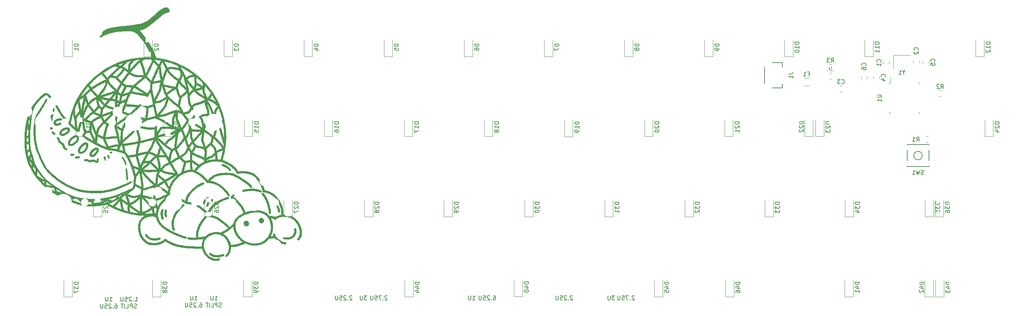
<source format=gbo>
G04 #@! TF.GenerationSoftware,KiCad,Pcbnew,5.1.8-db9833491~88~ubuntu20.04.1*
G04 #@! TF.CreationDate,2020-12-05T17:58:13-08:00*
G04 #@! TF.ProjectId,MB44,4d423434-2e6b-4696-9361-645f70636258,rev?*
G04 #@! TF.SameCoordinates,Original*
G04 #@! TF.FileFunction,Legend,Bot*
G04 #@! TF.FilePolarity,Positive*
%FSLAX46Y46*%
G04 Gerber Fmt 4.6, Leading zero omitted, Abs format (unit mm)*
G04 Created by KiCad (PCBNEW 5.1.8-db9833491~88~ubuntu20.04.1) date 2020-12-05 17:58:13*
%MOMM*%
%LPD*%
G01*
G04 APERTURE LIST*
%ADD10C,0.150000*%
%ADD11C,0.010000*%
%ADD12C,0.120000*%
%ADD13C,0.500000*%
%ADD14C,2.102000*%
%ADD15C,2.352000*%
%ADD16C,4.089800*%
%ADD17C,1.852000*%
%ADD18C,3.150000*%
G04 APERTURE END LIST*
D10*
X52689095Y-70874380D02*
X53260523Y-70874380D01*
X52974809Y-70874380D02*
X52974809Y-69874380D01*
X53070047Y-70017238D01*
X53165285Y-70112476D01*
X53260523Y-70160095D01*
X52260523Y-69874380D02*
X52260523Y-70683904D01*
X52212904Y-70779142D01*
X52165285Y-70826761D01*
X52070047Y-70874380D01*
X51879571Y-70874380D01*
X51784333Y-70826761D01*
X51736714Y-70779142D01*
X51689095Y-70683904D01*
X51689095Y-69874380D01*
X54260523Y-72476761D02*
X54117666Y-72524380D01*
X53879571Y-72524380D01*
X53784333Y-72476761D01*
X53736714Y-72429142D01*
X53689095Y-72333904D01*
X53689095Y-72238666D01*
X53736714Y-72143428D01*
X53784333Y-72095809D01*
X53879571Y-72048190D01*
X54070047Y-72000571D01*
X54165285Y-71952952D01*
X54212904Y-71905333D01*
X54260523Y-71810095D01*
X54260523Y-71714857D01*
X54212904Y-71619619D01*
X54165285Y-71572000D01*
X54070047Y-71524380D01*
X53831952Y-71524380D01*
X53689095Y-71572000D01*
X53260523Y-72524380D02*
X53260523Y-71524380D01*
X52879571Y-71524380D01*
X52784333Y-71572000D01*
X52736714Y-71619619D01*
X52689095Y-71714857D01*
X52689095Y-71857714D01*
X52736714Y-71952952D01*
X52784333Y-72000571D01*
X52879571Y-72048190D01*
X53260523Y-72048190D01*
X51784333Y-72524380D02*
X52260523Y-72524380D01*
X52260523Y-71524380D01*
X51451000Y-72524380D02*
X51451000Y-71524380D01*
X51117666Y-71524380D02*
X50546238Y-71524380D01*
X50831952Y-72524380D02*
X50831952Y-71524380D01*
X47863095Y-70874380D02*
X48434523Y-70874380D01*
X48148809Y-70874380D02*
X48148809Y-69874380D01*
X48244047Y-70017238D01*
X48339285Y-70112476D01*
X48434523Y-70160095D01*
X47434523Y-69874380D02*
X47434523Y-70683904D01*
X47386904Y-70779142D01*
X47339285Y-70826761D01*
X47244047Y-70874380D01*
X47053571Y-70874380D01*
X46958333Y-70826761D01*
X46910714Y-70779142D01*
X46863095Y-70683904D01*
X46863095Y-69874380D01*
X49148809Y-71524380D02*
X49339285Y-71524380D01*
X49434523Y-71572000D01*
X49482142Y-71619619D01*
X49577380Y-71762476D01*
X49625000Y-71952952D01*
X49625000Y-72333904D01*
X49577380Y-72429142D01*
X49529761Y-72476761D01*
X49434523Y-72524380D01*
X49244047Y-72524380D01*
X49148809Y-72476761D01*
X49101190Y-72429142D01*
X49053571Y-72333904D01*
X49053571Y-72095809D01*
X49101190Y-72000571D01*
X49148809Y-71952952D01*
X49244047Y-71905333D01*
X49434523Y-71905333D01*
X49529761Y-71952952D01*
X49577380Y-72000571D01*
X49625000Y-72095809D01*
X48625000Y-72429142D02*
X48577380Y-72476761D01*
X48625000Y-72524380D01*
X48672619Y-72476761D01*
X48625000Y-72429142D01*
X48625000Y-72524380D01*
X48196428Y-71619619D02*
X48148809Y-71572000D01*
X48053571Y-71524380D01*
X47815476Y-71524380D01*
X47720238Y-71572000D01*
X47672619Y-71619619D01*
X47625000Y-71714857D01*
X47625000Y-71810095D01*
X47672619Y-71952952D01*
X48244047Y-72524380D01*
X47625000Y-72524380D01*
X46720238Y-71524380D02*
X47196428Y-71524380D01*
X47244047Y-72000571D01*
X47196428Y-71952952D01*
X47101190Y-71905333D01*
X46863095Y-71905333D01*
X46767857Y-71952952D01*
X46720238Y-72000571D01*
X46672619Y-72095809D01*
X46672619Y-72333904D01*
X46720238Y-72429142D01*
X46767857Y-72476761D01*
X46863095Y-72524380D01*
X47101190Y-72524380D01*
X47196428Y-72476761D01*
X47244047Y-72429142D01*
X46244047Y-71524380D02*
X46244047Y-72333904D01*
X46196428Y-72429142D01*
X46148809Y-72476761D01*
X46053571Y-72524380D01*
X45863095Y-72524380D01*
X45767857Y-72476761D01*
X45720238Y-72429142D01*
X45672619Y-72333904D01*
X45672619Y-71524380D01*
X27670095Y-71128380D02*
X28241523Y-71128380D01*
X27955809Y-71128380D02*
X27955809Y-70128380D01*
X28051047Y-70271238D01*
X28146285Y-70366476D01*
X28241523Y-70414095D01*
X27241523Y-70128380D02*
X27241523Y-70937904D01*
X27193904Y-71033142D01*
X27146285Y-71080761D01*
X27051047Y-71128380D01*
X26860571Y-71128380D01*
X26765333Y-71080761D01*
X26717714Y-71033142D01*
X26670095Y-70937904D01*
X26670095Y-70128380D01*
X28955809Y-71778380D02*
X29146285Y-71778380D01*
X29241523Y-71826000D01*
X29289142Y-71873619D01*
X29384380Y-72016476D01*
X29432000Y-72206952D01*
X29432000Y-72587904D01*
X29384380Y-72683142D01*
X29336761Y-72730761D01*
X29241523Y-72778380D01*
X29051047Y-72778380D01*
X28955809Y-72730761D01*
X28908190Y-72683142D01*
X28860571Y-72587904D01*
X28860571Y-72349809D01*
X28908190Y-72254571D01*
X28955809Y-72206952D01*
X29051047Y-72159333D01*
X29241523Y-72159333D01*
X29336761Y-72206952D01*
X29384380Y-72254571D01*
X29432000Y-72349809D01*
X28432000Y-72683142D02*
X28384380Y-72730761D01*
X28432000Y-72778380D01*
X28479619Y-72730761D01*
X28432000Y-72683142D01*
X28432000Y-72778380D01*
X28003428Y-71873619D02*
X27955809Y-71826000D01*
X27860571Y-71778380D01*
X27622476Y-71778380D01*
X27527238Y-71826000D01*
X27479619Y-71873619D01*
X27432000Y-71968857D01*
X27432000Y-72064095D01*
X27479619Y-72206952D01*
X28051047Y-72778380D01*
X27432000Y-72778380D01*
X26527238Y-71778380D02*
X27003428Y-71778380D01*
X27051047Y-72254571D01*
X27003428Y-72206952D01*
X26908190Y-72159333D01*
X26670095Y-72159333D01*
X26574857Y-72206952D01*
X26527238Y-72254571D01*
X26479619Y-72349809D01*
X26479619Y-72587904D01*
X26527238Y-72683142D01*
X26574857Y-72730761D01*
X26670095Y-72778380D01*
X26908190Y-72778380D01*
X27003428Y-72730761D01*
X27051047Y-72683142D01*
X26051047Y-71778380D02*
X26051047Y-72587904D01*
X26003428Y-72683142D01*
X25955809Y-72730761D01*
X25860571Y-72778380D01*
X25670095Y-72778380D01*
X25574857Y-72730761D01*
X25527238Y-72683142D01*
X25479619Y-72587904D01*
X25479619Y-71778380D01*
X33686571Y-71128380D02*
X34258000Y-71128380D01*
X33972285Y-71128380D02*
X33972285Y-70128380D01*
X34067523Y-70271238D01*
X34162761Y-70366476D01*
X34258000Y-70414095D01*
X33258000Y-71033142D02*
X33210380Y-71080761D01*
X33258000Y-71128380D01*
X33305619Y-71080761D01*
X33258000Y-71033142D01*
X33258000Y-71128380D01*
X32829428Y-70223619D02*
X32781809Y-70176000D01*
X32686571Y-70128380D01*
X32448476Y-70128380D01*
X32353238Y-70176000D01*
X32305619Y-70223619D01*
X32258000Y-70318857D01*
X32258000Y-70414095D01*
X32305619Y-70556952D01*
X32877047Y-71128380D01*
X32258000Y-71128380D01*
X31353238Y-70128380D02*
X31829428Y-70128380D01*
X31877047Y-70604571D01*
X31829428Y-70556952D01*
X31734190Y-70509333D01*
X31496095Y-70509333D01*
X31400857Y-70556952D01*
X31353238Y-70604571D01*
X31305619Y-70699809D01*
X31305619Y-70937904D01*
X31353238Y-71033142D01*
X31400857Y-71080761D01*
X31496095Y-71128380D01*
X31734190Y-71128380D01*
X31829428Y-71080761D01*
X31877047Y-71033142D01*
X30877047Y-70128380D02*
X30877047Y-70937904D01*
X30829428Y-71033142D01*
X30781809Y-71080761D01*
X30686571Y-71128380D01*
X30496095Y-71128380D01*
X30400857Y-71080761D01*
X30353238Y-71033142D01*
X30305619Y-70937904D01*
X30305619Y-70128380D01*
X34067523Y-72730761D02*
X33924666Y-72778380D01*
X33686571Y-72778380D01*
X33591333Y-72730761D01*
X33543714Y-72683142D01*
X33496095Y-72587904D01*
X33496095Y-72492666D01*
X33543714Y-72397428D01*
X33591333Y-72349809D01*
X33686571Y-72302190D01*
X33877047Y-72254571D01*
X33972285Y-72206952D01*
X34019904Y-72159333D01*
X34067523Y-72064095D01*
X34067523Y-71968857D01*
X34019904Y-71873619D01*
X33972285Y-71826000D01*
X33877047Y-71778380D01*
X33638952Y-71778380D01*
X33496095Y-71826000D01*
X33067523Y-72778380D02*
X33067523Y-71778380D01*
X32686571Y-71778380D01*
X32591333Y-71826000D01*
X32543714Y-71873619D01*
X32496095Y-71968857D01*
X32496095Y-72111714D01*
X32543714Y-72206952D01*
X32591333Y-72254571D01*
X32686571Y-72302190D01*
X33067523Y-72302190D01*
X31591333Y-72778380D02*
X32067523Y-72778380D01*
X32067523Y-71778380D01*
X31258000Y-72778380D02*
X31258000Y-71778380D01*
X30924666Y-71778380D02*
X30353238Y-71778380D01*
X30638952Y-72778380D02*
X30638952Y-71778380D01*
X152495000Y-69905619D02*
X152447380Y-69858000D01*
X152352142Y-69810380D01*
X152114047Y-69810380D01*
X152018809Y-69858000D01*
X151971190Y-69905619D01*
X151923571Y-70000857D01*
X151923571Y-70096095D01*
X151971190Y-70238952D01*
X152542619Y-70810380D01*
X151923571Y-70810380D01*
X151495000Y-70715142D02*
X151447380Y-70762761D01*
X151495000Y-70810380D01*
X151542619Y-70762761D01*
X151495000Y-70715142D01*
X151495000Y-70810380D01*
X151114047Y-69810380D02*
X150447380Y-69810380D01*
X150875952Y-70810380D01*
X149590238Y-69810380D02*
X150066428Y-69810380D01*
X150114047Y-70286571D01*
X150066428Y-70238952D01*
X149971190Y-70191333D01*
X149733095Y-70191333D01*
X149637857Y-70238952D01*
X149590238Y-70286571D01*
X149542619Y-70381809D01*
X149542619Y-70619904D01*
X149590238Y-70715142D01*
X149637857Y-70762761D01*
X149733095Y-70810380D01*
X149971190Y-70810380D01*
X150066428Y-70762761D01*
X150114047Y-70715142D01*
X149114047Y-69810380D02*
X149114047Y-70619904D01*
X149066428Y-70715142D01*
X149018809Y-70762761D01*
X148923571Y-70810380D01*
X148733095Y-70810380D01*
X148637857Y-70762761D01*
X148590238Y-70715142D01*
X148542619Y-70619904D01*
X148542619Y-69810380D01*
X147796142Y-69810380D02*
X147177095Y-69810380D01*
X147510428Y-70191333D01*
X147367571Y-70191333D01*
X147272333Y-70238952D01*
X147224714Y-70286571D01*
X147177095Y-70381809D01*
X147177095Y-70619904D01*
X147224714Y-70715142D01*
X147272333Y-70762761D01*
X147367571Y-70810380D01*
X147653285Y-70810380D01*
X147748523Y-70762761D01*
X147796142Y-70715142D01*
X146748523Y-69810380D02*
X146748523Y-70619904D01*
X146700904Y-70715142D01*
X146653285Y-70762761D01*
X146558047Y-70810380D01*
X146367571Y-70810380D01*
X146272333Y-70762761D01*
X146224714Y-70715142D01*
X146177095Y-70619904D01*
X146177095Y-69810380D01*
X137763000Y-69905619D02*
X137715380Y-69858000D01*
X137620142Y-69810380D01*
X137382047Y-69810380D01*
X137286809Y-69858000D01*
X137239190Y-69905619D01*
X137191571Y-70000857D01*
X137191571Y-70096095D01*
X137239190Y-70238952D01*
X137810619Y-70810380D01*
X137191571Y-70810380D01*
X136763000Y-70715142D02*
X136715380Y-70762761D01*
X136763000Y-70810380D01*
X136810619Y-70762761D01*
X136763000Y-70715142D01*
X136763000Y-70810380D01*
X136334428Y-69905619D02*
X136286809Y-69858000D01*
X136191571Y-69810380D01*
X135953476Y-69810380D01*
X135858238Y-69858000D01*
X135810619Y-69905619D01*
X135763000Y-70000857D01*
X135763000Y-70096095D01*
X135810619Y-70238952D01*
X136382047Y-70810380D01*
X135763000Y-70810380D01*
X134858238Y-69810380D02*
X135334428Y-69810380D01*
X135382047Y-70286571D01*
X135334428Y-70238952D01*
X135239190Y-70191333D01*
X135001095Y-70191333D01*
X134905857Y-70238952D01*
X134858238Y-70286571D01*
X134810619Y-70381809D01*
X134810619Y-70619904D01*
X134858238Y-70715142D01*
X134905857Y-70762761D01*
X135001095Y-70810380D01*
X135239190Y-70810380D01*
X135334428Y-70762761D01*
X135382047Y-70715142D01*
X134382047Y-69810380D02*
X134382047Y-70619904D01*
X134334428Y-70715142D01*
X134286809Y-70762761D01*
X134191571Y-70810380D01*
X134001095Y-70810380D01*
X133905857Y-70762761D01*
X133858238Y-70715142D01*
X133810619Y-70619904D01*
X133810619Y-69810380D01*
X118998809Y-69810380D02*
X119189285Y-69810380D01*
X119284523Y-69858000D01*
X119332142Y-69905619D01*
X119427380Y-70048476D01*
X119475000Y-70238952D01*
X119475000Y-70619904D01*
X119427380Y-70715142D01*
X119379761Y-70762761D01*
X119284523Y-70810380D01*
X119094047Y-70810380D01*
X118998809Y-70762761D01*
X118951190Y-70715142D01*
X118903571Y-70619904D01*
X118903571Y-70381809D01*
X118951190Y-70286571D01*
X118998809Y-70238952D01*
X119094047Y-70191333D01*
X119284523Y-70191333D01*
X119379761Y-70238952D01*
X119427380Y-70286571D01*
X119475000Y-70381809D01*
X118475000Y-70715142D02*
X118427380Y-70762761D01*
X118475000Y-70810380D01*
X118522619Y-70762761D01*
X118475000Y-70715142D01*
X118475000Y-70810380D01*
X118046428Y-69905619D02*
X117998809Y-69858000D01*
X117903571Y-69810380D01*
X117665476Y-69810380D01*
X117570238Y-69858000D01*
X117522619Y-69905619D01*
X117475000Y-70000857D01*
X117475000Y-70096095D01*
X117522619Y-70238952D01*
X118094047Y-70810380D01*
X117475000Y-70810380D01*
X116570238Y-69810380D02*
X117046428Y-69810380D01*
X117094047Y-70286571D01*
X117046428Y-70238952D01*
X116951190Y-70191333D01*
X116713095Y-70191333D01*
X116617857Y-70238952D01*
X116570238Y-70286571D01*
X116522619Y-70381809D01*
X116522619Y-70619904D01*
X116570238Y-70715142D01*
X116617857Y-70762761D01*
X116713095Y-70810380D01*
X116951190Y-70810380D01*
X117046428Y-70762761D01*
X117094047Y-70715142D01*
X116094047Y-69810380D02*
X116094047Y-70619904D01*
X116046428Y-70715142D01*
X115998809Y-70762761D01*
X115903571Y-70810380D01*
X115713095Y-70810380D01*
X115617857Y-70762761D01*
X115570238Y-70715142D01*
X115522619Y-70619904D01*
X115522619Y-69810380D01*
X114030095Y-70810380D02*
X114601523Y-70810380D01*
X114315809Y-70810380D02*
X114315809Y-69810380D01*
X114411047Y-69953238D01*
X114506285Y-70048476D01*
X114601523Y-70096095D01*
X113601523Y-69810380D02*
X113601523Y-70619904D01*
X113553904Y-70715142D01*
X113506285Y-70762761D01*
X113411047Y-70810380D01*
X113220571Y-70810380D01*
X113125333Y-70762761D01*
X113077714Y-70715142D01*
X113030095Y-70619904D01*
X113030095Y-69810380D01*
X93694000Y-69905619D02*
X93646380Y-69858000D01*
X93551142Y-69810380D01*
X93313047Y-69810380D01*
X93217809Y-69858000D01*
X93170190Y-69905619D01*
X93122571Y-70000857D01*
X93122571Y-70096095D01*
X93170190Y-70238952D01*
X93741619Y-70810380D01*
X93122571Y-70810380D01*
X92694000Y-70715142D02*
X92646380Y-70762761D01*
X92694000Y-70810380D01*
X92741619Y-70762761D01*
X92694000Y-70715142D01*
X92694000Y-70810380D01*
X92313047Y-69810380D02*
X91646380Y-69810380D01*
X92074952Y-70810380D01*
X90789238Y-69810380D02*
X91265428Y-69810380D01*
X91313047Y-70286571D01*
X91265428Y-70238952D01*
X91170190Y-70191333D01*
X90932095Y-70191333D01*
X90836857Y-70238952D01*
X90789238Y-70286571D01*
X90741619Y-70381809D01*
X90741619Y-70619904D01*
X90789238Y-70715142D01*
X90836857Y-70762761D01*
X90932095Y-70810380D01*
X91170190Y-70810380D01*
X91265428Y-70762761D01*
X91313047Y-70715142D01*
X90313047Y-69810380D02*
X90313047Y-70619904D01*
X90265428Y-70715142D01*
X90217809Y-70762761D01*
X90122571Y-70810380D01*
X89932095Y-70810380D01*
X89836857Y-70762761D01*
X89789238Y-70715142D01*
X89741619Y-70619904D01*
X89741619Y-69810380D01*
X88868142Y-69810380D02*
X88249095Y-69810380D01*
X88582428Y-70191333D01*
X88439571Y-70191333D01*
X88344333Y-70238952D01*
X88296714Y-70286571D01*
X88249095Y-70381809D01*
X88249095Y-70619904D01*
X88296714Y-70715142D01*
X88344333Y-70762761D01*
X88439571Y-70810380D01*
X88725285Y-70810380D01*
X88820523Y-70762761D01*
X88868142Y-70715142D01*
X87820523Y-69810380D02*
X87820523Y-70619904D01*
X87772904Y-70715142D01*
X87725285Y-70762761D01*
X87630047Y-70810380D01*
X87439571Y-70810380D01*
X87344333Y-70762761D01*
X87296714Y-70715142D01*
X87249095Y-70619904D01*
X87249095Y-69810380D01*
X85312000Y-69905619D02*
X85264380Y-69858000D01*
X85169142Y-69810380D01*
X84931047Y-69810380D01*
X84835809Y-69858000D01*
X84788190Y-69905619D01*
X84740571Y-70000857D01*
X84740571Y-70096095D01*
X84788190Y-70238952D01*
X85359619Y-70810380D01*
X84740571Y-70810380D01*
X84312000Y-70715142D02*
X84264380Y-70762761D01*
X84312000Y-70810380D01*
X84359619Y-70762761D01*
X84312000Y-70715142D01*
X84312000Y-70810380D01*
X83883428Y-69905619D02*
X83835809Y-69858000D01*
X83740571Y-69810380D01*
X83502476Y-69810380D01*
X83407238Y-69858000D01*
X83359619Y-69905619D01*
X83312000Y-70000857D01*
X83312000Y-70096095D01*
X83359619Y-70238952D01*
X83931047Y-70810380D01*
X83312000Y-70810380D01*
X82407238Y-69810380D02*
X82883428Y-69810380D01*
X82931047Y-70286571D01*
X82883428Y-70238952D01*
X82788190Y-70191333D01*
X82550095Y-70191333D01*
X82454857Y-70238952D01*
X82407238Y-70286571D01*
X82359619Y-70381809D01*
X82359619Y-70619904D01*
X82407238Y-70715142D01*
X82454857Y-70762761D01*
X82550095Y-70810380D01*
X82788190Y-70810380D01*
X82883428Y-70762761D01*
X82931047Y-70715142D01*
X81931047Y-69810380D02*
X81931047Y-70619904D01*
X81883428Y-70715142D01*
X81835809Y-70762761D01*
X81740571Y-70810380D01*
X81550095Y-70810380D01*
X81454857Y-70762761D01*
X81407238Y-70715142D01*
X81359619Y-70619904D01*
X81359619Y-69810380D01*
D11*
G36*
X41024229Y-1259108D02*
G01*
X40880902Y-1261906D01*
X40774212Y-1269487D01*
X40690080Y-1283690D01*
X40614428Y-1306351D01*
X40589200Y-1315890D01*
X40460617Y-1373675D01*
X40302335Y-1456101D01*
X40124952Y-1556874D01*
X39939063Y-1669700D01*
X39755264Y-1788283D01*
X39584152Y-1906329D01*
X39534654Y-1942337D01*
X39456484Y-2000763D01*
X39380741Y-2059247D01*
X39303494Y-2121286D01*
X39220810Y-2190374D01*
X39128758Y-2270007D01*
X39023406Y-2363681D01*
X38900822Y-2474891D01*
X38757075Y-2607132D01*
X38588233Y-2763900D01*
X38390364Y-2948691D01*
X38162413Y-3162300D01*
X37778126Y-3511533D01*
X37412487Y-3819980D01*
X37060064Y-4091586D01*
X36715429Y-4330296D01*
X36373153Y-4540056D01*
X36027805Y-4724810D01*
X35979100Y-4748809D01*
X35828976Y-4821169D01*
X35693525Y-4883761D01*
X35567014Y-4938035D01*
X35443712Y-4985446D01*
X35317887Y-5027444D01*
X35183806Y-5065482D01*
X35035737Y-5101012D01*
X34867949Y-5135487D01*
X34674708Y-5170358D01*
X34450284Y-5207078D01*
X34188944Y-5247100D01*
X33884955Y-5291875D01*
X33769300Y-5308666D01*
X33428238Y-5357939D01*
X33131587Y-5400454D01*
X32873518Y-5436952D01*
X32648197Y-5468172D01*
X32449794Y-5494853D01*
X32272477Y-5517737D01*
X32110414Y-5537562D01*
X31957774Y-5555070D01*
X31808726Y-5570999D01*
X31657438Y-5586089D01*
X31498078Y-5601082D01*
X31381240Y-5611677D01*
X31206979Y-5627408D01*
X31043129Y-5642392D01*
X30898707Y-5655791D01*
X30782726Y-5666764D01*
X30704200Y-5674473D01*
X30683200Y-5676685D01*
X30298427Y-5719609D01*
X29959816Y-5758072D01*
X29662978Y-5792647D01*
X29403527Y-5823909D01*
X29177074Y-5852429D01*
X28979231Y-5878783D01*
X28805611Y-5903544D01*
X28651825Y-5927286D01*
X28513486Y-5950582D01*
X28386205Y-5974006D01*
X28339845Y-5983056D01*
X28108527Y-6033007D01*
X27869109Y-6092038D01*
X27633813Y-6156657D01*
X27414862Y-6223371D01*
X27224479Y-6288689D01*
X27104727Y-6335968D01*
X26887650Y-6436781D01*
X26660803Y-6556211D01*
X26431363Y-6689366D01*
X26206509Y-6831356D01*
X25993420Y-6977291D01*
X25799273Y-7122279D01*
X25631248Y-7261431D01*
X25496521Y-7389856D01*
X25411737Y-7489388D01*
X25349280Y-7587629D01*
X25290177Y-7703012D01*
X25240863Y-7820379D01*
X25207770Y-7924573D01*
X25197175Y-7994917D01*
X25222041Y-8108756D01*
X25294467Y-8206499D01*
X25346977Y-8247887D01*
X25425544Y-8290360D01*
X25501486Y-8304454D01*
X25584746Y-8288375D01*
X25685269Y-8240330D01*
X25802389Y-8165781D01*
X26046847Y-8011344D01*
X26310933Y-7868671D01*
X26600784Y-7735167D01*
X26922536Y-7608233D01*
X27282324Y-7485272D01*
X27686287Y-7363686D01*
X27719225Y-7354356D01*
X28213333Y-7225862D01*
X28719145Y-7116462D01*
X29242130Y-7025502D01*
X29787757Y-6952325D01*
X30361495Y-6896273D01*
X30968814Y-6856693D01*
X31615182Y-6832926D01*
X32131000Y-6825070D01*
X32880300Y-6819900D01*
X33234806Y-6955168D01*
X33382746Y-7011661D01*
X33493893Y-7055139D01*
X33578785Y-7091034D01*
X33647960Y-7124776D01*
X33711960Y-7161796D01*
X33781321Y-7207524D01*
X33866584Y-7267391D01*
X33934400Y-7315659D01*
X34206962Y-7532137D01*
X34469798Y-7784048D01*
X34707665Y-8056325D01*
X34782017Y-8153400D01*
X34871034Y-8272445D01*
X34967296Y-8398544D01*
X35056770Y-8513426D01*
X35103890Y-8572500D01*
X35259459Y-8769724D01*
X35426042Y-8989785D01*
X35598448Y-9225155D01*
X35771487Y-9468306D01*
X35939969Y-9711711D01*
X36098705Y-9947842D01*
X36242503Y-10169172D01*
X36366174Y-10368172D01*
X36464529Y-10537317D01*
X36486788Y-10578235D01*
X36559829Y-10713475D01*
X36639618Y-10858623D01*
X36714997Y-10993495D01*
X36760250Y-11072867D01*
X36883289Y-11299055D01*
X37012393Y-11559810D01*
X37141028Y-11840487D01*
X37262658Y-12126441D01*
X37370748Y-12403027D01*
X37436736Y-12588789D01*
X37485194Y-12733742D01*
X37527475Y-12862701D01*
X37561051Y-12967748D01*
X37583394Y-13040970D01*
X37591978Y-13074450D01*
X37592000Y-13074962D01*
X37566962Y-13083168D01*
X37491759Y-13088702D01*
X37366266Y-13091566D01*
X37190354Y-13091762D01*
X36963896Y-13089292D01*
X36849050Y-13087376D01*
X35874186Y-13094682D01*
X34907348Y-13151520D01*
X33950127Y-13257054D01*
X33004112Y-13410451D01*
X32070892Y-13610878D01*
X31152057Y-13857499D01*
X30249195Y-14149482D01*
X29363897Y-14485991D01*
X28497751Y-14866194D01*
X27652347Y-15289256D01*
X26829275Y-15754342D01*
X26030122Y-16260620D01*
X25256480Y-16807256D01*
X24509938Y-17393414D01*
X23792083Y-18018261D01*
X23104507Y-18680964D01*
X22448798Y-19380688D01*
X21826546Y-20116599D01*
X21239339Y-20887863D01*
X20814861Y-21501100D01*
X20297244Y-22326504D01*
X19823690Y-23175618D01*
X19395102Y-24046289D01*
X19012384Y-24936362D01*
X18676438Y-25843684D01*
X18388166Y-26766102D01*
X18148472Y-27701462D01*
X18074972Y-28037477D01*
X17993572Y-28427054D01*
X17571836Y-27973977D01*
X17146418Y-27504004D01*
X16759029Y-27049214D01*
X16411466Y-26611854D01*
X16105526Y-26194171D01*
X15886833Y-25867707D01*
X15802671Y-25730270D01*
X15710202Y-25569318D01*
X15613128Y-25392275D01*
X15515154Y-25206560D01*
X15419981Y-25019596D01*
X15331313Y-24838804D01*
X15252854Y-24671605D01*
X15188306Y-24525421D01*
X15141373Y-24407674D01*
X15115758Y-24325785D01*
X15114539Y-24319989D01*
X15061206Y-24073046D01*
X15006626Y-23866818D01*
X14951927Y-23705336D01*
X14925166Y-23643224D01*
X14868665Y-23539105D01*
X14794716Y-23430310D01*
X14700015Y-23313516D01*
X14581257Y-23185394D01*
X14435138Y-23042620D01*
X14258355Y-22881867D01*
X14047603Y-22699810D01*
X13799578Y-22493122D01*
X13708777Y-22418771D01*
X13504669Y-22249172D01*
X13340358Y-22105669D01*
X13213474Y-21986031D01*
X13121646Y-21888023D01*
X13063367Y-21810784D01*
X13006287Y-21739941D01*
X12931480Y-21687893D01*
X12828347Y-21649436D01*
X12686288Y-21619366D01*
X12667129Y-21616235D01*
X12496841Y-21602746D01*
X12336974Y-21621254D01*
X12179083Y-21674759D01*
X12014724Y-21766264D01*
X11835452Y-21898771D01*
X11807284Y-21921928D01*
X11692656Y-22015831D01*
X11566096Y-22117315D01*
X11448357Y-22209808D01*
X11404600Y-22243458D01*
X11308878Y-22322109D01*
X11194713Y-22424624D01*
X11077391Y-22536882D01*
X10985500Y-22630580D01*
X10886768Y-22734347D01*
X10788303Y-22836533D01*
X10701700Y-22925181D01*
X10639978Y-22986940D01*
X10573995Y-23055339D01*
X10488726Y-23149163D01*
X10396797Y-23254316D01*
X10335178Y-23327199D01*
X10235804Y-23446365D01*
X10125064Y-23578660D01*
X10020288Y-23703399D01*
X9973418Y-23758999D01*
X9859335Y-23895645D01*
X9761717Y-24016866D01*
X9672615Y-24133512D01*
X9584079Y-24256436D01*
X9488158Y-24396489D01*
X9376903Y-24564523D01*
X9324741Y-24644438D01*
X9211070Y-24823338D01*
X9122436Y-24973615D01*
X9052680Y-25106736D01*
X8995640Y-25234170D01*
X8963148Y-25317538D01*
X8905333Y-25463961D01*
X8835315Y-25627223D01*
X8764507Y-25781153D01*
X8733356Y-25844500D01*
X8665462Y-25986067D01*
X8593225Y-26148767D01*
X8528446Y-26305623D01*
X8505584Y-26365200D01*
X8451340Y-26508181D01*
X8389577Y-26666449D01*
X8330319Y-26814465D01*
X8306195Y-26873200D01*
X8175374Y-27199767D01*
X8069066Y-27491643D01*
X7984471Y-27756970D01*
X7921924Y-27990800D01*
X7819940Y-28436415D01*
X7730644Y-28872024D01*
X7655706Y-29288360D01*
X7596794Y-29676159D01*
X7555902Y-30022800D01*
X7541779Y-30163755D01*
X7528316Y-30290989D01*
X7516678Y-30393975D01*
X7508034Y-30462187D01*
X7505193Y-30480000D01*
X7496739Y-30542087D01*
X7486482Y-30647050D01*
X7474909Y-30787018D01*
X7462504Y-30954118D01*
X7449754Y-31140479D01*
X7437143Y-31338227D01*
X7425158Y-31539492D01*
X7414283Y-31736402D01*
X7405005Y-31921083D01*
X7397810Y-32085664D01*
X7393181Y-32222274D01*
X7391605Y-32321500D01*
X7392669Y-32429923D01*
X7395592Y-32577706D01*
X7400121Y-32757753D01*
X7406000Y-32962967D01*
X7412974Y-33186251D01*
X7420789Y-33420508D01*
X7429188Y-33658643D01*
X7437917Y-33893557D01*
X7446722Y-34118156D01*
X7455347Y-34325342D01*
X7463537Y-34508018D01*
X7471038Y-34659088D01*
X7477593Y-34771456D01*
X7481494Y-34823400D01*
X7504270Y-35042832D01*
X7534725Y-35285439D01*
X7570913Y-35538951D01*
X7610886Y-35791098D01*
X7652698Y-36029610D01*
X7694403Y-36242218D01*
X7734053Y-36416652D01*
X7734658Y-36419056D01*
X7812019Y-36725319D01*
X7878829Y-36987581D01*
X7936661Y-37211172D01*
X7987091Y-37401421D01*
X8031691Y-37563660D01*
X8072037Y-37703219D01*
X8109703Y-37825427D01*
X8146263Y-37935616D01*
X8183292Y-38039115D01*
X8222364Y-38141254D01*
X8265052Y-38247364D01*
X8298655Y-38328600D01*
X8365838Y-38482455D01*
X8453388Y-38671697D01*
X8557407Y-38888731D01*
X8673995Y-39125962D01*
X8799254Y-39375795D01*
X8929285Y-39630636D01*
X9060189Y-39882889D01*
X9188067Y-40124961D01*
X9309021Y-40349256D01*
X9419150Y-40548179D01*
X9514557Y-40714136D01*
X9572174Y-40809316D01*
X9651429Y-40929885D01*
X9751453Y-41072480D01*
X9866141Y-41229267D01*
X9989389Y-41392409D01*
X10115092Y-41554072D01*
X10237144Y-41706418D01*
X10349441Y-41841614D01*
X10445877Y-41951822D01*
X10520347Y-42029208D01*
X10528698Y-42037000D01*
X10576729Y-42086381D01*
X10643648Y-42162061D01*
X10717284Y-42250140D01*
X10739980Y-42278300D01*
X11003292Y-42597120D01*
X11282650Y-42914956D01*
X11569916Y-43223343D01*
X11856950Y-43513814D01*
X12135611Y-43777901D01*
X12397760Y-44007138D01*
X12418835Y-44024592D01*
X12571128Y-44146909D01*
X12747531Y-44283178D01*
X12941677Y-44428918D01*
X13147197Y-44579649D01*
X13357724Y-44730893D01*
X13566889Y-44878167D01*
X13768325Y-45016994D01*
X13955664Y-45142892D01*
X14122538Y-45251382D01*
X14262579Y-45337984D01*
X14369420Y-45398218D01*
X14376400Y-45401793D01*
X14448818Y-45442958D01*
X14536877Y-45498978D01*
X14587371Y-45533614D01*
X14669493Y-45588434D01*
X14775754Y-45654587D01*
X14885564Y-45719322D01*
X14904871Y-45730263D01*
X15017427Y-45794729D01*
X15150556Y-45872713D01*
X15281676Y-45950937D01*
X15328900Y-45979563D01*
X15447908Y-46049550D01*
X15600629Y-46135470D01*
X15777406Y-46232240D01*
X15968583Y-46334775D01*
X16164503Y-46437989D01*
X16355510Y-46536801D01*
X16531947Y-46626124D01*
X16684158Y-46700874D01*
X16802485Y-46755968D01*
X16808888Y-46758798D01*
X16921280Y-46805134D01*
X17064661Y-46859705D01*
X17221399Y-46916016D01*
X17373865Y-46967572D01*
X17388550Y-46972330D01*
X17530099Y-47019362D01*
X17668695Y-47067856D01*
X17790164Y-47112694D01*
X17880329Y-47148759D01*
X17894300Y-47154893D01*
X18198542Y-47288436D01*
X18521612Y-47423958D01*
X18856606Y-47558948D01*
X19196620Y-47690893D01*
X19534748Y-47817281D01*
X19864086Y-47935601D01*
X20177731Y-48043341D01*
X20468776Y-48137988D01*
X20730318Y-48217031D01*
X20955451Y-48277958D01*
X21031200Y-48296108D01*
X21244958Y-48344087D01*
X21437797Y-48384722D01*
X21615958Y-48418403D01*
X21785682Y-48445516D01*
X21953209Y-48466451D01*
X22124781Y-48481596D01*
X22306637Y-48491340D01*
X22505020Y-48496070D01*
X22726168Y-48496175D01*
X22976324Y-48492044D01*
X23261727Y-48484065D01*
X23588618Y-48472626D01*
X23761700Y-48466036D01*
X24142824Y-48448922D01*
X24505957Y-48427991D01*
X24845901Y-48403712D01*
X25157458Y-48376551D01*
X25435430Y-48346975D01*
X25674620Y-48315453D01*
X25869830Y-48282450D01*
X25920700Y-48271971D01*
X26051554Y-48245631D01*
X26214124Y-48216027D01*
X26389745Y-48186400D01*
X26559753Y-48159988D01*
X26597379Y-48154526D01*
X26994657Y-48097774D01*
X27195414Y-48249358D01*
X27318067Y-48333367D01*
X27482386Y-48432628D01*
X27682583Y-48544264D01*
X27912869Y-48665397D01*
X28167455Y-48793149D01*
X28440552Y-48924641D01*
X28726374Y-49056997D01*
X29019130Y-49187337D01*
X29313032Y-49312785D01*
X29438600Y-49364620D01*
X30167246Y-49642448D01*
X30922206Y-49892611D01*
X31695313Y-50113311D01*
X32478401Y-50302748D01*
X33263301Y-50459124D01*
X34041848Y-50580639D01*
X34805873Y-50665494D01*
X35547210Y-50711890D01*
X35555995Y-50712208D01*
X35699828Y-50717969D01*
X35831723Y-50724353D01*
X35940556Y-50730741D01*
X36015204Y-50736515D01*
X36035984Y-50738940D01*
X36076189Y-50746169D01*
X36089302Y-50755834D01*
X36070478Y-50773589D01*
X36014870Y-50805090D01*
X35950242Y-50838982D01*
X35614451Y-51037690D01*
X35322712Y-51261361D01*
X35074120Y-51511313D01*
X34867765Y-51788862D01*
X34702739Y-52095326D01*
X34578136Y-52432022D01*
X34493046Y-52800267D01*
X34465425Y-52993286D01*
X34453021Y-53152622D01*
X34447411Y-53347867D01*
X34448183Y-53564644D01*
X34454927Y-53788575D01*
X34467230Y-54005284D01*
X34484681Y-54200391D01*
X34504054Y-54343300D01*
X34541151Y-54532003D01*
X34591338Y-54742022D01*
X34650225Y-54957836D01*
X34713422Y-55163927D01*
X34776537Y-55344774D01*
X34813350Y-55436597D01*
X34954819Y-55732187D01*
X35120900Y-56014132D01*
X35317326Y-56290528D01*
X35549835Y-56569471D01*
X35813068Y-56847928D01*
X35987085Y-57017579D01*
X36145182Y-57157843D01*
X36296402Y-57273555D01*
X36449786Y-57369551D01*
X36614376Y-57450666D01*
X36799213Y-57521735D01*
X37013339Y-57587593D01*
X37265796Y-57653076D01*
X37361522Y-57676008D01*
X37465654Y-57699708D01*
X37555972Y-57717344D01*
X37643100Y-57729819D01*
X37737664Y-57738031D01*
X37850287Y-57742883D01*
X37991597Y-57745273D01*
X38172216Y-57746104D01*
X38188900Y-57746130D01*
X38368100Y-57746136D01*
X38507043Y-57744882D01*
X38616271Y-57741338D01*
X38706328Y-57734476D01*
X38787757Y-57723267D01*
X38871100Y-57706680D01*
X38966899Y-57683687D01*
X39052500Y-57661816D01*
X39448688Y-57551287D01*
X39796239Y-57436139D01*
X40097183Y-57315445D01*
X40353548Y-57188278D01*
X40567365Y-57053713D01*
X40740663Y-56910822D01*
X40777137Y-56874475D01*
X40876173Y-56771803D01*
X40980337Y-56856859D01*
X41106516Y-56949783D01*
X41271294Y-57055699D01*
X41465686Y-57169808D01*
X41680707Y-57287310D01*
X41907375Y-57403407D01*
X42136703Y-57513299D01*
X42359709Y-57612186D01*
X42505615Y-57671655D01*
X42731453Y-57753906D01*
X42996115Y-57840369D01*
X43288155Y-57927955D01*
X43596124Y-58013576D01*
X43908575Y-58094144D01*
X44214059Y-58166568D01*
X44501129Y-58227760D01*
X44711415Y-58266821D01*
X45139973Y-58332109D01*
X45611280Y-58389611D01*
X46117807Y-58438828D01*
X46652027Y-58479257D01*
X47206414Y-58510398D01*
X47773439Y-58531749D01*
X48345576Y-58542810D01*
X48867537Y-58543485D01*
X49640174Y-58537565D01*
X49697151Y-58751832D01*
X49822015Y-59126644D01*
X49994880Y-59496403D01*
X50212947Y-59856516D01*
X50473420Y-60202389D01*
X50773501Y-60529426D01*
X50788533Y-60544256D01*
X51098061Y-60817103D01*
X51421533Y-61041345D01*
X51758704Y-61216836D01*
X52109326Y-61343430D01*
X52160714Y-61357572D01*
X52263191Y-61383106D01*
X52356022Y-61401596D01*
X52451549Y-61414338D01*
X52562109Y-61422627D01*
X52700044Y-61427761D01*
X52857400Y-61430748D01*
X53009415Y-61432213D01*
X53149809Y-61432214D01*
X53268143Y-61430854D01*
X53353976Y-61428234D01*
X53390800Y-61425498D01*
X53611185Y-61388065D01*
X53859547Y-61331698D01*
X54119583Y-61261103D01*
X54374990Y-61180985D01*
X54609466Y-61096052D01*
X54775328Y-61025816D01*
X55107416Y-60845448D01*
X55412092Y-60625418D01*
X55685270Y-60369929D01*
X55922860Y-60083187D01*
X56120773Y-59769394D01*
X56240432Y-59519493D01*
X56336701Y-59252620D01*
X56400615Y-58984486D01*
X56435411Y-58698727D01*
X56439431Y-58601350D01*
X55999294Y-58601350D01*
X55971938Y-58867148D01*
X55914680Y-59117236D01*
X55833449Y-59346111D01*
X55681852Y-59654190D01*
X55493775Y-59929406D01*
X55267994Y-60172849D01*
X55003285Y-60385607D01*
X54698421Y-60568770D01*
X54352179Y-60723427D01*
X54237694Y-60765250D01*
X53877591Y-60873272D01*
X53515486Y-60948757D01*
X53159497Y-60990995D01*
X52817746Y-60999275D01*
X52498350Y-60972887D01*
X52298600Y-60934906D01*
X52123769Y-60880934D01*
X51928130Y-60800892D01*
X51728455Y-60702892D01*
X51541516Y-60595045D01*
X51409260Y-60504777D01*
X51200460Y-60328909D01*
X50988800Y-60115249D01*
X50783591Y-59875329D01*
X50594139Y-59620678D01*
X50429754Y-59362826D01*
X50318611Y-59153784D01*
X50199261Y-58864500D01*
X50107600Y-58559242D01*
X50046361Y-58251085D01*
X50018278Y-57953104D01*
X50021426Y-57732159D01*
X50042937Y-57526962D01*
X50077913Y-57308260D01*
X50122919Y-57092807D01*
X50174524Y-56897357D01*
X50220360Y-56761156D01*
X50348156Y-56497988D01*
X50522745Y-56246420D01*
X50740795Y-56009800D01*
X50998976Y-55791476D01*
X51293955Y-55594798D01*
X51485800Y-55489298D01*
X51793899Y-55342255D01*
X52076655Y-55230556D01*
X52343403Y-55152425D01*
X52603478Y-55106082D01*
X52866215Y-55089749D01*
X53140948Y-55101649D01*
X53372686Y-55129855D01*
X53748869Y-55209819D01*
X54101300Y-55333165D01*
X54431462Y-55500814D01*
X54740839Y-55713686D01*
X55030915Y-55972702D01*
X55303174Y-56278782D01*
X55376018Y-56372517D01*
X55568675Y-56668124D01*
X55727773Y-56998916D01*
X55852001Y-57360825D01*
X55940050Y-57749782D01*
X55990607Y-58161721D01*
X55998998Y-58305700D01*
X55999294Y-58601350D01*
X56439431Y-58601350D01*
X56444036Y-58489850D01*
X56448741Y-58166000D01*
X56666779Y-58166000D01*
X56986580Y-58151437D01*
X57343759Y-58108195D01*
X57734227Y-58036939D01*
X58153898Y-57938337D01*
X58299209Y-57899608D01*
X58424398Y-57862187D01*
X58579174Y-57811104D01*
X58754080Y-57749946D01*
X58939660Y-57682299D01*
X59126456Y-57611749D01*
X59305013Y-57541881D01*
X59465873Y-57476283D01*
X59599578Y-57418539D01*
X59696674Y-57372236D01*
X59712961Y-57363511D01*
X59824821Y-57301605D01*
X60081261Y-57401667D01*
X60581846Y-57573454D01*
X61082849Y-57698973D01*
X61581106Y-57777959D01*
X62073456Y-57810146D01*
X62556736Y-57795272D01*
X63027785Y-57733071D01*
X63308717Y-57671535D01*
X63695513Y-57549968D01*
X64079622Y-57383925D01*
X64449483Y-57178951D01*
X64724441Y-56992809D01*
X64827033Y-56911193D01*
X64950848Y-56803665D01*
X65085958Y-56679757D01*
X65222435Y-56549001D01*
X65350349Y-56420929D01*
X65459772Y-56305073D01*
X65540775Y-56210964D01*
X65546674Y-56203446D01*
X65594255Y-56146262D01*
X65630547Y-56122429D01*
X65673934Y-56124068D01*
X65709633Y-56133596D01*
X65825401Y-56152177D01*
X65975006Y-56154169D01*
X66144878Y-56141239D01*
X66321446Y-56115056D01*
X66491140Y-56077285D01*
X66640391Y-56029593D01*
X66676296Y-56014852D01*
X66788025Y-55966130D01*
X66900802Y-56119915D01*
X67048363Y-56296321D01*
X67243480Y-56487877D01*
X67486420Y-56694833D01*
X67678300Y-56843905D01*
X67876080Y-56987356D01*
X68056216Y-57104547D01*
X68230899Y-57201236D01*
X68412323Y-57283177D01*
X68612677Y-57356126D01*
X68844155Y-57425840D01*
X68999100Y-57467483D01*
X69251701Y-57529925D01*
X69469619Y-57575667D01*
X69665554Y-57606332D01*
X69852202Y-57623547D01*
X70042262Y-57628937D01*
X70229023Y-57624931D01*
X70673538Y-57587503D01*
X71085147Y-57511661D01*
X71464658Y-57396990D01*
X71812880Y-57243077D01*
X72130621Y-57049507D01*
X72418689Y-56815865D01*
X72677893Y-56541736D01*
X72884907Y-56263460D01*
X73020074Y-56046778D01*
X73124166Y-55846269D01*
X73204974Y-55645398D01*
X73259156Y-55469450D01*
X73280115Y-55387052D01*
X73295387Y-55309296D01*
X73305840Y-55225753D01*
X73312345Y-55125997D01*
X73315771Y-54999601D01*
X73316987Y-54836138D01*
X73317037Y-54787800D01*
X72882787Y-54787800D01*
X72873975Y-55049322D01*
X72846514Y-55275216D01*
X72796598Y-55478436D01*
X72720419Y-55671940D01*
X72614168Y-55868682D01*
X72523661Y-56009650D01*
X72314919Y-56284424D01*
X72085318Y-56519392D01*
X71831411Y-56716448D01*
X71549751Y-56877484D01*
X71236892Y-57004392D01*
X70889385Y-57099065D01*
X70503786Y-57163394D01*
X70401144Y-57174946D01*
X70088035Y-57186611D01*
X69747506Y-57160820D01*
X69504398Y-57122235D01*
X69239100Y-57065179D01*
X68981635Y-56997412D01*
X68744826Y-56922746D01*
X68541501Y-56844994D01*
X68481117Y-56817990D01*
X68350684Y-56747978D01*
X68195302Y-56650493D01*
X68026149Y-56533775D01*
X67854406Y-56406064D01*
X67691251Y-56275598D01*
X67547865Y-56150615D01*
X67460171Y-56065586D01*
X67331091Y-55925704D01*
X67226248Y-55794786D01*
X67134999Y-55657268D01*
X67046701Y-55497583D01*
X66981659Y-55365768D01*
X66900671Y-55208793D01*
X66829133Y-55099563D01*
X66764434Y-55036476D01*
X66703960Y-55017928D01*
X66645102Y-55042318D01*
X66585247Y-55108043D01*
X66578185Y-55118175D01*
X66542252Y-55180391D01*
X66527590Y-55241215D01*
X66529511Y-55323662D01*
X66531654Y-55346600D01*
X66542448Y-55435617D01*
X66554806Y-55510800D01*
X66561601Y-55540104D01*
X66565188Y-55567933D01*
X66550415Y-55589092D01*
X66508283Y-55608775D01*
X66429793Y-55632177D01*
X66378638Y-55645715D01*
X66239507Y-55678862D01*
X66115282Y-55702684D01*
X66014127Y-55716145D01*
X65944206Y-55718208D01*
X65913684Y-55707838D01*
X65913000Y-55704804D01*
X65923669Y-55672249D01*
X65952144Y-55606425D01*
X65993136Y-55519309D01*
X66011605Y-55481680D01*
X66196820Y-55051936D01*
X66334955Y-54604864D01*
X66422640Y-54157992D01*
X66435937Y-54018808D01*
X66443116Y-53841396D01*
X66444572Y-53637907D01*
X66443858Y-53597825D01*
X66014392Y-53597825D01*
X65996680Y-53992807D01*
X65941268Y-54366849D01*
X65845480Y-54731431D01*
X65706639Y-55098032D01*
X65621489Y-55283100D01*
X65499378Y-55512144D01*
X65360120Y-55727548D01*
X65195883Y-55939827D01*
X64998837Y-56159498D01*
X64873839Y-56287080D01*
X64599359Y-56539826D01*
X64319380Y-56755190D01*
X64027876Y-56935735D01*
X63718825Y-57084023D01*
X63386200Y-57202614D01*
X63023978Y-57294070D01*
X62626134Y-57360953D01*
X62255400Y-57400401D01*
X62217064Y-57399799D01*
X62138591Y-57395946D01*
X62030501Y-57389442D01*
X61903309Y-57380883D01*
X61868617Y-57378411D01*
X61500587Y-57336792D01*
X61124067Y-57266037D01*
X60748195Y-57169263D01*
X60382114Y-57049589D01*
X60379155Y-57048400D01*
X59332493Y-57048400D01*
X59310117Y-57064322D01*
X59247115Y-57093397D01*
X59151091Y-57132821D01*
X59029648Y-57179794D01*
X58890388Y-57231512D01*
X58740917Y-57285174D01*
X58588836Y-57337977D01*
X58441750Y-57387118D01*
X58307263Y-57429796D01*
X58254900Y-57445550D01*
X57925858Y-57536590D01*
X57623254Y-57607018D01*
X57329004Y-57660682D01*
X57086500Y-57694247D01*
X56957724Y-57707855D01*
X56822866Y-57718806D01*
X56691374Y-57726738D01*
X56572694Y-57731289D01*
X56476274Y-57732095D01*
X56411561Y-57728794D01*
X56388000Y-57721056D01*
X56382948Y-57692167D01*
X56369344Y-57624975D01*
X56349516Y-57530801D01*
X56334753Y-57462146D01*
X56244667Y-57125498D01*
X56123774Y-56796536D01*
X55977486Y-56487611D01*
X55811217Y-56211072D01*
X55747117Y-56121300D01*
X55584332Y-55920730D01*
X55398100Y-55719186D01*
X55198388Y-55525857D01*
X54995167Y-55349932D01*
X54798406Y-55200600D01*
X54635768Y-55096921D01*
X54496435Y-55017928D01*
X54580728Y-54988543D01*
X54728169Y-54928770D01*
X54907915Y-54842114D01*
X55112236Y-54732961D01*
X55333403Y-54605700D01*
X55563686Y-54464718D01*
X55795354Y-54314401D01*
X55930800Y-54222253D01*
X56154911Y-54062831D01*
X56351341Y-53913071D01*
X56537374Y-53758997D01*
X56730296Y-53586636D01*
X56817886Y-53505100D01*
X57061100Y-53276500D01*
X57078880Y-53491134D01*
X57135657Y-53886786D01*
X57239732Y-54288614D01*
X57388857Y-54691562D01*
X57580788Y-55090579D01*
X57813279Y-55480609D01*
X58084083Y-55856598D01*
X58185690Y-55981779D01*
X58367923Y-56190930D01*
X58556025Y-56390878D01*
X58742002Y-56573839D01*
X58917860Y-56732028D01*
X59075604Y-56857663D01*
X59111601Y-56883300D01*
X59202155Y-56947063D01*
X59274779Y-57000264D01*
X59320749Y-57036383D01*
X59332493Y-57048400D01*
X60379155Y-57048400D01*
X60034964Y-56910131D01*
X59715886Y-56754006D01*
X59434020Y-56584333D01*
X59335054Y-56514345D01*
X59144822Y-56358984D01*
X58941407Y-56168040D01*
X58733969Y-55951553D01*
X58531665Y-55719564D01*
X58343652Y-55482115D01*
X58179088Y-55249247D01*
X58173616Y-55240923D01*
X57939870Y-54841965D01*
X57752057Y-54429477D01*
X57612065Y-54007950D01*
X57555709Y-53771800D01*
X57533491Y-53654928D01*
X57518902Y-53551060D01*
X57510991Y-53445470D01*
X57508809Y-53323430D01*
X57511406Y-53170213D01*
X57513116Y-53111400D01*
X57525372Y-52883794D01*
X57549295Y-52690278D01*
X57588827Y-52514732D01*
X57647913Y-52341034D01*
X57730497Y-52153065D01*
X57764799Y-52082700D01*
X57860056Y-51925552D01*
X57993788Y-51754460D01*
X58158261Y-51576581D01*
X58345741Y-51399073D01*
X58548492Y-51229093D01*
X58758780Y-51073800D01*
X58968871Y-50940351D01*
X59044934Y-50897983D01*
X59158003Y-50835284D01*
X59274249Y-50767086D01*
X59371451Y-50706489D01*
X59385200Y-50697406D01*
X59478593Y-50636961D01*
X59565195Y-50586700D01*
X59655348Y-50542069D01*
X59759393Y-50498515D01*
X59887672Y-50451482D01*
X60050527Y-50396418D01*
X60121800Y-50373036D01*
X60346752Y-50303610D01*
X60596865Y-50233235D01*
X60859733Y-50164907D01*
X61122949Y-50101622D01*
X61374108Y-50046375D01*
X61600804Y-50002162D01*
X61772800Y-49974399D01*
X61992694Y-49948913D01*
X62227624Y-49930548D01*
X62466204Y-49919526D01*
X62697047Y-49916069D01*
X62908764Y-49920397D01*
X63089970Y-49932734D01*
X63195200Y-49946708D01*
X63517310Y-50014397D01*
X63812560Y-50103204D01*
X64102945Y-50220330D01*
X64261333Y-50295820D01*
X64492787Y-50418304D01*
X64687079Y-50537943D01*
X64856502Y-50663502D01*
X65013349Y-50803746D01*
X65106185Y-50898219D01*
X65297939Y-51123091D01*
X65462516Y-51364678D01*
X65603640Y-51630405D01*
X65725039Y-51927698D01*
X65830438Y-52263984D01*
X65872553Y-52425600D01*
X65931094Y-52682291D01*
X65972143Y-52913825D01*
X65998091Y-53139986D01*
X66011335Y-53380559D01*
X66014392Y-53597825D01*
X66443858Y-53597825D01*
X66440696Y-53420494D01*
X66431884Y-53201309D01*
X66418529Y-52992506D01*
X66401023Y-52806235D01*
X66379762Y-52654650D01*
X66372758Y-52617986D01*
X66320264Y-52387813D01*
X66257490Y-52149825D01*
X66188682Y-51918242D01*
X66118088Y-51707282D01*
X66049951Y-51531163D01*
X66044241Y-51517866D01*
X65946690Y-51292951D01*
X66215595Y-51322698D01*
X66341783Y-51338362D01*
X66462448Y-51356294D01*
X66560276Y-51373786D01*
X66600917Y-51382972D01*
X66671901Y-51404778D01*
X66706137Y-51429221D01*
X66716757Y-51468570D01*
X66717334Y-51491769D01*
X66739427Y-51575206D01*
X66786484Y-51629519D01*
X66852146Y-51674010D01*
X66917292Y-51687802D01*
X66990486Y-51668850D01*
X67080293Y-51615109D01*
X67183000Y-51534805D01*
X67328012Y-51431967D01*
X67512166Y-51329250D01*
X67724018Y-51231451D01*
X67952126Y-51143369D01*
X68185048Y-51069802D01*
X68411341Y-51015549D01*
X68429701Y-51012020D01*
X68564326Y-50993390D01*
X68736988Y-50979507D01*
X68935133Y-50970472D01*
X69146212Y-50966386D01*
X69357673Y-50967350D01*
X69556963Y-50973463D01*
X69731533Y-50984828D01*
X69862700Y-51000523D01*
X70229962Y-51085933D01*
X70587061Y-51219109D01*
X70930825Y-51397499D01*
X71258078Y-51618551D01*
X71565646Y-51879714D01*
X71850354Y-52178435D01*
X72109028Y-52512164D01*
X72338492Y-52878349D01*
X72441520Y-53073300D01*
X72598126Y-53412520D01*
X72717793Y-53729731D01*
X72803080Y-54034871D01*
X72856544Y-54337879D01*
X72880744Y-54648692D01*
X72882787Y-54787800D01*
X73317037Y-54787800D01*
X73317051Y-54775100D01*
X73316196Y-54592006D01*
X73312974Y-54447978D01*
X73306459Y-54331303D01*
X73295729Y-54230266D01*
X73279860Y-54133155D01*
X73258266Y-54029769D01*
X73137596Y-53593667D01*
X72973262Y-53159796D01*
X72770585Y-52739456D01*
X72534886Y-52343948D01*
X72329470Y-52057300D01*
X72234038Y-51943178D01*
X72111812Y-51809355D01*
X71973484Y-51666467D01*
X71829748Y-51525146D01*
X71691296Y-51396027D01*
X71568823Y-51289744D01*
X71513700Y-51246047D01*
X71183035Y-51020989D01*
X70841835Y-50839334D01*
X70484844Y-50699378D01*
X70106807Y-50599417D01*
X69757581Y-50546152D01*
X68516500Y-50546152D01*
X68427600Y-50560712D01*
X68224918Y-50602708D01*
X68000846Y-50663962D01*
X67770529Y-50739235D01*
X67549111Y-50823286D01*
X67351736Y-50910876D01*
X67229136Y-50975424D01*
X67059371Y-51073556D01*
X66873536Y-51012331D01*
X66731682Y-50971627D01*
X66570225Y-50935163D01*
X66399171Y-50904189D01*
X66228525Y-50879954D01*
X66068293Y-50863710D01*
X65928480Y-50856705D01*
X65819092Y-50860190D01*
X65756365Y-50872764D01*
X65721693Y-50882615D01*
X65690921Y-50877384D01*
X65654702Y-50850603D01*
X65603688Y-50795803D01*
X65545348Y-50726726D01*
X65289000Y-50457339D01*
X64993016Y-50214753D01*
X64662332Y-50001397D01*
X64301885Y-49819702D01*
X63916610Y-49672100D01*
X63511446Y-49561020D01*
X63091328Y-49488893D01*
X63013444Y-49480125D01*
X62873537Y-49471744D01*
X62695246Y-49470382D01*
X62490416Y-49475471D01*
X62270894Y-49486439D01*
X62048526Y-49502717D01*
X61835157Y-49523735D01*
X61671200Y-49544687D01*
X61546003Y-49565751D01*
X61382998Y-49597557D01*
X61193407Y-49637547D01*
X60988453Y-49683165D01*
X60779356Y-49731852D01*
X60577337Y-49781053D01*
X60393618Y-49828209D01*
X60239421Y-49870763D01*
X60236100Y-49871729D01*
X60137953Y-49900219D01*
X60056557Y-49923678D01*
X60005882Y-49938085D01*
X59998904Y-49940002D01*
X59972140Y-49921203D01*
X59931331Y-49855495D01*
X59877420Y-49744507D01*
X59850751Y-49683980D01*
X59785343Y-49544754D01*
X59696476Y-49374093D01*
X59589981Y-49182069D01*
X59471691Y-48978754D01*
X59347438Y-48774220D01*
X59223052Y-48578537D01*
X59129192Y-48437800D01*
X58979069Y-48227922D01*
X58808015Y-48005332D01*
X58621353Y-47775805D01*
X58424406Y-47545117D01*
X58222499Y-47319043D01*
X58020955Y-47103361D01*
X57825098Y-46903845D01*
X57640252Y-46726271D01*
X57471742Y-46576415D01*
X57324890Y-46460053D01*
X57272748Y-46423744D01*
X57077995Y-46294889D01*
X57191123Y-46147871D01*
X57268025Y-46059445D01*
X57366965Y-45961269D01*
X57468313Y-45872651D01*
X57482106Y-45861692D01*
X57590979Y-45785473D01*
X57736798Y-45696502D01*
X57909105Y-45600286D01*
X58097441Y-45502335D01*
X58291348Y-45408157D01*
X58480369Y-45323261D01*
X58591635Y-45277260D01*
X58794243Y-45205463D01*
X59037519Y-45133592D01*
X59311380Y-45063790D01*
X59605742Y-44998201D01*
X59910521Y-44938971D01*
X60215634Y-44888243D01*
X60510997Y-44848162D01*
X60706000Y-44827638D01*
X60913812Y-44812525D01*
X61140158Y-44802562D01*
X61374527Y-44797677D01*
X61606408Y-44797800D01*
X61825291Y-44802858D01*
X62020665Y-44812782D01*
X62182018Y-44827500D01*
X62255400Y-44838122D01*
X62387634Y-44864581D01*
X62554221Y-44902977D01*
X62741177Y-44949632D01*
X62934515Y-45000865D01*
X63120249Y-45053000D01*
X63284393Y-45102357D01*
X63383327Y-45134789D01*
X63512648Y-45172905D01*
X63608917Y-45183985D01*
X63682275Y-45167731D01*
X63742455Y-45124254D01*
X63796866Y-45040855D01*
X63803884Y-44953423D01*
X63765516Y-44869774D01*
X63683765Y-44797728D01*
X63654463Y-44781252D01*
X63553612Y-44737595D01*
X63412691Y-44687489D01*
X63241607Y-44633594D01*
X63050267Y-44578573D01*
X62848576Y-44525087D01*
X62646442Y-44475796D01*
X62453770Y-44433363D01*
X62280469Y-44400448D01*
X62179200Y-44384922D01*
X61870143Y-44356431D01*
X61523339Y-44346874D01*
X61147808Y-44355351D01*
X60752571Y-44380963D01*
X60346649Y-44422809D01*
X59939061Y-44479989D01*
X59538829Y-44551602D01*
X59154973Y-44636748D01*
X58857340Y-44716449D01*
X58702028Y-44763123D01*
X58565109Y-44807993D01*
X58435646Y-44855499D01*
X58302701Y-44910080D01*
X58155340Y-44976176D01*
X57982624Y-45058226D01*
X57822799Y-45136388D01*
X57564716Y-45271470D01*
X57348269Y-45403259D01*
X57165202Y-45538038D01*
X57007262Y-45682093D01*
X56866196Y-45841708D01*
X56822655Y-45897915D01*
X56735338Y-46008657D01*
X56666039Y-46082877D01*
X56607210Y-46127946D01*
X56568655Y-46145944D01*
X56475363Y-46193879D01*
X56425712Y-46260226D01*
X56413400Y-46336124D01*
X56419149Y-46398264D01*
X56441106Y-46449700D01*
X56486337Y-46496977D01*
X56561905Y-46546640D01*
X56674876Y-46605234D01*
X56734906Y-46633953D01*
X56874513Y-46704441D01*
X57003526Y-46780837D01*
X57130505Y-46869628D01*
X57264010Y-46977302D01*
X57412598Y-47110345D01*
X57584829Y-47275247D01*
X57597878Y-47288039D01*
X57698892Y-47392395D01*
X57823286Y-47529089D01*
X57964077Y-47689730D01*
X58114284Y-47865926D01*
X58266926Y-48049287D01*
X58415020Y-48231423D01*
X58551584Y-48403941D01*
X58669637Y-48558451D01*
X58762197Y-48686563D01*
X58765314Y-48691083D01*
X58872169Y-48850677D01*
X58980580Y-49020371D01*
X59087581Y-49194752D01*
X59190205Y-49368404D01*
X59285486Y-49535913D01*
X59370458Y-49691865D01*
X59442154Y-49830846D01*
X59497608Y-49947441D01*
X59533854Y-50036235D01*
X59547926Y-50091815D01*
X59541876Y-50108541D01*
X59509516Y-50125056D01*
X59444889Y-50161992D01*
X59358914Y-50213024D01*
X59303846Y-50246420D01*
X59180446Y-50320299D01*
X59037842Y-50403378D01*
X58901586Y-50480824D01*
X58865437Y-50500924D01*
X58673870Y-50611286D01*
X58504353Y-50720248D01*
X58345264Y-50836671D01*
X58184981Y-50969418D01*
X58011880Y-51127347D01*
X57890805Y-51243966D01*
X57766402Y-51366106D01*
X57671719Y-51461459D01*
X57600045Y-51538640D01*
X57544668Y-51606266D01*
X57498876Y-51672952D01*
X57455958Y-51747313D01*
X57409203Y-51837967D01*
X57375953Y-51904900D01*
X57303250Y-52062251D01*
X57238000Y-52222705D01*
X57187415Y-52367862D01*
X57168549Y-52434140D01*
X57139496Y-52543373D01*
X57113339Y-52617750D01*
X57081954Y-52672007D01*
X57037218Y-52720877D01*
X56984900Y-52767243D01*
X56923576Y-52820676D01*
X56833854Y-52900113D01*
X56724914Y-52997367D01*
X56605930Y-53104251D01*
X56515000Y-53186375D01*
X56400622Y-53289300D01*
X56295066Y-53383105D01*
X56205756Y-53461285D01*
X56140117Y-53517334D01*
X56108166Y-53542940D01*
X56044232Y-53589034D01*
X56053508Y-53491765D01*
X56050254Y-53423555D01*
X56025120Y-53351180D01*
X55974423Y-53269872D01*
X55894480Y-53174865D01*
X55781606Y-53061391D01*
X55632118Y-52924684D01*
X55579481Y-52878341D01*
X55145199Y-52505332D01*
X54740015Y-52171508D01*
X54362192Y-51875685D01*
X54009993Y-51616677D01*
X53681681Y-51393299D01*
X53375520Y-51204366D01*
X53089772Y-51048691D01*
X52822702Y-50925089D01*
X52590700Y-50838257D01*
X52403364Y-50780418D01*
X52211971Y-50727809D01*
X52029670Y-50683632D01*
X51869605Y-50651090D01*
X51752500Y-50634101D01*
X51635237Y-50621242D01*
X51557127Y-50607725D01*
X51506653Y-50589287D01*
X51472297Y-50561665D01*
X51442542Y-50520595D01*
X51441530Y-50519000D01*
X51409831Y-50453670D01*
X51405208Y-50386353D01*
X51413369Y-50334681D01*
X51430377Y-50248237D01*
X51450943Y-50141401D01*
X51463312Y-50076100D01*
X51490137Y-49982331D01*
X51539258Y-49856383D01*
X51605446Y-49708775D01*
X51683472Y-49550024D01*
X51768107Y-49390648D01*
X51854122Y-49241165D01*
X51936287Y-49112093D01*
X51958269Y-49080513D01*
X52015456Y-49007652D01*
X52100884Y-48908227D01*
X52206473Y-48791190D01*
X52324140Y-48665491D01*
X52445804Y-48540081D01*
X52450422Y-48535417D01*
X52593768Y-48392779D01*
X52714224Y-48278571D01*
X52822904Y-48183479D01*
X52930918Y-48098190D01*
X53049378Y-48013389D01*
X53168881Y-47933225D01*
X53336248Y-47824113D01*
X53479578Y-47733588D01*
X53609147Y-47656181D01*
X53735233Y-47586422D01*
X53868112Y-47518841D01*
X54018060Y-47447968D01*
X54195355Y-47368334D01*
X54390119Y-47283208D01*
X54676542Y-47160356D01*
X54940218Y-47050115D01*
X55177340Y-46953965D01*
X55384103Y-46873385D01*
X55556699Y-46809856D01*
X55691321Y-46764858D01*
X55784164Y-46739871D01*
X55790911Y-46738547D01*
X55905544Y-46700098D01*
X55978021Y-46636331D01*
X56006600Y-46548884D01*
X56007000Y-46535637D01*
X55984940Y-46440214D01*
X55923469Y-46369177D01*
X55829649Y-46326399D01*
X55710544Y-46315755D01*
X55626707Y-46327075D01*
X55539811Y-46350965D01*
X55413735Y-46392862D01*
X55255606Y-46449888D01*
X55072551Y-46519160D01*
X54871698Y-46597799D01*
X54660173Y-46682923D01*
X54445103Y-46771652D01*
X54233615Y-46861106D01*
X54032836Y-46948403D01*
X53849893Y-47030664D01*
X53691912Y-47105007D01*
X53644800Y-47128143D01*
X53453333Y-47229776D01*
X53238957Y-47354168D01*
X53017656Y-47491398D01*
X52805415Y-47631545D01*
X52618216Y-47764687D01*
X52612797Y-47768737D01*
X52503226Y-47858365D01*
X52371158Y-47978393D01*
X52224855Y-48120165D01*
X52072577Y-48275030D01*
X51922584Y-48434333D01*
X51783136Y-48589421D01*
X51662493Y-48731641D01*
X51568917Y-48852338D01*
X51543156Y-48889287D01*
X51459209Y-49022475D01*
X51370991Y-49175668D01*
X51283718Y-49338440D01*
X51202606Y-49500365D01*
X51132873Y-49651016D01*
X51079735Y-49779967D01*
X51048409Y-49876790D01*
X51047799Y-49879354D01*
X51027623Y-49951858D01*
X51008704Y-49997554D01*
X50998936Y-50006354D01*
X50975511Y-49988278D01*
X50920028Y-49941419D01*
X50838320Y-49870829D01*
X50736222Y-49781559D01*
X50619568Y-49678661D01*
X50579522Y-49643153D01*
X50443721Y-49523264D01*
X50305731Y-49402639D01*
X50175444Y-49289842D01*
X50062754Y-49193435D01*
X49977553Y-49121981D01*
X49974500Y-49119471D01*
X49837465Y-49010588D01*
X49673866Y-48886500D01*
X49494128Y-48754609D01*
X49308679Y-48622317D01*
X49127942Y-48497024D01*
X48962345Y-48386133D01*
X48822314Y-48297045D01*
X48781414Y-48272469D01*
X48509326Y-48126185D01*
X48201361Y-47984603D01*
X47872430Y-47853671D01*
X47537441Y-47739339D01*
X47222326Y-47650303D01*
X47105228Y-47623298D01*
X46962694Y-47593980D01*
X46805526Y-47564189D01*
X46644524Y-47535767D01*
X46490488Y-47510557D01*
X46354220Y-47490399D01*
X46246521Y-47477136D01*
X46180183Y-47472600D01*
X46085603Y-47472600D01*
X46132921Y-47186850D01*
X46203080Y-46863375D01*
X46306024Y-46549695D01*
X46444342Y-46241195D01*
X46620624Y-45933263D01*
X46837457Y-45621286D01*
X47097432Y-45300651D01*
X47344526Y-45028133D01*
X47546453Y-44822722D01*
X47749833Y-44633181D01*
X47963390Y-44452537D01*
X48195852Y-44273818D01*
X48455945Y-44090051D01*
X48752394Y-43894263D01*
X48808539Y-43858322D01*
X49018337Y-43726179D01*
X49193645Y-43619952D01*
X49341462Y-43536239D01*
X49468785Y-43471638D01*
X49582610Y-43422747D01*
X49689934Y-43386165D01*
X49797755Y-43358488D01*
X49864399Y-43344966D01*
X49965358Y-43306265D01*
X50036765Y-43239571D01*
X50072407Y-43155218D01*
X50066071Y-43063539D01*
X50052781Y-43031623D01*
X50001724Y-42965586D01*
X49928335Y-42927514D01*
X49828078Y-42917275D01*
X49696418Y-42934737D01*
X49528821Y-42979769D01*
X49427559Y-43013480D01*
X49329284Y-43050260D01*
X49230882Y-43092916D01*
X49125129Y-43145389D01*
X49004801Y-43211617D01*
X48862674Y-43295539D01*
X48691523Y-43401094D01*
X48531669Y-43501970D01*
X48234392Y-43695712D01*
X47973467Y-43877256D01*
X47738718Y-44054791D01*
X47519966Y-44236503D01*
X47307034Y-44430579D01*
X47089743Y-44645207D01*
X47016292Y-44720955D01*
X46682371Y-45093200D01*
X46394387Y-45466679D01*
X46153201Y-45839891D01*
X45959676Y-46211334D01*
X45814672Y-46579507D01*
X45719052Y-46942909D01*
X45708518Y-46999788D01*
X45691057Y-47102052D01*
X45677578Y-47185052D01*
X45670085Y-47236255D01*
X45669200Y-47245619D01*
X45648062Y-47241759D01*
X45589814Y-47217611D01*
X45502211Y-47176720D01*
X45393004Y-47122631D01*
X45332650Y-47091708D01*
X45064266Y-46959687D01*
X44766585Y-46825222D01*
X44457755Y-46695919D01*
X44155921Y-46579388D01*
X43889221Y-46486477D01*
X43714832Y-46430851D01*
X43574304Y-46389170D01*
X43453763Y-46357990D01*
X43339338Y-46333867D01*
X43217157Y-46313358D01*
X43155495Y-46304326D01*
X43046633Y-46295020D01*
X42914525Y-46292993D01*
X42770827Y-46297366D01*
X42627194Y-46307256D01*
X42495280Y-46321783D01*
X42386740Y-46340065D01*
X42313230Y-46361222D01*
X42297907Y-46369160D01*
X42229655Y-46439332D01*
X42202745Y-46524061D01*
X42215857Y-46610318D01*
X42267673Y-46685078D01*
X42334125Y-46727036D01*
X42384690Y-46742211D01*
X42453379Y-46750714D01*
X42549619Y-46752972D01*
X42682839Y-46749412D01*
X42755200Y-46746133D01*
X42900242Y-46740040D01*
X43010884Y-46739096D01*
X43103378Y-46744615D01*
X43193978Y-46757906D01*
X43298938Y-46780282D01*
X43360647Y-46794987D01*
X43543309Y-46845242D01*
X43760019Y-46914666D01*
X43999730Y-46999033D01*
X44251398Y-47094117D01*
X44503976Y-47195693D01*
X44746421Y-47299534D01*
X44967686Y-47401415D01*
X45046051Y-47439804D01*
X45169945Y-47505430D01*
X45314517Y-47587699D01*
X45463395Y-47676807D01*
X45600210Y-47762946D01*
X45708590Y-47836310D01*
X45711482Y-47838392D01*
X45758351Y-47866411D01*
X45815139Y-47885833D01*
X45894080Y-47899292D01*
X46007404Y-47909420D01*
X46056246Y-47912591D01*
X46374716Y-47944198D01*
X46717884Y-47999674D01*
X47068257Y-48075120D01*
X47408346Y-48166639D01*
X47720658Y-48270332D01*
X47802800Y-48301832D01*
X48197503Y-48477041D01*
X48594322Y-48690753D01*
X48997490Y-48945561D01*
X49411238Y-49244055D01*
X49657000Y-49437631D01*
X49788656Y-49546383D01*
X49939778Y-49674544D01*
X50102513Y-49815148D01*
X50269005Y-49961230D01*
X50431403Y-50105828D01*
X50581851Y-50241975D01*
X50712496Y-50362708D01*
X50815484Y-50461061D01*
X50850800Y-50496252D01*
X50948522Y-50598206D01*
X51016618Y-50677534D01*
X51063039Y-50745797D01*
X51095733Y-50814557D01*
X51120730Y-50888900D01*
X51169348Y-50966202D01*
X51259409Y-51020569D01*
X51385905Y-51049626D01*
X51469111Y-51053960D01*
X51631230Y-51065290D01*
X51826718Y-51097014D01*
X52044003Y-51145845D01*
X52271510Y-51208497D01*
X52497665Y-51281683D01*
X52710896Y-51362117D01*
X52899628Y-51446511D01*
X52959000Y-51477045D01*
X53096809Y-51555208D01*
X53263186Y-51656213D01*
X53446171Y-51772272D01*
X53633804Y-51895599D01*
X53814125Y-52018407D01*
X53975174Y-52132910D01*
X54038087Y-52179588D01*
X54197699Y-52302007D01*
X54371724Y-52438949D01*
X54554536Y-52585688D01*
X54740509Y-52737497D01*
X54924019Y-52889652D01*
X55099442Y-53037425D01*
X55261151Y-53176091D01*
X55403522Y-53300923D01*
X55520930Y-53407195D01*
X55607750Y-53490180D01*
X55646593Y-53531066D01*
X55713137Y-53597808D01*
X55779065Y-53649936D01*
X55814130Y-53669298D01*
X55859044Y-53694040D01*
X55870043Y-53716562D01*
X55841625Y-53742307D01*
X55777669Y-53789899D01*
X55685743Y-53854311D01*
X55573419Y-53930515D01*
X55448266Y-54013484D01*
X55317856Y-54098191D01*
X55189757Y-54179609D01*
X55071542Y-54252710D01*
X54985597Y-54303904D01*
X54846718Y-54381040D01*
X54690450Y-54462221D01*
X54539538Y-54535864D01*
X54453683Y-54574814D01*
X54338014Y-54627578D01*
X54231020Y-54680920D01*
X54146816Y-54727565D01*
X54108302Y-54752858D01*
X54022731Y-54818126D01*
X53802016Y-54764672D01*
X53626222Y-54726891D01*
X53431281Y-54692935D01*
X53233174Y-54664990D01*
X53047882Y-54645239D01*
X52891385Y-54635867D01*
X52856306Y-54635400D01*
X52592365Y-54654066D01*
X52304573Y-54707600D01*
X52002144Y-54792303D01*
X51694293Y-54904479D01*
X51390235Y-55040430D01*
X51099183Y-55196458D01*
X50830354Y-55368865D01*
X50615492Y-55534582D01*
X50504359Y-55620975D01*
X50414106Y-55674473D01*
X50363737Y-55690707D01*
X50307192Y-55700080D01*
X50214508Y-55717824D01*
X50099136Y-55741286D01*
X49989446Y-55764571D01*
X49785176Y-55805595D01*
X49563562Y-55844545D01*
X49335620Y-55879933D01*
X49112369Y-55910269D01*
X48904829Y-55934063D01*
X48724018Y-55949827D01*
X48580954Y-55956070D01*
X48572305Y-55956113D01*
X48537248Y-55954174D01*
X48534932Y-55940982D01*
X48566835Y-55905714D01*
X48581136Y-55891373D01*
X48608175Y-55862740D01*
X48625875Y-55834357D01*
X48635533Y-55796078D01*
X48638447Y-55737759D01*
X48635913Y-55649254D01*
X48629227Y-55520418D01*
X48629025Y-55516723D01*
X48623902Y-55357756D01*
X48625319Y-55204329D01*
X48632923Y-55074667D01*
X48638484Y-55027463D01*
X48681705Y-54799536D01*
X48747738Y-54538780D01*
X48832934Y-54255728D01*
X48933641Y-53960914D01*
X49046209Y-53664873D01*
X49166989Y-53378137D01*
X49292330Y-53111242D01*
X49324442Y-53047900D01*
X49415144Y-52882624D01*
X49528532Y-52692411D01*
X49656484Y-52489623D01*
X49790879Y-52286626D01*
X49923594Y-52095783D01*
X50046509Y-51929459D01*
X50118974Y-51838329D01*
X50279281Y-51642999D01*
X50421290Y-51466376D01*
X50542336Y-51311957D01*
X50639750Y-51183239D01*
X50710867Y-51083717D01*
X50753020Y-51016889D01*
X50763463Y-50993318D01*
X50761895Y-50905989D01*
X50720241Y-50827837D01*
X50649092Y-50771595D01*
X50561098Y-50750007D01*
X50503548Y-50759001D01*
X50440929Y-50790067D01*
X50368412Y-50847470D01*
X50281168Y-50935476D01*
X50174369Y-51058350D01*
X50077614Y-51177102D01*
X49978841Y-51300435D01*
X49876900Y-51427451D01*
X49782764Y-51544490D01*
X49707410Y-51637897D01*
X49696888Y-51650900D01*
X49602581Y-51773803D01*
X49491213Y-51929208D01*
X49370570Y-52105307D01*
X49248438Y-52290292D01*
X49132603Y-52472357D01*
X49030850Y-52639694D01*
X48950966Y-52780495D01*
X48946534Y-52788791D01*
X48852857Y-52977645D01*
X48751923Y-53203241D01*
X48648608Y-53452994D01*
X48547794Y-53714316D01*
X48454358Y-53974622D01*
X48373179Y-54221325D01*
X48316796Y-54413352D01*
X48197372Y-54851300D01*
X48196936Y-55270400D01*
X48198009Y-55416897D01*
X48201255Y-55550495D01*
X48206249Y-55660745D01*
X48212564Y-55737198D01*
X48217005Y-55763218D01*
X48249569Y-55829872D01*
X48302823Y-55897536D01*
X48312122Y-55906634D01*
X48386734Y-55976332D01*
X48012217Y-55995228D01*
X47772835Y-56003193D01*
X47522726Y-56004158D01*
X47273006Y-55998594D01*
X47034793Y-55986968D01*
X46819202Y-55969750D01*
X46637351Y-55947408D01*
X46560168Y-55933991D01*
X46402346Y-55908533D01*
X46283902Y-55904129D01*
X46197592Y-55921662D01*
X46136171Y-55962014D01*
X46114449Y-55988238D01*
X46079838Y-56061892D01*
X46089143Y-56131866D01*
X46128643Y-56194582D01*
X46185100Y-56252995D01*
X46256767Y-56297953D01*
X46354910Y-56334668D01*
X46490797Y-56368353D01*
X46515311Y-56373504D01*
X46761203Y-56412396D01*
X47052559Y-56436799D01*
X47389984Y-56446715D01*
X47774084Y-56442142D01*
X48205465Y-56423083D01*
X48684732Y-56389537D01*
X48852503Y-56375375D01*
X49028133Y-56358281D01*
X49212786Y-56337360D01*
X49396819Y-56313982D01*
X49570583Y-56289518D01*
X49724434Y-56265339D01*
X49848726Y-56242816D01*
X49933812Y-56223319D01*
X49944215Y-56220238D01*
X49965851Y-56218526D01*
X49967724Y-56238246D01*
X49948085Y-56287602D01*
X49915638Y-56354073D01*
X49810200Y-56599285D01*
X49720532Y-56878272D01*
X49650176Y-57175503D01*
X49602669Y-57475449D01*
X49581553Y-57762578D01*
X49580800Y-57823103D01*
X49580800Y-58086425D01*
X49510950Y-58097007D01*
X49443476Y-58102760D01*
X49331891Y-58106951D01*
X49182859Y-58109606D01*
X49003044Y-58110753D01*
X48799110Y-58110418D01*
X48577722Y-58108629D01*
X48345544Y-58105413D01*
X48109239Y-58100796D01*
X47875473Y-58094807D01*
X47713900Y-58089708D01*
X47151042Y-58065162D01*
X46601869Y-58030921D01*
X46074002Y-57987673D01*
X45575065Y-57936109D01*
X45112679Y-57876916D01*
X44767500Y-57823398D01*
X44562657Y-57784713D01*
X44322856Y-57732845D01*
X44061177Y-57671138D01*
X43790700Y-57602932D01*
X43524504Y-57531571D01*
X43275671Y-57460395D01*
X43057278Y-57392748D01*
X42976800Y-57365856D01*
X42702173Y-57264192D01*
X42420650Y-57146568D01*
X42141326Y-57017621D01*
X41873293Y-56881988D01*
X41625644Y-56744305D01*
X41407472Y-56609211D01*
X41227870Y-56481341D01*
X41201963Y-56460765D01*
X41091948Y-56376909D01*
X41003626Y-56323969D01*
X40923867Y-56295874D01*
X40839539Y-56286554D01*
X40824743Y-56286400D01*
X40774194Y-56291173D01*
X40728818Y-56310682D01*
X40676934Y-56352710D01*
X40606862Y-56425038D01*
X40591446Y-56441842D01*
X40407086Y-56614784D01*
X40185266Y-56769685D01*
X39922825Y-56908261D01*
X39616604Y-57032226D01*
X39337163Y-57122269D01*
X39050065Y-57201388D01*
X38798180Y-57259594D01*
X38571041Y-57298200D01*
X38358183Y-57318524D01*
X38149139Y-57321880D01*
X37933444Y-57309584D01*
X37884100Y-57304913D01*
X37691104Y-57278552D01*
X37470993Y-57237233D01*
X37243599Y-57185407D01*
X37028754Y-57127527D01*
X36875106Y-57078407D01*
X36695381Y-56995451D01*
X36502899Y-56871193D01*
X36303208Y-56711720D01*
X36101855Y-56523116D01*
X35904389Y-56311469D01*
X35716357Y-56082864D01*
X35543307Y-55843388D01*
X35390787Y-55599125D01*
X35264343Y-55356162D01*
X35225812Y-55269084D01*
X35115544Y-54968005D01*
X35027101Y-54646128D01*
X34960736Y-54310841D01*
X34916701Y-53969531D01*
X34895250Y-53629585D01*
X34896635Y-53298390D01*
X34921109Y-52983335D01*
X34968925Y-52691806D01*
X35040335Y-52431190D01*
X35121978Y-52235100D01*
X35286679Y-51964319D01*
X35493404Y-51719221D01*
X35738912Y-51502427D01*
X36019964Y-51316559D01*
X36333317Y-51164242D01*
X36537900Y-51089260D01*
X36780258Y-51014984D01*
X36993664Y-50960484D01*
X37194510Y-50922624D01*
X37399182Y-50898268D01*
X37604700Y-50885101D01*
X37807076Y-50880301D01*
X37973199Y-50887414D01*
X38116751Y-50909018D01*
X38251416Y-50947692D01*
X38390875Y-51006012D01*
X38479485Y-51049927D01*
X38668469Y-51147523D01*
X38735680Y-51386511D01*
X38771034Y-51503532D01*
X38808665Y-51614103D01*
X38842467Y-51700750D01*
X38854710Y-51727100D01*
X38889150Y-51797342D01*
X38935939Y-51896316D01*
X38986758Y-52006346D01*
X39004139Y-52044600D01*
X39168956Y-52372096D01*
X39355887Y-52670167D01*
X39571450Y-52946875D01*
X39822163Y-53210285D01*
X40114544Y-53468460D01*
X40228766Y-53559731D01*
X40673811Y-53888827D01*
X41149360Y-54204521D01*
X41661562Y-54510623D01*
X42216563Y-54810943D01*
X42392600Y-54900617D01*
X42608141Y-55006358D01*
X42846053Y-55118500D01*
X43100288Y-55234536D01*
X43364801Y-55351954D01*
X43633544Y-55468244D01*
X43900472Y-55580897D01*
X44159536Y-55687402D01*
X44404692Y-55785249D01*
X44629892Y-55871928D01*
X44829089Y-55944929D01*
X44996238Y-56001741D01*
X45125291Y-56039856D01*
X45153728Y-56046825D01*
X45276126Y-56076941D01*
X45411472Y-56113223D01*
X45498597Y-56138351D01*
X45595924Y-56165291D01*
X45661761Y-56175629D01*
X45712154Y-56170673D01*
X45747217Y-56158647D01*
X45829513Y-56103380D01*
X45870372Y-56029328D01*
X45870743Y-55945710D01*
X45831572Y-55861749D01*
X45753807Y-55786663D01*
X45706076Y-55758023D01*
X45657631Y-55739361D01*
X45575450Y-55713662D01*
X45475193Y-55685742D01*
X45448413Y-55678794D01*
X45304438Y-55637030D01*
X45121176Y-55575900D01*
X44905114Y-55498075D01*
X44662736Y-55406222D01*
X44400530Y-55303011D01*
X44124980Y-55191110D01*
X43842575Y-55073188D01*
X43559798Y-54951914D01*
X43283137Y-54829957D01*
X43019077Y-54709985D01*
X42774105Y-54594667D01*
X42570400Y-54494594D01*
X42166988Y-54283621D01*
X41777453Y-54064625D01*
X41406791Y-53840963D01*
X41059995Y-53615989D01*
X40742059Y-53393060D01*
X40457978Y-53175531D01*
X40212746Y-52966758D01*
X40024649Y-52784161D01*
X39781404Y-52501251D01*
X39579763Y-52204970D01*
X39414668Y-51886270D01*
X39281060Y-51536104D01*
X39228068Y-51359401D01*
X39190592Y-51225420D01*
X39153861Y-51096229D01*
X39122109Y-50986599D01*
X39099692Y-50911685D01*
X39083040Y-50849241D01*
X39073682Y-50785468D01*
X39071281Y-50708288D01*
X39075499Y-50605624D01*
X39085999Y-50465396D01*
X39086923Y-50454317D01*
X39112198Y-50226955D01*
X37841389Y-50226955D01*
X37839091Y-50256576D01*
X37839075Y-50256592D01*
X37809213Y-50262618D01*
X37736293Y-50269026D01*
X37628057Y-50275570D01*
X37492241Y-50282005D01*
X37336586Y-50288086D01*
X37168831Y-50293569D01*
X36996714Y-50298208D01*
X36827975Y-50301758D01*
X36670354Y-50303974D01*
X36531588Y-50304612D01*
X36419418Y-50303426D01*
X36387863Y-50302534D01*
X36232167Y-50297844D01*
X36060128Y-50293824D01*
X35897625Y-50291032D01*
X35816363Y-50290185D01*
X35547300Y-50288371D01*
X35665538Y-50253900D01*
X35407600Y-50253900D01*
X35394900Y-50266600D01*
X35382200Y-50253900D01*
X35394900Y-50241200D01*
X35407600Y-50253900D01*
X35665538Y-50253900D01*
X35790198Y-50217557D01*
X34658300Y-50217557D01*
X34556700Y-50203704D01*
X34491636Y-50195184D01*
X34390169Y-50182303D01*
X34266326Y-50166828D01*
X34137600Y-50150948D01*
X33941508Y-50125084D01*
X33724752Y-50093358D01*
X33497687Y-50057553D01*
X33270671Y-50019454D01*
X33054060Y-49980842D01*
X32858208Y-49943502D01*
X32693474Y-49909217D01*
X32584390Y-49883484D01*
X32522839Y-49862401D01*
X32496858Y-49831213D01*
X32491680Y-49776700D01*
X32488493Y-49750558D01*
X32055092Y-49750558D01*
X32044062Y-49753609D01*
X32014298Y-49749143D01*
X31958972Y-49735924D01*
X31871257Y-49712715D01*
X31744323Y-49678280D01*
X31672944Y-49658888D01*
X31523992Y-49617871D01*
X31374167Y-49575581D01*
X31238946Y-49536451D01*
X31133802Y-49504913D01*
X31115565Y-49499219D01*
X30925629Y-49439262D01*
X30932948Y-49337904D01*
X30929547Y-49276087D01*
X30495864Y-49276087D01*
X30477942Y-49281222D01*
X30432167Y-49271372D01*
X30350926Y-49245269D01*
X30285977Y-49222684D01*
X30170740Y-49180960D01*
X30027377Y-49127389D01*
X29874869Y-49069135D01*
X29743400Y-49017805D01*
X29588642Y-48955436D01*
X29410958Y-48882027D01*
X29233767Y-48807339D01*
X29098717Y-48749126D01*
X28771533Y-48606042D01*
X28846794Y-48540971D01*
X28905046Y-48490935D01*
X28984578Y-48423035D01*
X29065689Y-48354078D01*
X29128975Y-48294039D01*
X29215273Y-48203197D01*
X29316287Y-48090752D01*
X29423719Y-47965904D01*
X29512365Y-47858778D01*
X29636446Y-47708314D01*
X29752367Y-47572400D01*
X29856247Y-47455194D01*
X29944202Y-47360855D01*
X30012348Y-47293541D01*
X30056802Y-47257410D01*
X30073680Y-47256621D01*
X30073731Y-47257654D01*
X30078800Y-47290839D01*
X30092497Y-47362968D01*
X30112717Y-47463332D01*
X30136745Y-47578347D01*
X30163541Y-47709333D01*
X30195582Y-47873354D01*
X30229618Y-48053357D01*
X30262399Y-48232291D01*
X30277114Y-48314947D01*
X30313957Y-48513758D01*
X30353513Y-48708769D01*
X30393618Y-48890554D01*
X30432105Y-49049688D01*
X30466811Y-49176746D01*
X30493549Y-49257233D01*
X30495864Y-49276087D01*
X30929547Y-49276087D01*
X30929070Y-49267419D01*
X30912431Y-49166436D01*
X30886203Y-49052693D01*
X30874037Y-49008622D01*
X30849503Y-48914075D01*
X30818994Y-48780824D01*
X30784908Y-48620270D01*
X30749646Y-48443814D01*
X30715607Y-48262857D01*
X30707016Y-48215150D01*
X30675574Y-48040907D01*
X30644669Y-47873595D01*
X30616187Y-47723124D01*
X30592011Y-47599403D01*
X30574027Y-47512342D01*
X30569538Y-47492341D01*
X30551874Y-47409855D01*
X30541965Y-47349715D01*
X30541705Y-47326229D01*
X30564287Y-47337046D01*
X30620377Y-47372786D01*
X30702454Y-47428421D01*
X30802994Y-47498920D01*
X30846538Y-47530042D01*
X30935577Y-47591974D01*
X31049808Y-47668372D01*
X31181761Y-47754550D01*
X31323966Y-47845819D01*
X31468953Y-47937494D01*
X31609252Y-48024887D01*
X31737392Y-48103312D01*
X31845905Y-48168081D01*
X31927320Y-48214507D01*
X31974167Y-48237904D01*
X31975487Y-48238392D01*
X31982311Y-48266408D01*
X31974573Y-48334854D01*
X31953241Y-48435792D01*
X31949617Y-48450500D01*
X31912969Y-48654383D01*
X31895417Y-48891084D01*
X31894462Y-48933100D01*
X31894273Y-49071417D01*
X31900480Y-49179262D01*
X31915746Y-49276827D01*
X31942738Y-49384301D01*
X31963198Y-49453800D01*
X31995567Y-49559913D01*
X32023238Y-49649251D01*
X32042402Y-49709581D01*
X32048262Y-49726850D01*
X32054216Y-49741226D01*
X32055092Y-49750558D01*
X32488493Y-49750558D01*
X32484957Y-49721570D01*
X32466567Y-49629707D01*
X32439181Y-49513110D01*
X32405469Y-49383783D01*
X32399101Y-49360672D01*
X32361944Y-49225025D01*
X32337215Y-49125354D01*
X32323354Y-49048801D01*
X32318803Y-48982505D01*
X32322002Y-48913607D01*
X32331393Y-48829246D01*
X32333061Y-48815893D01*
X32345173Y-48718251D01*
X32354386Y-48642001D01*
X32359218Y-48599483D01*
X32359600Y-48594851D01*
X32377284Y-48604574D01*
X32423380Y-48639232D01*
X32480250Y-48685063D01*
X32608424Y-48787561D01*
X32768800Y-48910675D01*
X32952155Y-49047758D01*
X33149267Y-49192163D01*
X33350911Y-49337245D01*
X33547865Y-49476355D01*
X33730905Y-49602849D01*
X33890809Y-49710078D01*
X33998525Y-49779175D01*
X34134653Y-49864631D01*
X34266874Y-49949114D01*
X34384438Y-50025651D01*
X34476598Y-50087269D01*
X34518600Y-50116604D01*
X34658300Y-50217557D01*
X35790198Y-50217557D01*
X35915600Y-50180998D01*
X36085684Y-50130436D01*
X36222965Y-50086231D01*
X36340016Y-50042840D01*
X36449408Y-49994720D01*
X36563713Y-49936327D01*
X36641175Y-49892707D01*
X34930745Y-49892707D01*
X34769123Y-49774766D01*
X34693966Y-49722111D01*
X34586361Y-49649655D01*
X34456986Y-49564445D01*
X34316519Y-49473525D01*
X34201100Y-49400001D01*
X34060234Y-49309647D01*
X33922617Y-49218985D01*
X33798704Y-49135074D01*
X33698948Y-49064975D01*
X33642300Y-49022590D01*
X33560101Y-48958629D01*
X33451590Y-48875701D01*
X33331392Y-48784919D01*
X33223200Y-48704122D01*
X33052063Y-48575653D01*
X32903760Y-48461327D01*
X32782027Y-48364193D01*
X32690600Y-48287301D01*
X32633214Y-48233698D01*
X32613600Y-48206601D01*
X32635349Y-48185021D01*
X32694154Y-48148381D01*
X32780353Y-48101572D01*
X32884282Y-48049484D01*
X32996279Y-47997009D01*
X33106682Y-47949036D01*
X33179934Y-47919964D01*
X33311039Y-47867521D01*
X33431563Y-47811463D01*
X33547433Y-47747447D01*
X33664572Y-47671135D01*
X33788904Y-47578184D01*
X33926355Y-47464254D01*
X34082849Y-47325003D01*
X34264310Y-47156092D01*
X34403689Y-47023321D01*
X34532647Y-46900324D01*
X34649264Y-46790328D01*
X34748663Y-46697834D01*
X34825965Y-46627342D01*
X34876294Y-46583354D01*
X34894698Y-46570231D01*
X34896114Y-46597012D01*
X34895376Y-46667636D01*
X34892680Y-46775200D01*
X34888223Y-46912801D01*
X34882202Y-47073537D01*
X34876260Y-47217209D01*
X34858955Y-47702933D01*
X34849991Y-48158951D01*
X34849314Y-48581605D01*
X34856868Y-48967237D01*
X34872600Y-49312191D01*
X34896454Y-49612809D01*
X34914395Y-49768503D01*
X34930745Y-49892707D01*
X36641175Y-49892707D01*
X36695501Y-49862116D01*
X36857345Y-49766546D01*
X36862602Y-49763407D01*
X37008941Y-49677621D01*
X37168531Y-49586718D01*
X37323383Y-49500795D01*
X37455511Y-49429949D01*
X37471424Y-49421677D01*
X37584778Y-49362230D01*
X37664223Y-49324024D01*
X37716196Y-49311783D01*
X37747136Y-49330230D01*
X37763481Y-49384091D01*
X37771669Y-49478088D01*
X37778139Y-49616945D01*
X37779657Y-49647831D01*
X37788662Y-49781299D01*
X37801568Y-49918228D01*
X37816141Y-50036200D01*
X37822215Y-50074666D01*
X37835328Y-50161613D01*
X37841389Y-50226955D01*
X39112198Y-50226955D01*
X39129412Y-50072112D01*
X39192005Y-49723720D01*
X39278528Y-49398194D01*
X39350337Y-49201133D01*
X38870857Y-49201133D01*
X38829348Y-49333816D01*
X38814689Y-49389583D01*
X38793811Y-49480461D01*
X38768925Y-49595515D01*
X38742239Y-49723809D01*
X38715963Y-49854406D01*
X38692307Y-49976370D01*
X38673480Y-50078765D01*
X38661693Y-50150655D01*
X38658800Y-50177930D01*
X38635095Y-50185851D01*
X38570656Y-50194862D01*
X38475503Y-50203827D01*
X38364073Y-50211362D01*
X38323375Y-50211840D01*
X38297789Y-50200658D01*
X38280981Y-50167398D01*
X38266615Y-50101644D01*
X38254775Y-50031650D01*
X38241317Y-49934810D01*
X38226639Y-49803786D01*
X38212436Y-49655106D01*
X38200402Y-49505301D01*
X38199453Y-49491900D01*
X38189552Y-49359805D01*
X38179603Y-49243741D01*
X38170601Y-49154229D01*
X38163538Y-49101788D01*
X38161969Y-49094934D01*
X38169872Y-49065768D01*
X38210756Y-49022937D01*
X38288786Y-48962729D01*
X38370633Y-48906550D01*
X37512110Y-48906550D01*
X37190105Y-49073774D01*
X37043998Y-49151397D01*
X36885972Y-49238214D01*
X36735311Y-49323479D01*
X36614100Y-49394749D01*
X36464900Y-49484055D01*
X36345895Y-49551806D01*
X36244446Y-49603755D01*
X36147917Y-49645659D01*
X36043668Y-49683274D01*
X35919060Y-49722353D01*
X35849329Y-49743023D01*
X35726773Y-49779516D01*
X35616909Y-49813191D01*
X35531812Y-49840282D01*
X35483800Y-49856931D01*
X35427370Y-49873620D01*
X35394900Y-49875462D01*
X35381727Y-49849011D01*
X35366049Y-49782804D01*
X35350087Y-49687669D01*
X35339293Y-49604113D01*
X35319314Y-49382461D01*
X35304489Y-49117975D01*
X35294799Y-48818356D01*
X35290221Y-48491305D01*
X35290734Y-48144523D01*
X35296317Y-47785712D01*
X35306949Y-47422572D01*
X35322607Y-47062806D01*
X35343271Y-46714113D01*
X35347508Y-46653292D01*
X35363378Y-46430885D01*
X35498916Y-46627892D01*
X35595926Y-46758614D01*
X35730376Y-46923229D01*
X35902068Y-47121514D01*
X36110804Y-47353245D01*
X36356387Y-47618198D01*
X36605332Y-47881292D01*
X36741064Y-48025415D01*
X36883728Y-48180102D01*
X37022962Y-48333893D01*
X37148398Y-48475330D01*
X37249674Y-48592955D01*
X37257537Y-48602325D01*
X37512110Y-48906550D01*
X38370633Y-48906550D01*
X38382968Y-48898084D01*
X38495947Y-48823869D01*
X38573649Y-48775930D01*
X38622376Y-48751350D01*
X38648428Y-48747214D01*
X38658104Y-48760607D01*
X38658800Y-48770440D01*
X38670269Y-48844280D01*
X38699580Y-48938360D01*
X38739092Y-49033431D01*
X38781163Y-49110245D01*
X38805879Y-49140913D01*
X38870857Y-49201133D01*
X39350337Y-49201133D01*
X39392807Y-49084587D01*
X39538669Y-48771952D01*
X39719939Y-48449341D01*
X39871595Y-48209200D01*
X39949539Y-48092063D01*
X40019298Y-47992161D01*
X40087473Y-47901777D01*
X40160665Y-47813198D01*
X40245476Y-47718706D01*
X40348508Y-47610586D01*
X40476363Y-47481123D01*
X40599647Y-47358300D01*
X40754547Y-47207543D01*
X40922554Y-47049133D01*
X41092998Y-46892787D01*
X41255206Y-46748220D01*
X41398508Y-46625149D01*
X41464458Y-46570900D01*
X41588708Y-46470592D01*
X41704431Y-46376691D01*
X41803776Y-46295605D01*
X41878890Y-46233740D01*
X41920942Y-46198361D01*
X41943328Y-46180320D01*
X41961091Y-46165611D01*
X41974654Y-46148607D01*
X41978615Y-46138520D01*
X41275000Y-46138520D01*
X41256472Y-46157054D01*
X41205612Y-46201573D01*
X41129512Y-46266022D01*
X41035260Y-46344346D01*
X41001950Y-46371739D01*
X40905080Y-46454664D01*
X40781686Y-46565592D01*
X40640724Y-46696169D01*
X40491147Y-46838040D01*
X40341910Y-46982847D01*
X40257916Y-47066008D01*
X40105857Y-47218833D01*
X39983444Y-47344871D01*
X39883593Y-47452431D01*
X39799224Y-47549824D01*
X39723256Y-47645359D01*
X39648606Y-47747347D01*
X39568193Y-47864097D01*
X39532559Y-47917194D01*
X39441364Y-48055708D01*
X39352060Y-48194842D01*
X39271917Y-48323021D01*
X39208207Y-48428667D01*
X39178043Y-48481616D01*
X39077900Y-48665133D01*
X39048516Y-48570516D01*
X39029963Y-48510693D01*
X39000268Y-48414845D01*
X38963304Y-48295477D01*
X38953493Y-48263781D01*
X38492112Y-48263781D01*
X38491455Y-48289033D01*
X38462645Y-48315504D01*
X38401650Y-48360266D01*
X38318398Y-48417003D01*
X38222821Y-48479395D01*
X38124851Y-48541126D01*
X38034417Y-48595878D01*
X37961450Y-48637333D01*
X37915882Y-48659173D01*
X37906911Y-48660907D01*
X37881729Y-48640006D01*
X37829781Y-48586163D01*
X37756686Y-48505576D01*
X37668062Y-48404444D01*
X37569527Y-48288964D01*
X37566525Y-48285400D01*
X37452114Y-48152398D01*
X37313097Y-47995310D01*
X37160468Y-47826289D01*
X37005222Y-47657487D01*
X36858353Y-47501058D01*
X36831213Y-47472600D01*
X36657395Y-47289680D01*
X36491979Y-47113297D01*
X36338765Y-46947664D01*
X36201553Y-46796996D01*
X36084142Y-46665508D01*
X35990331Y-46557415D01*
X35923921Y-46476931D01*
X35888711Y-46428270D01*
X35887061Y-46425334D01*
X35873016Y-46389578D01*
X35893352Y-46385972D01*
X35907070Y-46389764D01*
X35958711Y-46403407D01*
X36037132Y-46422029D01*
X36080342Y-46431718D01*
X36142343Y-46447611D01*
X36243484Y-46476203D01*
X36374509Y-46514757D01*
X36526159Y-46560537D01*
X36689178Y-46610807D01*
X36740742Y-46626927D01*
X36937188Y-46687948D01*
X37154973Y-46754599D01*
X37376209Y-46821469D01*
X37583006Y-46883148D01*
X37741660Y-46929653D01*
X37887119Y-46972045D01*
X38014703Y-47009732D01*
X38116817Y-47040430D01*
X38185867Y-47061852D01*
X38214257Y-47071714D01*
X38214537Y-47071926D01*
X38221184Y-47097826D01*
X38236157Y-47165513D01*
X38257749Y-47266974D01*
X38284254Y-47394196D01*
X38311693Y-47528010D01*
X38344823Y-47684777D01*
X38378829Y-47835308D01*
X38410921Y-47967963D01*
X38438308Y-48071103D01*
X38454084Y-48122090D01*
X38479053Y-48202445D01*
X38492112Y-48263781D01*
X38953493Y-48263781D01*
X38922944Y-48165094D01*
X38916942Y-48145700D01*
X38880648Y-48021962D01*
X38841729Y-47878391D01*
X38802526Y-47724917D01*
X38765382Y-47571469D01*
X38732639Y-47427979D01*
X38706639Y-47304375D01*
X38689724Y-47210589D01*
X38684200Y-47158956D01*
X38707473Y-47137688D01*
X38778242Y-47115067D01*
X38897935Y-47090671D01*
X38940149Y-47083508D01*
X39179461Y-47033825D01*
X39434509Y-46959994D01*
X39711040Y-46859929D01*
X40014803Y-46731541D01*
X40351544Y-46572741D01*
X40366619Y-46565314D01*
X40623467Y-46439090D01*
X40838711Y-46334450D01*
X41011697Y-46251704D01*
X41141772Y-46191157D01*
X41228281Y-46153117D01*
X41270570Y-46137891D01*
X41275000Y-46138520D01*
X41978615Y-46138520D01*
X41984445Y-46123678D01*
X41986115Y-46113700D01*
X41325800Y-46113700D01*
X41313100Y-46126400D01*
X41300400Y-46113700D01*
X41313100Y-46101000D01*
X41325800Y-46113700D01*
X41986115Y-46113700D01*
X41990889Y-46085194D01*
X41994411Y-46027528D01*
X41995438Y-45945049D01*
X41994394Y-45832130D01*
X41991707Y-45683141D01*
X41989749Y-45587546D01*
X41388074Y-45587546D01*
X40702887Y-45923119D01*
X40404976Y-46068149D01*
X40146981Y-46191571D01*
X39923840Y-46295392D01*
X39730491Y-46381619D01*
X39561873Y-46452258D01*
X39412924Y-46509318D01*
X39278583Y-46554805D01*
X39153788Y-46590726D01*
X39033478Y-46619089D01*
X38912590Y-46641901D01*
X38874700Y-46648081D01*
X38744916Y-46667768D01*
X38656006Y-46678516D01*
X38598866Y-46680471D01*
X38564390Y-46673778D01*
X38543473Y-46658584D01*
X38539276Y-46653450D01*
X38533669Y-46620452D01*
X38529971Y-46543110D01*
X38528055Y-46427835D01*
X38527791Y-46281042D01*
X38529051Y-46109145D01*
X38531706Y-45918557D01*
X38535627Y-45715691D01*
X38540684Y-45506962D01*
X38546750Y-45298782D01*
X38553695Y-45097566D01*
X38561390Y-44909727D01*
X38569707Y-44741679D01*
X38578517Y-44599835D01*
X38581283Y-44562763D01*
X38593759Y-44421562D01*
X38608569Y-44282041D01*
X38624473Y-44153214D01*
X38640228Y-44044101D01*
X38652468Y-43975605D01*
X38211324Y-43975605D01*
X38199837Y-44036320D01*
X38185133Y-44123274D01*
X38170316Y-44253740D01*
X38155798Y-44420433D01*
X38141988Y-44616069D01*
X38129299Y-44833363D01*
X38118142Y-45065028D01*
X38108928Y-45303782D01*
X38102068Y-45542338D01*
X38097974Y-45773412D01*
X38097257Y-45853350D01*
X38095313Y-46072525D01*
X38092467Y-46245113D01*
X38088503Y-46375321D01*
X38083210Y-46467357D01*
X38076375Y-46525428D01*
X38067784Y-46553742D01*
X38061574Y-46558200D01*
X38025547Y-46551381D01*
X37952386Y-46532936D01*
X37853601Y-46505883D01*
X37766754Y-46480918D01*
X37619844Y-46437027D01*
X37452710Y-46385822D01*
X37293367Y-46335924D01*
X37236400Y-46317719D01*
X37126510Y-46282888D01*
X34556203Y-46282888D01*
X34327852Y-46489046D01*
X34208205Y-46598952D01*
X34073461Y-46725676D01*
X33944136Y-46849808D01*
X33879741Y-46912926D01*
X33663373Y-47113546D01*
X33457166Y-47274569D01*
X33250980Y-47402970D01*
X33034678Y-47505719D01*
X32994412Y-47521824D01*
X32870698Y-47572230D01*
X32750096Y-47625154D01*
X32649275Y-47673097D01*
X32600900Y-47698810D01*
X32526907Y-47739187D01*
X32468768Y-47766901D01*
X32445411Y-47774672D01*
X32428518Y-47752585D01*
X32402982Y-47690154D01*
X32398773Y-47677404D01*
X31927800Y-47677404D01*
X31922319Y-47686119D01*
X31902796Y-47682719D01*
X31864616Y-47664512D01*
X31803163Y-47628804D01*
X31713822Y-47572904D01*
X31591977Y-47494118D01*
X31433011Y-47389753D01*
X31419800Y-47381041D01*
X31275496Y-47285250D01*
X31115611Y-47178127D01*
X30959353Y-47072592D01*
X30825924Y-46981564D01*
X30822900Y-46979485D01*
X30716838Y-46908239D01*
X30623821Y-46848904D01*
X30552720Y-46806914D01*
X30512406Y-46787703D01*
X30508746Y-46787071D01*
X30492368Y-46777771D01*
X30484509Y-46744438D01*
X30484533Y-46678437D01*
X30489577Y-46603982D01*
X29997400Y-46603982D01*
X29997086Y-46663641D01*
X29983294Y-46702976D01*
X29940037Y-46761688D01*
X29864002Y-46843621D01*
X29751877Y-46952623D01*
X29732523Y-46970813D01*
X29608779Y-47092155D01*
X29473256Y-47233850D01*
X29343295Y-47377325D01*
X29246322Y-47491513D01*
X29050734Y-47724478D01*
X28874867Y-47917821D01*
X28720317Y-48069867D01*
X28595786Y-48173727D01*
X28523340Y-48236135D01*
X28465377Y-48301553D01*
X28443535Y-48337089D01*
X28415177Y-48388859D01*
X28391596Y-48412282D01*
X28390436Y-48412400D01*
X28360348Y-48401723D01*
X28296265Y-48373118D01*
X28209453Y-48331718D01*
X28161687Y-48308146D01*
X28039376Y-48244343D01*
X27913466Y-48173869D01*
X27791914Y-48101747D01*
X27682676Y-48032999D01*
X27653480Y-48013192D01*
X23501543Y-48013192D01*
X23499942Y-48017991D01*
X23471690Y-48021368D01*
X23400230Y-48023338D01*
X23293132Y-48024034D01*
X23157963Y-48023590D01*
X23002293Y-48022138D01*
X22833690Y-48019811D01*
X22659724Y-48016744D01*
X22487964Y-48013070D01*
X22325977Y-48008921D01*
X22181334Y-48004431D01*
X22061602Y-47999733D01*
X21974351Y-47994961D01*
X21927455Y-47990304D01*
X21862134Y-47970239D01*
X21818948Y-47942915D01*
X21818720Y-47942644D01*
X21815508Y-47922925D01*
X21843214Y-47901182D01*
X21908308Y-47873826D01*
X21997014Y-47843755D01*
X22053092Y-47824247D01*
X20871263Y-47824247D01*
X20861496Y-47826471D01*
X20840556Y-47820558D01*
X20837531Y-47819659D01*
X20788163Y-47805504D01*
X20709050Y-47783157D01*
X20637500Y-47763099D01*
X20553657Y-47737385D01*
X20436332Y-47698116D01*
X20291245Y-47647461D01*
X20124115Y-47587590D01*
X19940663Y-47520673D01*
X19746609Y-47448878D01*
X19547673Y-47374374D01*
X19349574Y-47299332D01*
X19158033Y-47225920D01*
X18978769Y-47156308D01*
X18817502Y-47092666D01*
X18679953Y-47037161D01*
X18571841Y-46991965D01*
X18498886Y-46959246D01*
X18466808Y-46941173D01*
X18465800Y-46939465D01*
X18488708Y-46926740D01*
X18548763Y-46909609D01*
X18632966Y-46891779D01*
X18632999Y-46891773D01*
X18726143Y-46869327D01*
X18848581Y-46832465D01*
X18982891Y-46786722D01*
X19086598Y-46747682D01*
X19200618Y-46703678D01*
X19299246Y-46667648D01*
X19371919Y-46643315D01*
X19408051Y-46634400D01*
X19444492Y-46640879D01*
X19519621Y-46658620D01*
X19623236Y-46685081D01*
X19745137Y-46717719D01*
X19773689Y-46725556D01*
X19908476Y-46763449D01*
X20003531Y-46793023D01*
X20068311Y-46818658D01*
X20112273Y-46844734D01*
X20144872Y-46875631D01*
X20171251Y-46909706D01*
X20216568Y-46967298D01*
X20286150Y-47049519D01*
X20369400Y-47144045D01*
X20432450Y-47213451D01*
X20526259Y-47320342D01*
X20620023Y-47435795D01*
X20700007Y-47542526D01*
X20735201Y-47594451D01*
X20801825Y-47698986D01*
X20844597Y-47767480D01*
X20866686Y-47806908D01*
X20871263Y-47824247D01*
X22053092Y-47824247D01*
X22101156Y-47807527D01*
X22234850Y-47757212D01*
X22381220Y-47699339D01*
X22523389Y-47640434D01*
X22529673Y-47637754D01*
X22649587Y-47587226D01*
X22753227Y-47544833D01*
X22831456Y-47514215D01*
X22875140Y-47499013D01*
X22880329Y-47498000D01*
X22913784Y-47484761D01*
X22971505Y-47451267D01*
X23001898Y-47431369D01*
X23100084Y-47364738D01*
X23195110Y-47475071D01*
X23243240Y-47538206D01*
X23299412Y-47622828D01*
X23357929Y-47718793D01*
X23413097Y-47815955D01*
X23459218Y-47904172D01*
X23490599Y-47973299D01*
X23501543Y-48013192D01*
X27653480Y-48013192D01*
X27593710Y-47972645D01*
X27532973Y-47925707D01*
X27508424Y-47897209D01*
X27508261Y-47895779D01*
X27529037Y-47867327D01*
X27592187Y-47826163D01*
X27699078Y-47771609D01*
X27851077Y-47702984D01*
X28049553Y-47619609D01*
X28130500Y-47586717D01*
X28320280Y-47505664D01*
X28540090Y-47404392D01*
X28560463Y-47394506D01*
X27643036Y-47394506D01*
X27630180Y-47411144D01*
X27577279Y-47439307D01*
X27492914Y-47475821D01*
X27385667Y-47517514D01*
X27264118Y-47561210D01*
X27136850Y-47603737D01*
X27012444Y-47641920D01*
X26899481Y-47672587D01*
X26875519Y-47678360D01*
X26751846Y-47704476D01*
X26601771Y-47732055D01*
X26449367Y-47756808D01*
X26377900Y-47767042D01*
X26224917Y-47788914D01*
X26053403Y-47815378D01*
X25891695Y-47842002D01*
X25831800Y-47852472D01*
X25678503Y-47878625D01*
X25571320Y-47894006D01*
X25510950Y-47898642D01*
X25498090Y-47892558D01*
X25533439Y-47875778D01*
X25617694Y-47848329D01*
X25628600Y-47845069D01*
X25717271Y-47816372D01*
X25811332Y-47780590D01*
X25917790Y-47734455D01*
X26043653Y-47674700D01*
X26195927Y-47598060D01*
X26381620Y-47501265D01*
X26495904Y-47440719D01*
X26766307Y-47296879D01*
X27194404Y-47335641D01*
X27337117Y-47349594D01*
X27462134Y-47363768D01*
X27560677Y-47377013D01*
X27623967Y-47388177D01*
X27643036Y-47394506D01*
X28560463Y-47394506D01*
X28776825Y-47289517D01*
X29017380Y-47167651D01*
X29248649Y-47045411D01*
X29457528Y-46929410D01*
X29603179Y-46843420D01*
X29708409Y-46779036D01*
X29806404Y-46719259D01*
X29883432Y-46672456D01*
X29914850Y-46653496D01*
X29997400Y-46603982D01*
X30489577Y-46603982D01*
X30491803Y-46571130D01*
X30492344Y-46564550D01*
X30501382Y-46463607D01*
X30509880Y-46383465D01*
X30516472Y-46336459D01*
X30518343Y-46329566D01*
X30543226Y-46312961D01*
X30601418Y-46280900D01*
X30680379Y-46239795D01*
X30767567Y-46196062D01*
X30850441Y-46156114D01*
X30911800Y-46128343D01*
X30961191Y-46102609D01*
X31039325Y-46056876D01*
X31132605Y-45999213D01*
X31174637Y-45972340D01*
X31261707Y-45917327D01*
X31331111Y-45875857D01*
X31348722Y-45866534D01*
X30588678Y-45866534D01*
X30582208Y-45899535D01*
X30545796Y-45930234D01*
X30496913Y-45959435D01*
X30407790Y-46010394D01*
X30299042Y-46071591D01*
X30179007Y-46138448D01*
X30056022Y-46206390D01*
X29938427Y-46270840D01*
X29834557Y-46327224D01*
X29752753Y-46370963D01*
X29701351Y-46397483D01*
X29688086Y-46403338D01*
X29681123Y-46381865D01*
X29680689Y-46323686D01*
X29685153Y-46260986D01*
X29276854Y-46260986D01*
X29274853Y-46288458D01*
X29258540Y-46346930D01*
X29246262Y-46382787D01*
X29216072Y-46481844D01*
X29192323Y-46586113D01*
X29188785Y-46607193D01*
X29171790Y-46719686D01*
X28680437Y-46969143D01*
X28534298Y-47042537D01*
X28402162Y-47107387D01*
X28291142Y-47160321D01*
X28208355Y-47197973D01*
X28160913Y-47216971D01*
X28153662Y-47218600D01*
X28114952Y-47204042D01*
X28053021Y-47166588D01*
X28044252Y-47160304D01*
X26159448Y-47160304D01*
X26129294Y-47187784D01*
X26064329Y-47225909D01*
X25971180Y-47271778D01*
X25856473Y-47322487D01*
X25726834Y-47375133D01*
X25588889Y-47426814D01*
X25449265Y-47474627D01*
X25314587Y-47515668D01*
X25289054Y-47522747D01*
X25146611Y-47560909D01*
X25025171Y-47591519D01*
X24913550Y-47616662D01*
X24800564Y-47638419D01*
X24675029Y-47658876D01*
X24525760Y-47680114D01*
X24341575Y-47704217D01*
X24257674Y-47714868D01*
X24136637Y-47730895D01*
X24035075Y-47745741D01*
X23962972Y-47757847D01*
X23930312Y-47765650D01*
X23929591Y-47766142D01*
X23896210Y-47774934D01*
X23851033Y-47739881D01*
X23844797Y-47732950D01*
X23810287Y-47683907D01*
X23767802Y-47610803D01*
X23748770Y-47574200D01*
X23698449Y-47483721D01*
X23635945Y-47384936D01*
X23606886Y-47343252D01*
X23521950Y-47226604D01*
X24175225Y-47210595D01*
X24373765Y-47204839D01*
X22485960Y-47204839D01*
X22351933Y-47263579D01*
X22281863Y-47291991D01*
X22175275Y-47332359D01*
X22043788Y-47380412D01*
X21899025Y-47431879D01*
X21808703Y-47463282D01*
X21670976Y-47511248D01*
X21548397Y-47554917D01*
X21449772Y-47591074D01*
X21383907Y-47616506D01*
X21361400Y-47626551D01*
X21314375Y-47646135D01*
X21297900Y-47648711D01*
X21275539Y-47628608D01*
X21231094Y-47573389D01*
X21170168Y-47490527D01*
X21098365Y-47387497D01*
X21065193Y-47338334D01*
X20992736Y-47228806D01*
X20932262Y-47135287D01*
X20888545Y-47065331D01*
X20866362Y-47026493D01*
X20864680Y-47021179D01*
X20890848Y-47022361D01*
X20957205Y-47030650D01*
X21053850Y-47044686D01*
X21170885Y-47063107D01*
X21176206Y-47063974D01*
X21303426Y-47082724D01*
X21466098Y-47103701D01*
X21649034Y-47125115D01*
X21837047Y-47145171D01*
X21983449Y-47159264D01*
X22485960Y-47204839D01*
X24373765Y-47204839D01*
X24477761Y-47201824D01*
X24739710Y-47190999D01*
X24971272Y-47177369D01*
X25182644Y-47160183D01*
X25384023Y-47138688D01*
X25585608Y-47112135D01*
X25660140Y-47101201D01*
X25784019Y-47083498D01*
X25869685Y-47074482D01*
X25928963Y-47074074D01*
X25973679Y-47082193D01*
X26015656Y-47098760D01*
X26015740Y-47098799D01*
X26086380Y-47127826D01*
X26145340Y-47145827D01*
X26148167Y-47146373D01*
X26159448Y-47160304D01*
X28044252Y-47160304D01*
X28005335Y-47132417D01*
X27919981Y-47073305D01*
X27832694Y-47028012D01*
X27733431Y-46993697D01*
X27612152Y-46967518D01*
X27458815Y-46946633D01*
X27292300Y-46930624D01*
X27164768Y-46918539D01*
X27061984Y-46906399D01*
X26991204Y-46895263D01*
X26959680Y-46886193D01*
X26962100Y-46882341D01*
X27006783Y-46871443D01*
X27089082Y-46854019D01*
X27196631Y-46832608D01*
X27299102Y-46813091D01*
X27420728Y-46787252D01*
X27575755Y-46749620D01*
X27749263Y-46704073D01*
X27926333Y-46654492D01*
X28048402Y-46618245D01*
X28348716Y-46526756D01*
X28602746Y-46449900D01*
X28812663Y-46387047D01*
X28980637Y-46337567D01*
X29108838Y-46300826D01*
X29199434Y-46276196D01*
X29254596Y-46263044D01*
X29276493Y-46260740D01*
X29276854Y-46260986D01*
X29685153Y-46260986D01*
X29685242Y-46259750D01*
X29694295Y-46179381D01*
X29702860Y-46122432D01*
X29707732Y-46104192D01*
X29732915Y-46090207D01*
X29794696Y-46060132D01*
X29884176Y-46018010D01*
X29992459Y-45967886D01*
X30110647Y-45913806D01*
X30229843Y-45859813D01*
X30341150Y-45809953D01*
X30435669Y-45768271D01*
X30504505Y-45738811D01*
X30538759Y-45725617D01*
X30540951Y-45725406D01*
X30550906Y-45751790D01*
X30570568Y-45806760D01*
X30573624Y-45815432D01*
X30588678Y-45866534D01*
X31348722Y-45866534D01*
X31373151Y-45853602D01*
X31381093Y-45851603D01*
X31390501Y-45877401D01*
X31411940Y-45943524D01*
X31442786Y-46041656D01*
X31480415Y-46163480D01*
X31507866Y-46253400D01*
X31558629Y-46419176D01*
X31614117Y-46598323D01*
X31668386Y-46771774D01*
X31715496Y-46920463D01*
X31725576Y-46951900D01*
X31774037Y-47106070D01*
X31819873Y-47258361D01*
X31860608Y-47399880D01*
X31893760Y-47521736D01*
X31916853Y-47615034D01*
X31927407Y-47670883D01*
X31927800Y-47677404D01*
X32398773Y-47677404D01*
X32372038Y-47596428D01*
X32338921Y-47480455D01*
X32335158Y-47466250D01*
X32298031Y-47331107D01*
X32249883Y-47164811D01*
X32195779Y-46984393D01*
X32140788Y-46806886D01*
X32114140Y-46723300D01*
X32066413Y-46575281D01*
X32021683Y-46436506D01*
X31983287Y-46317331D01*
X31954561Y-46228112D01*
X31941066Y-46186137D01*
X31907247Y-46080774D01*
X32170819Y-46191201D01*
X32394896Y-46280204D01*
X32616878Y-46359344D01*
X32824205Y-46424506D01*
X33004317Y-46471577D01*
X33066456Y-46484518D01*
X33226453Y-46501216D01*
X33422882Y-46500018D01*
X33645089Y-46482097D01*
X33882421Y-46448627D01*
X34124224Y-46400782D01*
X34347113Y-46343449D01*
X34556203Y-46282888D01*
X37126510Y-46282888D01*
X36929055Y-46220303D01*
X36659606Y-46138557D01*
X36418565Y-46069830D01*
X36196447Y-46011472D01*
X35983766Y-45960833D01*
X35868420Y-45935533D01*
X35729828Y-45906162D01*
X35609235Y-45880910D01*
X35515120Y-45861528D01*
X35455959Y-45849767D01*
X35439689Y-45847000D01*
X35436959Y-45823347D01*
X35441544Y-45757935D01*
X35452216Y-45659077D01*
X35467745Y-45535090D01*
X35486904Y-45394290D01*
X35508463Y-45244993D01*
X35531192Y-45095513D01*
X35553864Y-44954167D01*
X35575249Y-44829271D01*
X35594119Y-44729139D01*
X35609244Y-44662089D01*
X35618499Y-44637034D01*
X35649551Y-44634906D01*
X35708087Y-44647826D01*
X35722537Y-44652354D01*
X35831215Y-44667143D01*
X35979109Y-44653693D01*
X36163615Y-44612598D01*
X36382129Y-44544458D01*
X36458690Y-44515480D01*
X35170561Y-44515480D01*
X35167807Y-44534880D01*
X35160265Y-44583662D01*
X35146450Y-44673839D01*
X35127710Y-44796578D01*
X35105392Y-44943049D01*
X35080845Y-45104420D01*
X35074147Y-45148500D01*
X35050033Y-45306469D01*
X35028464Y-45446354D01*
X35010598Y-45560763D01*
X34997591Y-45642302D01*
X34990601Y-45683580D01*
X34989792Y-45687145D01*
X34964393Y-45697885D01*
X34899504Y-45720080D01*
X34804382Y-45750884D01*
X34688283Y-45787450D01*
X34560462Y-45826934D01*
X34430177Y-45866488D01*
X34306682Y-45903268D01*
X34199234Y-45934427D01*
X34117089Y-45957120D01*
X34086800Y-45964783D01*
X33966244Y-45989990D01*
X33820209Y-46015464D01*
X33665033Y-46038849D01*
X33517056Y-46057791D01*
X33392614Y-46069936D01*
X33335986Y-46072982D01*
X33262455Y-46067922D01*
X33159427Y-46052158D01*
X33046288Y-46028798D01*
X33018486Y-46022084D01*
X32925494Y-45995228D01*
X32797481Y-45953153D01*
X32646374Y-45900043D01*
X32484099Y-45840083D01*
X32330943Y-45780784D01*
X32183648Y-45723233D01*
X32050214Y-45672806D01*
X31938641Y-45632389D01*
X31856929Y-45604868D01*
X31813078Y-45593130D01*
X31810243Y-45592909D01*
X31813355Y-45580996D01*
X31854181Y-45548307D01*
X31926352Y-45499318D01*
X32023503Y-45438506D01*
X32066867Y-45412504D01*
X32206829Y-45324153D01*
X32365487Y-45215439D01*
X32523715Y-45099911D01*
X32593568Y-45045111D01*
X32029400Y-45045111D01*
X32009203Y-45068393D01*
X31954064Y-45112900D01*
X31872160Y-45173000D01*
X31771670Y-45243062D01*
X31660773Y-45317453D01*
X31547645Y-45390542D01*
X31440466Y-45456698D01*
X31381700Y-45491129D01*
X31270426Y-45555121D01*
X31171486Y-45612952D01*
X31095351Y-45658440D01*
X31052493Y-45685402D01*
X31051500Y-45686091D01*
X31013928Y-45705542D01*
X30982864Y-45694362D01*
X30943684Y-45650975D01*
X30886667Y-45580300D01*
X30994484Y-45531082D01*
X31050806Y-45504853D01*
X31143827Y-45460945D01*
X31264454Y-45403676D01*
X31403594Y-45337364D01*
X31552155Y-45266326D01*
X31565850Y-45259765D01*
X31705865Y-45193029D01*
X31828910Y-45135049D01*
X31928183Y-45088976D01*
X31996881Y-45057960D01*
X32028200Y-45045150D01*
X32029400Y-45045111D01*
X32593568Y-45045111D01*
X32623665Y-45021500D01*
X32080200Y-45021500D01*
X32067500Y-45034200D01*
X32054800Y-45021500D01*
X32067500Y-45008800D01*
X32080200Y-45021500D01*
X32623665Y-45021500D01*
X32662388Y-44991122D01*
X32667207Y-44987144D01*
X32798118Y-44879029D01*
X32940961Y-44761384D01*
X33079228Y-44647784D01*
X33196414Y-44551807D01*
X33205494Y-44544391D01*
X33312841Y-44451699D01*
X33410723Y-44358039D01*
X33487820Y-44274704D01*
X33525792Y-44224840D01*
X33585847Y-44116448D01*
X33639588Y-43993084D01*
X33680829Y-43871585D01*
X33703386Y-43768790D01*
X33705800Y-43734823D01*
X33709178Y-43683016D01*
X33716874Y-43662600D01*
X33741355Y-43674330D01*
X33803745Y-43707176D01*
X33897521Y-43757620D01*
X34016164Y-43822145D01*
X34153153Y-43897232D01*
X34218524Y-43933241D01*
X34379964Y-44022082D01*
X34543146Y-44111486D01*
X34696970Y-44195399D01*
X34830335Y-44267770D01*
X34932142Y-44322543D01*
X34944764Y-44329271D01*
X35049603Y-44385727D01*
X35117024Y-44425589D01*
X35154605Y-44455845D01*
X35169925Y-44483480D01*
X35170561Y-44515480D01*
X36458690Y-44515480D01*
X36632044Y-44449867D01*
X36664900Y-44436404D01*
X36856038Y-44361602D01*
X37079211Y-44280938D01*
X37317020Y-44200243D01*
X37552065Y-44125348D01*
X37766946Y-44062083D01*
X37846000Y-44040644D01*
X37964377Y-44009491D01*
X38067311Y-43982270D01*
X38143347Y-43962019D01*
X38180085Y-43952045D01*
X38205742Y-43950845D01*
X38211324Y-43975605D01*
X38652468Y-43975605D01*
X38654593Y-43963718D01*
X38666328Y-43921082D01*
X38670226Y-43916600D01*
X38695650Y-43928055D01*
X38760508Y-43960540D01*
X38859381Y-44011230D01*
X38986850Y-44077299D01*
X39137498Y-44155924D01*
X39305907Y-44244279D01*
X39486657Y-44339541D01*
X39674332Y-44438886D01*
X39789098Y-44499858D01*
X40040884Y-44635285D01*
X40253539Y-44753272D01*
X40433850Y-44858098D01*
X40588608Y-44954046D01*
X40724602Y-45045396D01*
X40848621Y-45136428D01*
X40967456Y-45231423D01*
X41021000Y-45276563D01*
X41117143Y-45358647D01*
X41206868Y-45435019D01*
X41278408Y-45495676D01*
X41312487Y-45524367D01*
X41388074Y-45587546D01*
X41989749Y-45587546D01*
X41987800Y-45492453D01*
X41984970Y-45351700D01*
X41982195Y-45183452D01*
X41982056Y-45053698D01*
X41985558Y-44950158D01*
X41993702Y-44860552D01*
X42007494Y-44772600D01*
X42027935Y-44674023D01*
X42047168Y-44590277D01*
X42102811Y-44370340D01*
X42141164Y-44244314D01*
X41674504Y-44244314D01*
X41615457Y-44505907D01*
X41587811Y-44638174D01*
X41563050Y-44774118D01*
X41544897Y-44892533D01*
X41539472Y-44938451D01*
X41525844Y-45037704D01*
X41509350Y-45087540D01*
X41494018Y-45092828D01*
X41462673Y-45069406D01*
X41403943Y-45021406D01*
X41328647Y-44957734D01*
X41300400Y-44933412D01*
X41179844Y-44831664D01*
X41062513Y-44738842D01*
X40941861Y-44650826D01*
X40811342Y-44563493D01*
X40664411Y-44472721D01*
X40494522Y-44374389D01*
X40295128Y-44264374D01*
X40059685Y-44138554D01*
X39928800Y-44069688D01*
X39775129Y-43988794D01*
X39635584Y-43914679D01*
X39516769Y-43850904D01*
X39425291Y-43801031D01*
X39367751Y-43768618D01*
X39351347Y-43758342D01*
X39357959Y-43733947D01*
X39407432Y-43686086D01*
X39498167Y-43615872D01*
X39628567Y-43524416D01*
X39664206Y-43500810D01*
X38152392Y-43500810D01*
X37865846Y-43572759D01*
X37645412Y-43632637D01*
X37394305Y-43708452D01*
X37128072Y-43795065D01*
X36862264Y-43887338D01*
X36612430Y-43980134D01*
X36505208Y-44022363D01*
X36365746Y-44076049D01*
X36220437Y-44127809D01*
X36080237Y-44174146D01*
X35956106Y-44211562D01*
X35859000Y-44236561D01*
X35806389Y-44245401D01*
X35771743Y-44235672D01*
X35715261Y-44210161D01*
X35711139Y-44208047D01*
X35636200Y-44169295D01*
X35636184Y-43928158D01*
X35201990Y-43928158D01*
X35200840Y-43954699D01*
X35197137Y-43964082D01*
X35190975Y-43963018D01*
X35185350Y-43959709D01*
X35157732Y-43944404D01*
X35093468Y-43908875D01*
X35000386Y-43857447D01*
X34886315Y-43794446D01*
X34798000Y-43745682D01*
X34573650Y-43621917D01*
X34389307Y-43520526D01*
X34240576Y-43439205D01*
X34123059Y-43375653D01*
X34032361Y-43327569D01*
X33964083Y-43292651D01*
X33913829Y-43268596D01*
X33877203Y-43253104D01*
X33849807Y-43243872D01*
X33830612Y-43239252D01*
X33789913Y-43228454D01*
X33767824Y-43208137D01*
X33758728Y-43165288D01*
X33757004Y-43086896D01*
X33757041Y-43068875D01*
X33765106Y-42869724D01*
X33786385Y-42650624D01*
X33818046Y-42434513D01*
X33857255Y-42244330D01*
X33860446Y-42231654D01*
X33887139Y-42114499D01*
X33900617Y-42013152D01*
X33902673Y-41904954D01*
X33901658Y-41885806D01*
X33467851Y-41885806D01*
X33463146Y-41989532D01*
X33449117Y-42087271D01*
X33428827Y-42177403D01*
X33365151Y-42498513D01*
X33330992Y-42849572D01*
X33324207Y-43103133D01*
X33317978Y-43266141D01*
X33301289Y-43444990D01*
X33276217Y-43627192D01*
X33244838Y-43800260D01*
X33209228Y-43951707D01*
X33171466Y-44069046D01*
X33158641Y-44098669D01*
X33120543Y-44161174D01*
X33069766Y-44197656D01*
X32997238Y-44220637D01*
X32941054Y-44239828D01*
X32847442Y-44277896D01*
X32724538Y-44331262D01*
X32580483Y-44396350D01*
X32423415Y-44469580D01*
X32334200Y-44512141D01*
X32092451Y-44628282D01*
X31878080Y-44730798D01*
X31684708Y-44822541D01*
X31505957Y-44906363D01*
X31335447Y-44985117D01*
X31166800Y-45061654D01*
X30993636Y-45138826D01*
X30809578Y-45219486D01*
X30608245Y-45306484D01*
X30383259Y-45402675D01*
X30128241Y-45510908D01*
X29836813Y-45634036D01*
X29627984Y-45722083D01*
X29561055Y-45748910D01*
X29479150Y-45779012D01*
X29378516Y-45813552D01*
X29255402Y-45853688D01*
X29106054Y-45900581D01*
X28926720Y-45955392D01*
X28713648Y-46019282D01*
X28463086Y-46093410D01*
X28171282Y-46178938D01*
X27834482Y-46277025D01*
X27819870Y-46281270D01*
X27606438Y-46337792D01*
X27350984Y-46396309D01*
X27062171Y-46455419D01*
X26748662Y-46513723D01*
X26419121Y-46569818D01*
X26082211Y-46622305D01*
X25746597Y-46669781D01*
X25420942Y-46710846D01*
X25113910Y-46744098D01*
X24834164Y-46768138D01*
X24790400Y-46771177D01*
X24695727Y-46775024D01*
X24557268Y-46777242D01*
X24382006Y-46777957D01*
X24176925Y-46777297D01*
X23949009Y-46775387D01*
X23705242Y-46772353D01*
X23452607Y-46768322D01*
X23198087Y-46763421D01*
X22948667Y-46757775D01*
X22711330Y-46751511D01*
X22493059Y-46744756D01*
X22300839Y-46737635D01*
X22141653Y-46730275D01*
X22022484Y-46722802D01*
X21996400Y-46720631D01*
X21650743Y-46685208D01*
X21296410Y-46640997D01*
X20941752Y-46589475D01*
X20607360Y-46534149D01*
X17557177Y-46534149D01*
X17357439Y-46441515D01*
X17242671Y-46388674D01*
X17124001Y-46334654D01*
X17024777Y-46290076D01*
X17013935Y-46285267D01*
X16931862Y-46245627D01*
X16884334Y-46210004D01*
X16857973Y-46165554D01*
X16845186Y-46123227D01*
X16830760Y-46061616D01*
X16825087Y-46027324D01*
X16825591Y-46025165D01*
X16381687Y-46025165D01*
X16369056Y-46040207D01*
X16326367Y-46027410D01*
X16325617Y-46027125D01*
X16274672Y-46005028D01*
X16192757Y-45966589D01*
X16094142Y-45918570D01*
X16049266Y-45896213D01*
X15939032Y-45839025D01*
X15822321Y-45775359D01*
X15707256Y-45710043D01*
X15601964Y-45647902D01*
X15514568Y-45593764D01*
X15453193Y-45552454D01*
X15425965Y-45528799D01*
X15425726Y-45525808D01*
X15451945Y-45530293D01*
X15517763Y-45549393D01*
X15614985Y-45580511D01*
X15735413Y-45621052D01*
X15827048Y-45652912D01*
X15999746Y-45713832D01*
X16130333Y-45760409D01*
X16224665Y-45795023D01*
X16288600Y-45820055D01*
X16327993Y-45837886D01*
X16348701Y-45850898D01*
X16356581Y-45861470D01*
X16357600Y-45868596D01*
X16362224Y-45907742D01*
X16373367Y-45970280D01*
X16373601Y-45971451D01*
X16381687Y-46025165D01*
X16825591Y-46025165D01*
X16825677Y-46024800D01*
X16849949Y-46033709D01*
X16911079Y-46057746D01*
X16998878Y-46092874D01*
X17069971Y-46121586D01*
X17182684Y-46168934D01*
X17261705Y-46208738D01*
X17321072Y-46250847D01*
X17374824Y-46305109D01*
X17432983Y-46376261D01*
X17557177Y-46534149D01*
X20607360Y-46534149D01*
X20595114Y-46532123D01*
X20264846Y-46470420D01*
X20161339Y-46448544D01*
X18710922Y-46448544D01*
X18679197Y-46459895D01*
X18611899Y-46474473D01*
X18523951Y-46489964D01*
X18430279Y-46504052D01*
X18345806Y-46514420D01*
X18285456Y-46518753D01*
X18266873Y-46517447D01*
X18220388Y-46510843D01*
X18149398Y-46507500D01*
X18135218Y-46507400D01*
X18090382Y-46505152D01*
X18053560Y-46493610D01*
X18016162Y-46465573D01*
X17969598Y-46413841D01*
X17905277Y-46331213D01*
X17871499Y-46286362D01*
X17805209Y-46196283D01*
X17753191Y-46122221D01*
X17721317Y-46072768D01*
X17714369Y-46056564D01*
X17739580Y-46062724D01*
X17803429Y-46085449D01*
X17897717Y-46121629D01*
X18014249Y-46168154D01*
X18088115Y-46198371D01*
X18226852Y-46254816D01*
X18360752Y-46307889D01*
X18477446Y-46352783D01*
X18564564Y-46384691D01*
X18588096Y-46392657D01*
X18659208Y-46418267D01*
X18703189Y-46439184D01*
X18710922Y-46448544D01*
X20161339Y-46448544D01*
X19959295Y-46405843D01*
X19686809Y-46339874D01*
X19455736Y-46273989D01*
X19431000Y-46266099D01*
X19300385Y-46223830D01*
X19167220Y-46180669D01*
X19051198Y-46143002D01*
X18999200Y-46126085D01*
X18805916Y-46058867D01*
X18593513Y-45977904D01*
X18380649Y-45890742D01*
X18185983Y-45804929D01*
X18078742Y-45753793D01*
X17957172Y-45695760D01*
X17828210Y-45637928D01*
X17714465Y-45590339D01*
X17685042Y-45578940D01*
X17512269Y-45505697D01*
X17509022Y-45504100D01*
X15392400Y-45504100D01*
X15379700Y-45516800D01*
X15367000Y-45504100D01*
X15379700Y-45491400D01*
X15392400Y-45504100D01*
X17509022Y-45504100D01*
X17302804Y-45402705D01*
X17113865Y-45300994D01*
X16311690Y-45300994D01*
X16311384Y-45307483D01*
X16301301Y-45351963D01*
X16293370Y-45364400D01*
X16267455Y-45356747D01*
X16200361Y-45335312D01*
X16099102Y-45302383D01*
X15970689Y-45260245D01*
X15822136Y-45211184D01*
X15748000Y-45186600D01*
X15588057Y-45134526D01*
X15440640Y-45088474D01*
X15313820Y-45050809D01*
X15294377Y-45045478D01*
X14652303Y-45045478D01*
X14637996Y-45049080D01*
X14592495Y-45028177D01*
X14575546Y-45019466D01*
X14525351Y-44990410D01*
X14442526Y-44938988D01*
X14336556Y-44871233D01*
X14216932Y-44793181D01*
X14147800Y-44747414D01*
X14043814Y-44677446D01*
X13922706Y-44594734D01*
X13790764Y-44503705D01*
X13654273Y-44408784D01*
X13519520Y-44314397D01*
X13392791Y-44224968D01*
X13280371Y-44144923D01*
X13188547Y-44078688D01*
X13123605Y-44030687D01*
X13091832Y-44005347D01*
X13089769Y-44002574D01*
X13114832Y-44004774D01*
X13178715Y-44013114D01*
X13270020Y-44026065D01*
X13322300Y-44033777D01*
X13433593Y-44048031D01*
X13578696Y-44063224D01*
X13740681Y-44077749D01*
X13902623Y-44090000D01*
X13941152Y-44092521D01*
X14075846Y-44101468D01*
X14191108Y-44109985D01*
X14278131Y-44117351D01*
X14328106Y-44122848D01*
X14336613Y-44124818D01*
X14452220Y-44332998D01*
X14543359Y-44577774D01*
X14591484Y-44770347D01*
X14612529Y-44870980D01*
X14631399Y-44956404D01*
X14644609Y-45010947D01*
X14646331Y-45016989D01*
X14652303Y-45045478D01*
X15294377Y-45045478D01*
X15215670Y-45023899D01*
X15154259Y-45010111D01*
X15141718Y-45008800D01*
X15110325Y-45006883D01*
X15087600Y-44995345D01*
X15069462Y-44965504D01*
X15051832Y-44908676D01*
X15030629Y-44816181D01*
X15013788Y-44736578D01*
X14986767Y-44615447D01*
X14959126Y-44504354D01*
X14934680Y-44418025D01*
X14921437Y-44380037D01*
X14902200Y-44325431D01*
X14907703Y-44310227D01*
X14917053Y-44314281D01*
X14945004Y-44332479D01*
X15009904Y-44375445D01*
X15106497Y-44439673D01*
X15229523Y-44521663D01*
X15373725Y-44617912D01*
X15533845Y-44724915D01*
X15633700Y-44791706D01*
X15824895Y-44920067D01*
X15977576Y-45023777D01*
X16095795Y-45105920D01*
X16183601Y-45169577D01*
X16245044Y-45217831D01*
X16284173Y-45253763D01*
X16305038Y-45280457D01*
X16311690Y-45300994D01*
X17113865Y-45300994D01*
X17059708Y-45271840D01*
X16786045Y-45114980D01*
X16484874Y-44934002D01*
X16159258Y-44730783D01*
X15812258Y-44507201D01*
X15446937Y-44265133D01*
X15066356Y-44006456D01*
X14673576Y-43733048D01*
X14666546Y-43728097D01*
X14551760Y-43648888D01*
X13923632Y-43648888D01*
X13889401Y-43659261D01*
X13812127Y-43660587D01*
X13695263Y-43652981D01*
X13542260Y-43636554D01*
X13356570Y-43611419D01*
X13354611Y-43611132D01*
X13210193Y-43587929D01*
X13068125Y-43561611D01*
X12943917Y-43535266D01*
X12853081Y-43511982D01*
X12846611Y-43509997D01*
X12750044Y-43483447D01*
X12661028Y-43465208D01*
X12608840Y-43459727D01*
X12530380Y-43459400D01*
X12498214Y-43243192D01*
X12481685Y-43114831D01*
X12478832Y-43022078D01*
X12492435Y-42950926D01*
X12525275Y-42887364D01*
X12580132Y-42817385D01*
X12583491Y-42813479D01*
X12620932Y-42770992D01*
X12652390Y-42744701D01*
X12684989Y-42737440D01*
X12725852Y-42752038D01*
X12782103Y-42791330D01*
X12860866Y-42858146D01*
X12969264Y-42955318D01*
X12992100Y-42975916D01*
X13090033Y-43058473D01*
X13216513Y-43156766D01*
X13356883Y-43259813D01*
X13496482Y-43356634D01*
X13530368Y-43379121D01*
X13648733Y-43456836D01*
X13754845Y-43526518D01*
X13840180Y-43582568D01*
X13896215Y-43619388D01*
X13911368Y-43629356D01*
X13923632Y-43648888D01*
X14551760Y-43648888D01*
X14526075Y-43631164D01*
X14369503Y-43526367D01*
X14215801Y-43426233D01*
X14083938Y-43343291D01*
X14082346Y-43342317D01*
X13868550Y-43209571D01*
X13690904Y-43094464D01*
X13540660Y-42990875D01*
X13409068Y-42892681D01*
X13287377Y-42793761D01*
X13239720Y-42752798D01*
X13130190Y-42659272D01*
X13039169Y-42583873D01*
X12213941Y-42583873D01*
X12208580Y-42609183D01*
X12186441Y-42640094D01*
X12109531Y-42761864D01*
X12059450Y-42916580D01*
X12051137Y-42963006D01*
X12032356Y-43088244D01*
X11851828Y-42898676D01*
X11755917Y-42796304D01*
X11655073Y-42685987D01*
X11566171Y-42586267D01*
X11538261Y-42554113D01*
X11405221Y-42399118D01*
X11512861Y-42432859D01*
X11582162Y-42451230D01*
X11686219Y-42474775D01*
X11809706Y-42500165D01*
X11911413Y-42519429D01*
X12026788Y-42541151D01*
X12122603Y-42560646D01*
X12188503Y-42575708D01*
X12213941Y-42583873D01*
X13039169Y-42583873D01*
X13009333Y-42559158D01*
X12898048Y-42469683D01*
X12865100Y-42443971D01*
X12631397Y-42251991D01*
X12486210Y-42118950D01*
X12069550Y-42118950D01*
X12067866Y-42134816D01*
X12062698Y-42133513D01*
X12021274Y-42122599D01*
X11945322Y-42106485D01*
X11850398Y-42088448D01*
X11839146Y-42086431D01*
X11768750Y-42072294D01*
X11705662Y-42054411D01*
X11641160Y-42028438D01*
X11566521Y-41990028D01*
X11473022Y-41934837D01*
X11351943Y-41858518D01*
X11251277Y-41793550D01*
X11121172Y-41710246D01*
X11002154Y-41636007D01*
X10902125Y-41575606D01*
X10828983Y-41533817D01*
X10791331Y-41515620D01*
X10656208Y-41453341D01*
X10523089Y-41355529D01*
X10424127Y-41253107D01*
X10322991Y-41128780D01*
X10368183Y-40776440D01*
X10386455Y-40629890D01*
X10403710Y-40484213D01*
X10418114Y-40355354D01*
X10427833Y-40259255D01*
X10428499Y-40251814D01*
X10443623Y-40079528D01*
X10518770Y-40174088D01*
X10560619Y-40230003D01*
X10622976Y-40317391D01*
X10698235Y-40425416D01*
X10778787Y-40543243D01*
X10800216Y-40574974D01*
X10942751Y-40779645D01*
X11086638Y-40970724D01*
X11241392Y-41159856D01*
X11416528Y-41358690D01*
X11612548Y-41569385D01*
X11722987Y-41688334D01*
X11825407Y-41803470D01*
X11915540Y-41909448D01*
X11989120Y-42000918D01*
X12041879Y-42072535D01*
X12069550Y-42118950D01*
X12486210Y-42118950D01*
X12402649Y-42042380D01*
X12193339Y-41828996D01*
X12044413Y-41658543D01*
X11860957Y-41433764D01*
X11706502Y-41243274D01*
X11577408Y-41082435D01*
X11470038Y-40946606D01*
X11380753Y-40831150D01*
X11305915Y-40731427D01*
X11241887Y-40642798D01*
X11195821Y-40576500D01*
X11122538Y-40470025D01*
X11030261Y-40337259D01*
X10929500Y-40193262D01*
X10830772Y-40053093D01*
X10805715Y-40017700D01*
X10704712Y-39871863D01*
X10615215Y-39738112D01*
X10018760Y-39738112D01*
X10012854Y-40004906D01*
X10008956Y-40132235D01*
X10003124Y-40262631D01*
X9996011Y-40386678D01*
X9988269Y-40494960D01*
X9980550Y-40578060D01*
X9973507Y-40626563D01*
X9969234Y-40634792D01*
X9954139Y-40611282D01*
X9918658Y-40553609D01*
X9868541Y-40471173D01*
X9824778Y-40398700D01*
X9758283Y-40285242D01*
X9678460Y-40144403D01*
X9595254Y-39993955D01*
X9518610Y-39851673D01*
X9517254Y-39849111D01*
X9347402Y-39528122D01*
X9385435Y-39437095D01*
X9408792Y-39362171D01*
X9430315Y-39261364D01*
X9442485Y-39179145D01*
X9461500Y-39012223D01*
X9593252Y-39184761D01*
X9673815Y-39290029D01*
X9767539Y-39412143D01*
X9856507Y-39527766D01*
X9871881Y-39547706D01*
X10018760Y-39738112D01*
X10615215Y-39738112D01*
X10595377Y-39708466D01*
X10489870Y-39545997D01*
X10400351Y-39402944D01*
X10388150Y-39382805D01*
X10314369Y-39261382D01*
X10243111Y-39146035D01*
X10181772Y-39048611D01*
X10137748Y-38980960D01*
X10132467Y-38973199D01*
X10059859Y-38849783D01*
X9980267Y-38682323D01*
X9913646Y-38520103D01*
X9101107Y-38520103D01*
X9100725Y-38620931D01*
X9098231Y-38722300D01*
X9089877Y-39027100D01*
X8936850Y-38709600D01*
X8870934Y-38566896D01*
X8796065Y-38395253D01*
X8720265Y-38213608D01*
X8651559Y-38040902D01*
X8633711Y-37994145D01*
X8572608Y-37830267D01*
X8529048Y-37707822D01*
X8501620Y-37621111D01*
X8488910Y-37564438D01*
X8489506Y-37532104D01*
X8501995Y-37518411D01*
X8515350Y-37516791D01*
X8539975Y-37537461D01*
X8585845Y-37593394D01*
X8647535Y-37676620D01*
X8719619Y-37779167D01*
X8796670Y-37893065D01*
X8873263Y-38010342D01*
X8943971Y-38123026D01*
X9003369Y-38223148D01*
X9033386Y-38277800D01*
X9064387Y-38339477D01*
X9084780Y-38392002D01*
X9096406Y-38448002D01*
X9101107Y-38520103D01*
X9913646Y-38520103D01*
X9895841Y-38476750D01*
X9808729Y-38238991D01*
X9721077Y-37974977D01*
X9655148Y-37757100D01*
X9237131Y-37757100D01*
X9232158Y-37765097D01*
X9202290Y-37734456D01*
X9150443Y-37669048D01*
X9079537Y-37572744D01*
X8992487Y-37449415D01*
X8892210Y-37302934D01*
X8869429Y-37269124D01*
X8805666Y-37170463D01*
X8754328Y-37083846D01*
X8721359Y-37019770D01*
X8712200Y-36991495D01*
X8725474Y-36950065D01*
X8760531Y-36880771D01*
X8810231Y-36797510D01*
X8818505Y-36784678D01*
X8924810Y-36621516D01*
X8993137Y-36871808D01*
X9042967Y-37054080D01*
X9091356Y-37230614D01*
X9136219Y-37393834D01*
X9175467Y-37536163D01*
X9207011Y-37650025D01*
X9228764Y-37727844D01*
X9237131Y-37757100D01*
X9655148Y-37757100D01*
X9635035Y-37690636D01*
X9552750Y-37391899D01*
X9535485Y-37325300D01*
X9484328Y-37134286D01*
X9420292Y-36908515D01*
X9347382Y-36661140D01*
X9269604Y-36405316D01*
X9190963Y-36154198D01*
X9178584Y-36115952D01*
X8769222Y-36115952D01*
X8712773Y-36187226D01*
X8653088Y-36267943D01*
X8583901Y-36369790D01*
X8511574Y-36482362D01*
X8442471Y-36595254D01*
X8382953Y-36698061D01*
X8339383Y-36780378D01*
X8318123Y-36831799D01*
X8317808Y-36833155D01*
X8303255Y-36882988D01*
X8290857Y-36899592D01*
X8290267Y-36899133D01*
X8280705Y-36871921D01*
X8261709Y-36804417D01*
X8235714Y-36705723D01*
X8205155Y-36584940D01*
X8192908Y-36535366D01*
X8158790Y-36393577D01*
X8126802Y-36255630D01*
X8100166Y-36135754D01*
X8082104Y-36048177D01*
X8079886Y-36036246D01*
X8066605Y-35951313D01*
X8067803Y-35894520D01*
X8087542Y-35844288D01*
X8127675Y-35782246D01*
X8181408Y-35715095D01*
X8259886Y-35630338D01*
X8348935Y-35543015D01*
X8379068Y-35515443D01*
X8463818Y-35441538D01*
X8519019Y-35399500D01*
X8551177Y-35385410D01*
X8566800Y-35395352D01*
X8568887Y-35401143D01*
X8580145Y-35441207D01*
X8602164Y-35519705D01*
X8632004Y-35626152D01*
X8666726Y-35750067D01*
X8675343Y-35780826D01*
X8769222Y-36115952D01*
X9178584Y-36115952D01*
X9115464Y-35920938D01*
X9047113Y-35718692D01*
X9040666Y-35700226D01*
X8974090Y-35497141D01*
X8915768Y-35289380D01*
X8865105Y-35072074D01*
X8821505Y-34840356D01*
X8808251Y-34750757D01*
X8477409Y-34750757D01*
X8473886Y-34786141D01*
X8457336Y-34823197D01*
X8422510Y-34869871D01*
X8364158Y-34934108D01*
X8277031Y-35023854D01*
X8240993Y-35060499D01*
X8150729Y-35149403D01*
X8072440Y-35221236D01*
X8013055Y-35270037D01*
X7979502Y-35289843D01*
X7975367Y-35289099D01*
X7964420Y-35256203D01*
X7950833Y-35184629D01*
X7936649Y-35086285D01*
X7928106Y-35013900D01*
X7918819Y-34908469D01*
X7909196Y-34764900D01*
X7899924Y-34595845D01*
X7891689Y-34413955D01*
X7885181Y-34231881D01*
X7884641Y-34213800D01*
X7868663Y-33667700D01*
X7946997Y-33624738D01*
X7991632Y-33603095D01*
X8033184Y-33594613D01*
X8087509Y-33599294D01*
X8170464Y-33617136D01*
X8201998Y-33624738D01*
X8378665Y-33667700D01*
X8392817Y-33858200D01*
X8403347Y-33991149D01*
X8416423Y-34143115D01*
X8430825Y-34301165D01*
X8445331Y-34452365D01*
X8458721Y-34583785D01*
X8469773Y-34682491D01*
X8473155Y-34709100D01*
X8477409Y-34750757D01*
X8808251Y-34750757D01*
X8784375Y-34589360D01*
X8753118Y-34314218D01*
X8727141Y-34010062D01*
X8705849Y-33672026D01*
X8688645Y-33295243D01*
X8686961Y-33243576D01*
X8353577Y-33243576D01*
X8326650Y-33242433D01*
X8319640Y-33239851D01*
X8267103Y-33222883D01*
X8190425Y-33201455D01*
X8161978Y-33194112D01*
X8067218Y-33179072D01*
X7972409Y-33177073D01*
X7952988Y-33178964D01*
X7855881Y-33191989D01*
X7839672Y-32947244D01*
X7832346Y-32816403D01*
X7827006Y-32681910D01*
X7824515Y-32567062D01*
X7824466Y-32537400D01*
X7825469Y-32372300D01*
X8061705Y-32253880D01*
X8297942Y-32135461D01*
X8313230Y-32648359D01*
X8318788Y-32807386D01*
X8325354Y-32951210D01*
X8332416Y-33071291D01*
X8339459Y-33159091D01*
X8345969Y-33206069D01*
X8346969Y-33209338D01*
X8353577Y-33243576D01*
X8686961Y-33243576D01*
X8674937Y-32874844D01*
X8669615Y-32664400D01*
X8666608Y-32440122D01*
X8667073Y-32187886D01*
X8670705Y-31915028D01*
X8677196Y-31628885D01*
X8686242Y-31336792D01*
X8697535Y-31046087D01*
X8710769Y-30764106D01*
X8722717Y-30550408D01*
X8349096Y-30550408D01*
X8348879Y-30626519D01*
X8344849Y-30734140D01*
X8337398Y-30880986D01*
X8332616Y-30969614D01*
X8324240Y-31128720D01*
X8316936Y-31276416D01*
X8311154Y-31402847D01*
X8307347Y-31498153D01*
X8305965Y-31552106D01*
X8304178Y-31595033D01*
X8293657Y-31627893D01*
X8266398Y-31658228D01*
X8214398Y-31693586D01*
X8129653Y-31741511D01*
X8071627Y-31773016D01*
X7975097Y-31824638D01*
X7897233Y-31865124D01*
X7847412Y-31889672D01*
X7834072Y-31894710D01*
X7834760Y-31869052D01*
X7838757Y-31800956D01*
X7845524Y-31698638D01*
X7854519Y-31570314D01*
X7863642Y-31445200D01*
X7879241Y-31240545D01*
X7894976Y-31047385D01*
X7911925Y-30853979D01*
X7931161Y-30648586D01*
X7953759Y-30419466D01*
X7980795Y-30154877D01*
X7989228Y-30073600D01*
X8002394Y-29945821D01*
X8013500Y-29835759D01*
X8021543Y-29753523D01*
X8025520Y-29709220D01*
X8025760Y-29705300D01*
X8033655Y-29718357D01*
X8054724Y-29771717D01*
X8086034Y-29857501D01*
X8124653Y-29967834D01*
X8137742Y-30006058D01*
X8183424Y-30133753D01*
X8229000Y-30250051D01*
X8269607Y-30343231D01*
X8300381Y-30401569D01*
X8303982Y-30406773D01*
X8322943Y-30433990D01*
X8336520Y-30461858D01*
X8345107Y-30498092D01*
X8349096Y-30550408D01*
X8722717Y-30550408D01*
X8725637Y-30498185D01*
X8741834Y-30255660D01*
X8759052Y-30043868D01*
X8776986Y-29870146D01*
X8790450Y-29770973D01*
X8800873Y-29696650D01*
X8815343Y-29582037D01*
X8832642Y-29437373D01*
X8851553Y-29272893D01*
X8870861Y-29098836D01*
X8876464Y-29047073D01*
X8896239Y-28863277D01*
X8916208Y-28677696D01*
X8935024Y-28502843D01*
X8951340Y-28351234D01*
X8963810Y-28235383D01*
X8965531Y-28219400D01*
X8977082Y-28107664D01*
X8985376Y-28023651D01*
X8667090Y-28023651D01*
X8651594Y-28127875D01*
X8644063Y-28182343D01*
X8631325Y-28278703D01*
X8614483Y-28408441D01*
X8594638Y-28563042D01*
X8572890Y-28733991D01*
X8559281Y-28841700D01*
X8537007Y-29015469D01*
X8515809Y-29175294D01*
X8496785Y-29313325D01*
X8481033Y-29421712D01*
X8469651Y-29492604D01*
X8465133Y-29514800D01*
X8453323Y-29551749D01*
X8446338Y-29546135D01*
X8440244Y-29494008D01*
X8439829Y-29489400D01*
X8434817Y-29433835D01*
X8426204Y-29338683D01*
X8414989Y-29214946D01*
X8402166Y-29073627D01*
X8394530Y-28989528D01*
X8379378Y-28840886D01*
X8362163Y-28701524D01*
X8344549Y-28583132D01*
X8328198Y-28497400D01*
X8320488Y-28468828D01*
X8302658Y-28406545D01*
X8297156Y-28350415D01*
X8304513Y-28282993D01*
X8325258Y-28186834D01*
X8329618Y-28168600D01*
X8355173Y-28070692D01*
X8376518Y-28013650D01*
X8398323Y-27988321D01*
X8423184Y-27985214D01*
X8479547Y-27993879D01*
X8556108Y-28005936D01*
X8568995Y-28007990D01*
X8667090Y-28023651D01*
X8985376Y-28023651D01*
X8991773Y-27958859D01*
X9008306Y-27786521D01*
X9025380Y-27604187D01*
X9041102Y-27432000D01*
X9055380Y-27277093D01*
X9068664Y-27148236D01*
X9082833Y-27035845D01*
X9099767Y-26930333D01*
X9108625Y-26885900D01*
X8787939Y-26885900D01*
X8778651Y-27114500D01*
X8770677Y-27237424D01*
X8757817Y-27359405D01*
X8742518Y-27458297D01*
X8738580Y-27476901D01*
X8707797Y-27610703D01*
X8608436Y-27603901D01*
X8545626Y-27597703D01*
X8511242Y-27590619D01*
X8509038Y-27588717D01*
X8517794Y-27555081D01*
X8541184Y-27486224D01*
X8574726Y-27393992D01*
X8613940Y-27290230D01*
X8654345Y-27186784D01*
X8691461Y-27095500D01*
X8720806Y-27028224D01*
X8722038Y-27025600D01*
X8787939Y-26885900D01*
X9108625Y-26885900D01*
X9121342Y-26822116D01*
X9149439Y-26701609D01*
X9185935Y-26559226D01*
X9232708Y-26385382D01*
X9280129Y-26212340D01*
X9343717Y-25981640D01*
X9396073Y-25793842D01*
X9439245Y-25642815D01*
X9475282Y-25522427D01*
X9506233Y-25426548D01*
X9534146Y-25349046D01*
X9561069Y-25283790D01*
X9589052Y-25224649D01*
X9620143Y-25165491D01*
X9644828Y-25120832D01*
X9728487Y-24968772D01*
X9804183Y-24826801D01*
X9868375Y-24701939D01*
X9917522Y-24601210D01*
X9948083Y-24531635D01*
X9956800Y-24502236D01*
X9963743Y-24483860D01*
X9986220Y-24448820D01*
X10026705Y-24394026D01*
X10087671Y-24316390D01*
X10171591Y-24212821D01*
X10280939Y-24080232D01*
X10418188Y-23915532D01*
X10585811Y-23715634D01*
X10602299Y-23696015D01*
X10722822Y-23556003D01*
X10856862Y-23406015D01*
X10998409Y-23252260D01*
X11141452Y-23100946D01*
X11279981Y-22958282D01*
X11407985Y-22830475D01*
X11519453Y-22723734D01*
X11608375Y-22644269D01*
X11658600Y-22604947D01*
X11739703Y-22544765D01*
X11841705Y-22463223D01*
X11948298Y-22373546D01*
X12001500Y-22326863D01*
X12136531Y-22211667D01*
X12248778Y-22129747D01*
X12348102Y-22075459D01*
X12444368Y-22043158D01*
X12520302Y-22029990D01*
X12641929Y-22015585D01*
X12893215Y-22266833D01*
X13005910Y-22375343D01*
X13143739Y-22501701D01*
X13291753Y-22632543D01*
X13435006Y-22754507D01*
X13482246Y-22793433D01*
X13697682Y-22971769D01*
X13893725Y-23139425D01*
X14066444Y-23292794D01*
X14211908Y-23428269D01*
X14326187Y-23542243D01*
X14405351Y-23631109D01*
X14428023Y-23661296D01*
X14499850Y-23775987D01*
X14555408Y-23892011D01*
X14600352Y-24024163D01*
X14640333Y-24187239D01*
X14653757Y-24252141D01*
X14680850Y-24376783D01*
X14711781Y-24493417D01*
X14749723Y-24609803D01*
X14797852Y-24733701D01*
X14859342Y-24872872D01*
X14937367Y-25035075D01*
X15035103Y-25228073D01*
X15119247Y-25390049D01*
X15274193Y-25677136D01*
X15433062Y-25952097D01*
X15599750Y-26220241D01*
X15778152Y-26486880D01*
X15972166Y-26757325D01*
X16185687Y-27036888D01*
X16422612Y-27330879D01*
X16686836Y-27644611D01*
X16982256Y-27983392D01*
X17203992Y-28231945D01*
X17429995Y-28477938D01*
X17683225Y-28744154D01*
X17955567Y-29022623D01*
X18238905Y-29305377D01*
X18525123Y-29584448D01*
X18806107Y-29851867D01*
X19073739Y-30099667D01*
X19319905Y-30319879D01*
X19410901Y-30398762D01*
X19543726Y-30512936D01*
X19692605Y-30641328D01*
X19839268Y-30768160D01*
X19964619Y-30876937D01*
X20185333Y-31066673D01*
X20416829Y-31261511D01*
X20653927Y-31457371D01*
X20891445Y-31650176D01*
X21124204Y-31835850D01*
X21347022Y-32010313D01*
X21554720Y-32169489D01*
X21742117Y-32309301D01*
X21904033Y-32425670D01*
X22035286Y-32514518D01*
X22083792Y-32544936D01*
X22205210Y-32615760D01*
X22346770Y-32694412D01*
X22482821Y-32766723D01*
X22517100Y-32784242D01*
X22599090Y-32827758D01*
X22716443Y-32892972D01*
X22861083Y-32975246D01*
X23024932Y-33069943D01*
X23199915Y-33172423D01*
X23377953Y-33278051D01*
X23399435Y-33290894D01*
X23688885Y-33459923D01*
X24001755Y-33634358D01*
X24344297Y-33817553D01*
X24722758Y-34012859D01*
X25071764Y-34188118D01*
X25320090Y-34311245D01*
X25529272Y-34414200D01*
X25705518Y-34499702D01*
X25855034Y-34570471D01*
X25984029Y-34629225D01*
X26098709Y-34678683D01*
X26205282Y-34721564D01*
X26309954Y-34760588D01*
X26418932Y-34798471D01*
X26538424Y-34837935D01*
X26602430Y-34858588D01*
X26865024Y-34942456D01*
X27086423Y-35011724D01*
X27273598Y-35067940D01*
X27433521Y-35112650D01*
X27573161Y-35147404D01*
X27699490Y-35173746D01*
X27819478Y-35193226D01*
X27940097Y-35207390D01*
X28068317Y-35217785D01*
X28211108Y-35225959D01*
X28270200Y-35228785D01*
X28492449Y-35241704D01*
X28683576Y-35259901D01*
X28859153Y-35286200D01*
X29034757Y-35323424D01*
X29225961Y-35374395D01*
X29448339Y-35441936D01*
X29451300Y-35442872D01*
X29539544Y-35469466D01*
X29665566Y-35505700D01*
X29817994Y-35548392D01*
X29985449Y-35594359D01*
X30156559Y-35640420D01*
X30175786Y-35645534D01*
X30391099Y-35705572D01*
X30595422Y-35767929D01*
X30777102Y-35828827D01*
X30924484Y-35884486D01*
X30963186Y-35900875D01*
X31229300Y-36017754D01*
X31452769Y-36359179D01*
X31543079Y-36504262D01*
X31644164Y-36678280D01*
X31746252Y-36863709D01*
X31839572Y-37043023D01*
X31881015Y-37127252D01*
X31958159Y-37288093D01*
X32049608Y-37478942D01*
X32147778Y-37683961D01*
X32245087Y-37887315D01*
X32333952Y-38073168D01*
X32334636Y-38074600D01*
X32464758Y-38361272D01*
X32597690Y-38680771D01*
X32730420Y-39024035D01*
X32859937Y-39381999D01*
X32983228Y-39745598D01*
X33097283Y-40105770D01*
X33199089Y-40453449D01*
X33285635Y-40779571D01*
X33353909Y-41075074D01*
X33385381Y-41236900D01*
X33421996Y-41451639D01*
X33447678Y-41625566D01*
X33462829Y-41767386D01*
X33467851Y-41885806D01*
X33901658Y-41885806D01*
X33896109Y-41781155D01*
X33888580Y-41668598D01*
X33886633Y-41595588D01*
X33892122Y-41551008D01*
X33906899Y-41523741D01*
X33932816Y-41502671D01*
X33943716Y-41495453D01*
X33985500Y-41456858D01*
X34050397Y-41382974D01*
X34133168Y-41280663D01*
X34228576Y-41156789D01*
X34331382Y-41018216D01*
X34436348Y-40871806D01*
X34538237Y-40724422D01*
X34582059Y-40659050D01*
X34644430Y-40567454D01*
X34697424Y-40494203D01*
X34734439Y-40448155D01*
X34747732Y-40436800D01*
X34759782Y-40459851D01*
X34773122Y-40519988D01*
X34783794Y-40595550D01*
X34792104Y-40660207D01*
X34807149Y-40767424D01*
X34827804Y-40909570D01*
X34852941Y-41079016D01*
X34881437Y-41268134D01*
X34912164Y-41469292D01*
X34925288Y-41554400D01*
X34976400Y-41886880D01*
X35019910Y-42174805D01*
X35056541Y-42423737D01*
X35087009Y-42639233D01*
X35112037Y-42826854D01*
X35132342Y-42992160D01*
X35148645Y-43140711D01*
X35161665Y-43278065D01*
X35172121Y-43409783D01*
X35179210Y-43516210D01*
X35189198Y-43678486D01*
X35196262Y-43796762D01*
X35200495Y-43877749D01*
X35201990Y-43928158D01*
X35636184Y-43928158D01*
X35636179Y-43858797D01*
X35634985Y-43728726D01*
X35631058Y-43597788D01*
X35623858Y-43461274D01*
X35612843Y-43314478D01*
X35597472Y-43152689D01*
X35577203Y-42971201D01*
X35551495Y-42765306D01*
X35519807Y-42530295D01*
X35481596Y-42261460D01*
X35436322Y-41954093D01*
X35383443Y-41603487D01*
X35356570Y-41427400D01*
X35317110Y-41169082D01*
X35284923Y-40957145D01*
X35259452Y-40787779D01*
X35240144Y-40657171D01*
X35226442Y-40561510D01*
X35217790Y-40496984D01*
X35213634Y-40459782D01*
X35213418Y-40446092D01*
X35213538Y-40445914D01*
X35230057Y-40463346D01*
X35274011Y-40514042D01*
X35340423Y-40592146D01*
X35424320Y-40691804D01*
X35520727Y-40807160D01*
X35534600Y-40823822D01*
X35659648Y-40971343D01*
X35799714Y-41132093D01*
X35941871Y-41291517D01*
X36073196Y-41435054D01*
X36144200Y-41510408D01*
X36256929Y-41629395D01*
X36391867Y-41773789D01*
X36537424Y-41931071D01*
X36682011Y-42088724D01*
X36805448Y-42224700D01*
X36940849Y-42370827D01*
X37091245Y-42526530D01*
X37244366Y-42679531D01*
X37387944Y-42817553D01*
X37500998Y-42920696D01*
X37624002Y-43029015D01*
X37747795Y-43138451D01*
X37861322Y-43239203D01*
X37953531Y-43321470D01*
X37989896Y-43354151D01*
X38152392Y-43500810D01*
X39664206Y-43500810D01*
X39797032Y-43412831D01*
X40001966Y-43282230D01*
X40241771Y-43133725D01*
X40297045Y-43099983D01*
X40703389Y-42852502D01*
X40849809Y-43146684D01*
X40995880Y-43427347D01*
X41134921Y-43668776D01*
X41265546Y-43868982D01*
X41386374Y-44025978D01*
X41496019Y-44137778D01*
X41580646Y-44196431D01*
X41674504Y-44244314D01*
X42141164Y-44244314D01*
X42163290Y-44171614D01*
X42234195Y-43979287D01*
X42321118Y-43778548D01*
X42429649Y-43554586D01*
X42462526Y-43489884D01*
X42637159Y-43162966D01*
X42808291Y-42873922D01*
X42984024Y-42611167D01*
X43172464Y-42363120D01*
X43381715Y-42118196D01*
X43545953Y-41941315D01*
X43886502Y-41610800D01*
X44240021Y-41320636D01*
X44345896Y-41248277D01*
X43619413Y-41248277D01*
X43433397Y-41420388D01*
X43316932Y-41534546D01*
X43180959Y-41678056D01*
X43035784Y-41839142D01*
X42891716Y-42006026D01*
X42759063Y-42166932D01*
X42648130Y-42310081D01*
X42615853Y-42354500D01*
X42513412Y-42507483D01*
X42397732Y-42694833D01*
X42275646Y-42904249D01*
X42153991Y-43123432D01*
X42039602Y-43340084D01*
X41939314Y-43541904D01*
X41863492Y-43708306D01*
X41805907Y-43842913D01*
X41703661Y-43721006D01*
X41640221Y-43638452D01*
X41566622Y-43532431D01*
X41497329Y-43423911D01*
X41488133Y-43408600D01*
X41429783Y-43306055D01*
X41359465Y-43175840D01*
X41286892Y-43036225D01*
X41233458Y-42929475D01*
X41174371Y-42806404D01*
X41136677Y-42720447D01*
X41117814Y-42663923D01*
X41115219Y-42629150D01*
X41126331Y-42608445D01*
X41126382Y-42608397D01*
X41155321Y-42588619D01*
X41223119Y-42546140D01*
X41297726Y-42500517D01*
X40432461Y-42500517D01*
X40072681Y-42716424D01*
X39922085Y-42808476D01*
X39759210Y-42910823D01*
X39601192Y-43012530D01*
X39465167Y-43102664D01*
X39433500Y-43124238D01*
X39295633Y-43215580D01*
X39185741Y-43279505D01*
X39092903Y-43321272D01*
X39006198Y-43346138D01*
X38954497Y-43354879D01*
X38943148Y-43336614D01*
X38947483Y-43298872D01*
X38959004Y-43236904D01*
X38973684Y-43133706D01*
X38990477Y-42998675D01*
X39008338Y-42841207D01*
X39026222Y-42670697D01*
X39043082Y-42496542D01*
X39057873Y-42328137D01*
X39063871Y-42252900D01*
X39076760Y-42095153D01*
X39091710Y-41928551D01*
X39106864Y-41772940D01*
X39120364Y-41648220D01*
X39149608Y-41399140D01*
X39278854Y-41523778D01*
X39452233Y-41683698D01*
X39651792Y-41855687D01*
X39860396Y-42025283D01*
X40005000Y-42136615D01*
X40108919Y-42216671D01*
X40210143Y-42298335D01*
X40293616Y-42369306D01*
X40326681Y-42399490D01*
X40432461Y-42500517D01*
X41297726Y-42500517D01*
X41324811Y-42483955D01*
X41455433Y-42405060D01*
X41610023Y-42312449D01*
X41783616Y-42209117D01*
X41971248Y-42098060D01*
X42011600Y-42074254D01*
X42261424Y-41926579D01*
X42472251Y-41800948D01*
X42649132Y-41694101D01*
X42797118Y-41602777D01*
X42921260Y-41523714D01*
X43026610Y-41453651D01*
X43118218Y-41389328D01*
X43201137Y-41327483D01*
X43280417Y-41264855D01*
X43335773Y-41219369D01*
X43407855Y-41160857D01*
X43462849Y-41119005D01*
X43491163Y-41101028D01*
X43492956Y-41101121D01*
X43511098Y-41124095D01*
X43549915Y-41169358D01*
X43558457Y-41179088D01*
X43619413Y-41248277D01*
X44345896Y-41248277D01*
X44617985Y-41062323D01*
X44640861Y-41049336D01*
X42815195Y-41049336D01*
X42811818Y-41059924D01*
X42795388Y-41076938D01*
X42763099Y-41102123D01*
X42712146Y-41137226D01*
X42639724Y-41183993D01*
X42543026Y-41244170D01*
X42419249Y-41319503D01*
X42265586Y-41411739D01*
X42079232Y-41522623D01*
X41857382Y-41653902D01*
X41597231Y-41807322D01*
X41300455Y-41981993D01*
X40830609Y-42258350D01*
X40640055Y-42088354D01*
X40527547Y-41991320D01*
X40397368Y-41884048D01*
X40273138Y-41785893D01*
X40242426Y-41762521D01*
X40021045Y-41588925D01*
X39787784Y-41393758D01*
X39563215Y-41194536D01*
X39440899Y-41080051D01*
X39270498Y-40916656D01*
X39433817Y-40572949D01*
X39496987Y-40440870D01*
X39543271Y-40348208D01*
X39577329Y-40288374D01*
X39603824Y-40254782D01*
X39616385Y-40247361D01*
X39087218Y-40247361D01*
X39079745Y-40271994D01*
X39052911Y-40333639D01*
X39010505Y-40424087D01*
X38956317Y-40535132D01*
X38930316Y-40587213D01*
X38856295Y-40739092D01*
X38803870Y-40859211D01*
X38768606Y-40959431D01*
X38746068Y-41051616D01*
X38737542Y-41102828D01*
X38715380Y-41270633D01*
X38691445Y-41475179D01*
X38667172Y-41702509D01*
X38644000Y-41938665D01*
X38623365Y-42169689D01*
X38608678Y-42354500D01*
X38591543Y-42569816D01*
X38573806Y-42761890D01*
X38556084Y-42925753D01*
X38538998Y-43056437D01*
X38523165Y-43148972D01*
X38509203Y-43198389D01*
X38502769Y-43205400D01*
X38476186Y-43189139D01*
X38422272Y-43145549D01*
X38350402Y-43082415D01*
X38310027Y-43045359D01*
X38226289Y-42968610D01*
X38116863Y-42870038D01*
X37994493Y-42761039D01*
X37871925Y-42653010D01*
X37841997Y-42626836D01*
X37707891Y-42505548D01*
X37559021Y-42364087D01*
X37413131Y-42219677D01*
X37287963Y-42089539D01*
X37283197Y-42084397D01*
X37182764Y-41976147D01*
X37057841Y-41841983D01*
X36918762Y-41692975D01*
X36775862Y-41540194D01*
X36639475Y-41394710D01*
X36624696Y-41378970D01*
X36517325Y-41263512D01*
X36400294Y-41135733D01*
X36278231Y-41000888D01*
X36155763Y-40864228D01*
X36037517Y-40731008D01*
X35928122Y-40606478D01*
X35832203Y-40495893D01*
X35754389Y-40404506D01*
X35699307Y-40337569D01*
X35671584Y-40300335D01*
X35669384Y-40294531D01*
X35694999Y-40294325D01*
X35765234Y-40295608D01*
X35873935Y-40298218D01*
X36014948Y-40301996D01*
X36182120Y-40306779D01*
X36369296Y-40312406D01*
X36461700Y-40315274D01*
X36781356Y-40323685D01*
X37060471Y-40327375D01*
X37309089Y-40326305D01*
X37537255Y-40320436D01*
X37744400Y-40310370D01*
X38035824Y-40293288D01*
X38298262Y-40278558D01*
X38528556Y-40266329D01*
X38723547Y-40256748D01*
X38880074Y-40249964D01*
X38994979Y-40246126D01*
X39065101Y-40245381D01*
X39087218Y-40247361D01*
X39616385Y-40247361D01*
X39627416Y-40240844D01*
X39652767Y-40239973D01*
X39667718Y-40242409D01*
X39740912Y-40255423D01*
X39827907Y-40270083D01*
X39839900Y-40272037D01*
X39899316Y-40288710D01*
X39993036Y-40323250D01*
X40109756Y-40371149D01*
X40238172Y-40427898D01*
X40284400Y-40449304D01*
X40580352Y-40572436D01*
X40919374Y-40685473D01*
X41294423Y-40786641D01*
X41698456Y-40874165D01*
X42124431Y-40946271D01*
X42405300Y-40983507D01*
X42537801Y-41000041D01*
X42655000Y-41016221D01*
X42746219Y-41030460D01*
X42800780Y-41041170D01*
X42808323Y-41043428D01*
X42815195Y-41049336D01*
X44640861Y-41049336D01*
X45031868Y-40827360D01*
X45089846Y-40797611D01*
X45457404Y-40625347D01*
X45807452Y-40492079D01*
X46151043Y-40394792D01*
X46499231Y-40330473D01*
X46863067Y-40296109D01*
X46942835Y-40292403D01*
X47116265Y-40286814D01*
X47253767Y-40286956D01*
X47368521Y-40295424D01*
X47473705Y-40314813D01*
X47582498Y-40347717D01*
X47708080Y-40396733D01*
X47863629Y-40464453D01*
X47900682Y-40481002D01*
X48093949Y-40571375D01*
X48277037Y-40665961D01*
X48459878Y-40770699D01*
X48652405Y-40891527D01*
X48864550Y-41034385D01*
X49078126Y-41185025D01*
X49210615Y-41281828D01*
X49329767Y-41373678D01*
X49443863Y-41467850D01*
X49561185Y-41571619D01*
X49690013Y-41692259D01*
X49838628Y-41837044D01*
X49975705Y-41973515D01*
X50117751Y-42117624D01*
X50256496Y-42261689D01*
X50385259Y-42398525D01*
X50497359Y-42520945D01*
X50586112Y-42621764D01*
X50642242Y-42690361D01*
X50713697Y-42779329D01*
X50779548Y-42852639D01*
X50830711Y-42900608D01*
X50851659Y-42913572D01*
X50911494Y-42920542D01*
X50988713Y-42915672D01*
X50997922Y-42914235D01*
X51128581Y-42905128D01*
X51297957Y-42913346D01*
X51497594Y-42937364D01*
X51719033Y-42975657D01*
X51953820Y-43026702D01*
X52193497Y-43088972D01*
X52429607Y-43160945D01*
X52501800Y-43185351D01*
X52900967Y-43341107D01*
X53279933Y-43525766D01*
X53643441Y-43742767D01*
X53996233Y-43995549D01*
X54343052Y-44287550D01*
X54688641Y-44622209D01*
X55037741Y-45002965D01*
X55086697Y-45059600D01*
X55202472Y-45198106D01*
X55321055Y-45346366D01*
X55432511Y-45491520D01*
X55526903Y-45620711D01*
X55577398Y-45694600D01*
X55669700Y-45835278D01*
X55739446Y-45939049D01*
X55791870Y-46011527D01*
X55832209Y-46058328D01*
X55865698Y-46085068D01*
X55897571Y-46097361D01*
X55933065Y-46100824D01*
X55956289Y-46101000D01*
X56053577Y-46079653D01*
X56121291Y-46020789D01*
X56152888Y-45932169D01*
X56151922Y-45868931D01*
X56123041Y-45770866D01*
X56059590Y-45641231D01*
X55963894Y-45483373D01*
X55838276Y-45300643D01*
X55685063Y-45096390D01*
X55506578Y-44873962D01*
X55305147Y-44636710D01*
X55264004Y-44589700D01*
X54867660Y-44169592D01*
X54460134Y-43798341D01*
X54040114Y-43474970D01*
X53606287Y-43198504D01*
X53157340Y-42967966D01*
X52979543Y-42890983D01*
X52804102Y-42822921D01*
X52611335Y-42755161D01*
X52410149Y-42690204D01*
X52209451Y-42630555D01*
X52018150Y-42578716D01*
X51845152Y-42537191D01*
X51699365Y-42508482D01*
X51589696Y-42495092D01*
X51568350Y-42494430D01*
X51512145Y-42488556D01*
X51486032Y-42474561D01*
X51485800Y-42472967D01*
X51504264Y-42443193D01*
X51554860Y-42387912D01*
X51630391Y-42313774D01*
X51723664Y-42227427D01*
X51827484Y-42135523D01*
X51934655Y-42044710D01*
X52037982Y-41961638D01*
X52044600Y-41956505D01*
X52408007Y-41697968D01*
X52767245Y-41487604D01*
X53120811Y-41326255D01*
X53263800Y-41274460D01*
X53518411Y-41202453D01*
X53815012Y-41141289D01*
X54145838Y-41091577D01*
X54503122Y-41053923D01*
X54879096Y-41028934D01*
X55265996Y-41017218D01*
X55656053Y-41019382D01*
X56041501Y-41036033D01*
X56183662Y-41046167D01*
X56365915Y-41063950D01*
X56528810Y-41088387D01*
X56682621Y-41122664D01*
X56837624Y-41169969D01*
X57004093Y-41233488D01*
X57192302Y-41316408D01*
X57412526Y-41421917D01*
X57442100Y-41436498D01*
X57660034Y-41545609D01*
X57858652Y-41648456D01*
X58048451Y-41750942D01*
X58239931Y-41858973D01*
X58443590Y-41978454D01*
X58669926Y-42115291D01*
X58889900Y-42250847D01*
X59064792Y-42359679D01*
X59212147Y-42452592D01*
X59340787Y-42535678D01*
X59459535Y-42615022D01*
X59577212Y-42696715D01*
X59702640Y-42786845D01*
X59844641Y-42891499D01*
X60012036Y-43016767D01*
X60147200Y-43118588D01*
X60333200Y-43261307D01*
X60488723Y-43387128D01*
X60625753Y-43507042D01*
X60756274Y-43632038D01*
X60892269Y-43773105D01*
X61045724Y-43941234D01*
X61052410Y-43948694D01*
X61123615Y-44024688D01*
X61176014Y-44068847D01*
X61222093Y-44089356D01*
X61274336Y-44094399D01*
X61274660Y-44094400D01*
X61372811Y-44074367D01*
X61437952Y-44016486D01*
X61466828Y-43924080D01*
X61468000Y-43896904D01*
X61463779Y-43851600D01*
X61447751Y-43804172D01*
X61414869Y-43745995D01*
X61360084Y-43668444D01*
X61278350Y-43562895D01*
X61256166Y-43534954D01*
X61158958Y-43416310D01*
X61065179Y-43310556D01*
X60967406Y-43210911D01*
X60858216Y-43110594D01*
X60730185Y-43002824D01*
X60575891Y-42880822D01*
X60387911Y-42737807D01*
X60363100Y-42719184D01*
X60171300Y-42576211D01*
X60004423Y-42454101D01*
X59851706Y-42345529D01*
X59702385Y-42243170D01*
X59545697Y-42139698D01*
X59370878Y-42027789D01*
X59167165Y-41900117D01*
X59080400Y-41846231D01*
X58759271Y-41650084D01*
X58466554Y-41477867D01*
X58190217Y-41322769D01*
X57918227Y-41177980D01*
X57734200Y-41084231D01*
X57630673Y-41029531D01*
X57542437Y-40977687D01*
X57480816Y-40935649D01*
X57459472Y-40915624D01*
X57392166Y-40856327D01*
X57279071Y-40800901D01*
X57125090Y-40749906D01*
X56935124Y-40703902D01*
X56714077Y-40663450D01*
X56466850Y-40629110D01*
X56198348Y-40601442D01*
X55913472Y-40581008D01*
X55617125Y-40568367D01*
X55314210Y-40564079D01*
X55009630Y-40568706D01*
X54708286Y-40582808D01*
X54608728Y-40589762D01*
X54168845Y-40632305D01*
X53770791Y-40691158D01*
X53407529Y-40768747D01*
X53072022Y-40867499D01*
X52757233Y-40989841D01*
X52456126Y-41138199D01*
X52161662Y-41315001D01*
X51866805Y-41522673D01*
X51836180Y-41545877D01*
X51661908Y-41684442D01*
X51494554Y-41828169D01*
X51341935Y-41969655D01*
X51211870Y-42101497D01*
X51112176Y-42216295D01*
X51075243Y-42266340D01*
X51028194Y-42332802D01*
X50992372Y-42378069D01*
X50977800Y-42391159D01*
X50956911Y-42372489D01*
X50916048Y-42324343D01*
X50877544Y-42274857D01*
X50835912Y-42225444D01*
X50764045Y-42146490D01*
X50667820Y-42044183D01*
X50553114Y-41924710D01*
X50425805Y-41794257D01*
X50307548Y-41674821D01*
X50098467Y-41468733D01*
X49913801Y-41294916D01*
X49745734Y-41146380D01*
X49586450Y-41016130D01*
X49483505Y-40937653D01*
X49241229Y-40761733D01*
X49011174Y-40601983D01*
X48798864Y-40461964D01*
X48609826Y-40345239D01*
X48449584Y-40255370D01*
X48350544Y-40207260D01*
X48161926Y-40124369D01*
X48309439Y-39931334D01*
X48415952Y-39802877D01*
X48553116Y-39653927D01*
X48710837Y-39494337D01*
X48879025Y-39333957D01*
X49047587Y-39182639D01*
X49206432Y-39050235D01*
X49235116Y-39027691D01*
X49350421Y-38945364D01*
X48617089Y-38945364D01*
X48317895Y-39252932D01*
X48205695Y-39371576D01*
X48095260Y-39494204D01*
X47996437Y-39609480D01*
X47919075Y-39706068D01*
X47891700Y-39743549D01*
X47832012Y-39825751D01*
X47781009Y-39889032D01*
X47746726Y-39923701D01*
X47739300Y-39927398D01*
X47702312Y-39921648D01*
X47633639Y-39905982D01*
X47574200Y-39890700D01*
X47481051Y-39869331D01*
X47395287Y-39855609D01*
X47357523Y-39852901D01*
X47280545Y-39852600D01*
X46859301Y-39852600D01*
X46761389Y-39852600D01*
X46632393Y-39859768D01*
X46469922Y-39879708D01*
X46288999Y-39910070D01*
X46104645Y-39948507D01*
X46024800Y-39967753D01*
X45891523Y-40003495D01*
X45748791Y-40045255D01*
X45607762Y-40089396D01*
X45479594Y-40132281D01*
X45375443Y-40170273D01*
X45306467Y-40199735D01*
X45296123Y-40205285D01*
X45245369Y-40228752D01*
X45214794Y-40232011D01*
X45212006Y-40227250D01*
X45219865Y-40202335D01*
X45241502Y-40137981D01*
X45274008Y-40042731D01*
X45314479Y-39925126D01*
X45335168Y-39865300D01*
X45376631Y-39739133D01*
X45427044Y-39575466D01*
X45482973Y-39386068D01*
X45540984Y-39182707D01*
X45597644Y-38977150D01*
X45633105Y-38844195D01*
X45807886Y-38178691D01*
X45908987Y-38161610D01*
X45970248Y-38148627D01*
X46068253Y-38124847D01*
X46144837Y-38105165D01*
X45379822Y-38105165D01*
X45205385Y-38756632D01*
X45147618Y-38966865D01*
X45082771Y-39193620D01*
X45015239Y-39422136D01*
X44949415Y-39637652D01*
X44889693Y-39825407D01*
X44865728Y-39897653D01*
X44815919Y-40048518D01*
X44772977Y-40184908D01*
X44739248Y-40298839D01*
X44717075Y-40382331D01*
X44708805Y-40427400D01*
X44709016Y-40431053D01*
X44698729Y-40461776D01*
X44654453Y-40503537D01*
X44571494Y-40560220D01*
X44501212Y-40603000D01*
X44380237Y-40677484D01*
X44250256Y-40762012D01*
X44134609Y-40841299D01*
X44107641Y-40860723D01*
X43930382Y-40990347D01*
X43870286Y-40885023D01*
X43835987Y-40823125D01*
X43784606Y-40728190D01*
X43728056Y-40622443D01*
X43234151Y-40622443D01*
X42972126Y-40606856D01*
X42851782Y-40597220D01*
X42698002Y-40581263D01*
X42527476Y-40560904D01*
X42356896Y-40538065D01*
X42291000Y-40528457D01*
X41893054Y-40463580D01*
X41540355Y-40394610D01*
X41227419Y-40320131D01*
X40948764Y-40238725D01*
X40698907Y-40148974D01*
X40513000Y-40068781D01*
X40394570Y-40013963D01*
X40286510Y-39964845D01*
X40200573Y-39926709D01*
X40148509Y-39904840D01*
X40147698Y-39904531D01*
X40143112Y-39902393D01*
X34539397Y-39902393D01*
X34534880Y-39942732D01*
X34506272Y-39993836D01*
X34464765Y-40052606D01*
X34409573Y-40130535D01*
X34335740Y-40236577D01*
X34252983Y-40356698D01*
X34172351Y-40474900D01*
X34091452Y-40593561D01*
X34011076Y-40710390D01*
X33940492Y-40811976D01*
X33888971Y-40884907D01*
X33888775Y-40885180D01*
X33847276Y-40944043D01*
X33818876Y-40979281D01*
X33798652Y-40986251D01*
X33781685Y-40960312D01*
X33763052Y-40896822D01*
X33737834Y-40791138D01*
X33723102Y-40728900D01*
X33697500Y-40628538D01*
X33661416Y-40496208D01*
X33617907Y-40342245D01*
X33570026Y-40176986D01*
X33520827Y-40010770D01*
X33473366Y-39853932D01*
X33430695Y-39716810D01*
X33395870Y-39609742D01*
X33375073Y-39551007D01*
X33348003Y-39476344D01*
X33332012Y-39423803D01*
X33330060Y-39407230D01*
X33357121Y-39411142D01*
X33422936Y-39430233D01*
X33518845Y-39461435D01*
X33636191Y-39501681D01*
X33766316Y-39547905D01*
X33900563Y-39597039D01*
X34030274Y-39646017D01*
X34146790Y-39691772D01*
X34226500Y-39724772D01*
X34363375Y-39784008D01*
X34458147Y-39829226D01*
X34515320Y-39866623D01*
X34539397Y-39902393D01*
X40143112Y-39902393D01*
X40099428Y-39882030D01*
X40092735Y-39859364D01*
X40111309Y-39832904D01*
X40140606Y-39797438D01*
X40142224Y-39795463D01*
X38826004Y-39795463D01*
X38797779Y-39800919D01*
X38727423Y-39808226D01*
X38623539Y-39816668D01*
X38494732Y-39825528D01*
X38386976Y-39832016D01*
X38214147Y-39841924D01*
X38030037Y-39852657D01*
X37853039Y-39863132D01*
X37701544Y-39872264D01*
X37655500Y-39875095D01*
X37489176Y-39882215D01*
X37283998Y-39885984D01*
X37051789Y-39886576D01*
X36804374Y-39884167D01*
X36553575Y-39878931D01*
X36311217Y-39871045D01*
X36089123Y-39860683D01*
X35915600Y-39849327D01*
X35789235Y-39838808D01*
X35682208Y-39828596D01*
X35604133Y-39819706D01*
X35564622Y-39813155D01*
X35561855Y-39811962D01*
X35569810Y-39790289D01*
X35591437Y-39769787D01*
X35797244Y-39608910D01*
X35968563Y-39473535D01*
X36111496Y-39358619D01*
X36232145Y-39259119D01*
X36336615Y-39169993D01*
X36431008Y-39086199D01*
X36521426Y-39002693D01*
X36532809Y-38991971D01*
X36657384Y-38875167D01*
X36797943Y-38744596D01*
X36936108Y-38617271D01*
X37040093Y-38522352D01*
X37288286Y-38297264D01*
X37421093Y-38419260D01*
X37512367Y-38504163D01*
X37623273Y-38609033D01*
X37749218Y-38729370D01*
X37885610Y-38860675D01*
X38027857Y-38998450D01*
X38171364Y-39138196D01*
X38311541Y-39275414D01*
X38443793Y-39405605D01*
X38563528Y-39524270D01*
X38666154Y-39626911D01*
X38747077Y-39709028D01*
X38801706Y-39766122D01*
X38825447Y-39793695D01*
X38826004Y-39795463D01*
X40142224Y-39795463D01*
X40194725Y-39731383D01*
X40266448Y-39643571D01*
X40348553Y-39542831D01*
X40365185Y-39522400D01*
X40525691Y-39331731D01*
X40668798Y-39178055D01*
X40803038Y-39054684D01*
X40936944Y-38954928D01*
X41079050Y-38872099D01*
X41237889Y-38799507D01*
X41336227Y-38761243D01*
X41477709Y-38707200D01*
X41584621Y-38661418D01*
X41670753Y-38616608D01*
X41749895Y-38565479D01*
X41835838Y-38500741D01*
X41849568Y-38489883D01*
X41954236Y-38406778D01*
X42152442Y-38767739D01*
X42326010Y-39081281D01*
X42484808Y-39362939D01*
X42627087Y-39609702D01*
X42751102Y-39818561D01*
X42855104Y-39986505D01*
X42900120Y-40055800D01*
X42975419Y-40172690D01*
X43052747Y-40298409D01*
X43119127Y-40411686D01*
X43138798Y-40447071D01*
X43234151Y-40622443D01*
X43728056Y-40622443D01*
X43722582Y-40612208D01*
X43656355Y-40487167D01*
X43643209Y-40462200D01*
X43560082Y-40309600D01*
X43461688Y-40137332D01*
X43361098Y-39967890D01*
X43281722Y-39839900D01*
X43207745Y-39720768D01*
X43117077Y-39569756D01*
X43017218Y-39399652D01*
X42915670Y-39223245D01*
X42819934Y-39053324D01*
X42812422Y-39039800D01*
X42726592Y-38885356D01*
X42643553Y-38736406D01*
X42568373Y-38602007D01*
X42506123Y-38491218D01*
X42461871Y-38413096D01*
X42452839Y-38397342D01*
X42368050Y-38250185D01*
X42462875Y-38194710D01*
X42513671Y-38163365D01*
X42598310Y-38109316D01*
X42708359Y-38038027D01*
X42715544Y-38033328D01*
X41713590Y-38033328D01*
X41640345Y-38093900D01*
X41541397Y-38169469D01*
X41438984Y-38232570D01*
X41318812Y-38290799D01*
X41166585Y-38351755D01*
X41128880Y-38365733D01*
X40874584Y-38477868D01*
X40643271Y-38621599D01*
X40422386Y-38805111D01*
X40355434Y-38869988D01*
X40266035Y-38964563D01*
X40156809Y-39088017D01*
X40037928Y-39228235D01*
X39919563Y-39373098D01*
X39811886Y-39510489D01*
X39762189Y-39576730D01*
X39712900Y-39643761D01*
X39711262Y-39604735D01*
X39265574Y-39604735D01*
X38752637Y-39103076D01*
X38612091Y-38965383D01*
X38476795Y-38832391D01*
X38352975Y-38710255D01*
X38246859Y-38605129D01*
X38164673Y-38523168D01*
X38112700Y-38470585D01*
X38037690Y-38396137D01*
X37939744Y-38302832D01*
X37834231Y-38205182D01*
X37785780Y-38161447D01*
X36772523Y-38161447D01*
X36757684Y-38179294D01*
X36712945Y-38221420D01*
X36647300Y-38279429D01*
X36632823Y-38291881D01*
X36556299Y-38359556D01*
X36456624Y-38450730D01*
X36346886Y-38553302D01*
X36243350Y-38652096D01*
X36166407Y-38723379D01*
X36067679Y-38810303D01*
X35953286Y-38907943D01*
X35829348Y-39011372D01*
X35701986Y-39115664D01*
X35577318Y-39215893D01*
X35461465Y-39307132D01*
X35360546Y-39384456D01*
X35280683Y-39442938D01*
X35227993Y-39477653D01*
X35209010Y-39484676D01*
X35210825Y-39457246D01*
X35225752Y-39396701D01*
X35241158Y-39345966D01*
X34590044Y-39345966D01*
X34588102Y-39390283D01*
X34582232Y-39395400D01*
X34553998Y-39385830D01*
X34489280Y-39359857D01*
X34398069Y-39321588D01*
X34303282Y-39280765D01*
X34144759Y-39215043D01*
X33972252Y-39149123D01*
X33796329Y-39086533D01*
X33627560Y-39030797D01*
X33476511Y-38985444D01*
X33353751Y-38953998D01*
X33287332Y-38941756D01*
X33160963Y-38925500D01*
X33044541Y-38606395D01*
X32990976Y-38465630D01*
X32932485Y-38321769D01*
X32876334Y-38192174D01*
X32831934Y-38098395D01*
X32778536Y-37991699D01*
X32715485Y-37862774D01*
X32645993Y-37718495D01*
X32573269Y-37565738D01*
X32500522Y-37411380D01*
X32430964Y-37262295D01*
X32367803Y-37125360D01*
X32314251Y-37007451D01*
X32273516Y-36915442D01*
X32248808Y-36856211D01*
X32242890Y-36836643D01*
X32270068Y-36831531D01*
X32339528Y-36823271D01*
X32442912Y-36812723D01*
X32571859Y-36800748D01*
X32693359Y-36790254D01*
X33038424Y-36757046D01*
X33333625Y-36719293D01*
X33578689Y-36677032D01*
X33725273Y-36643487D01*
X33859045Y-36608622D01*
X33873870Y-36674861D01*
X33900244Y-36788154D01*
X33927562Y-36893923D01*
X33960137Y-37007460D01*
X34002279Y-37144059D01*
X34035765Y-37249100D01*
X34076780Y-37381550D01*
X34125526Y-37546475D01*
X34177180Y-37727126D01*
X34226919Y-37906755D01*
X34251539Y-37998400D01*
X34298910Y-38176201D01*
X34350889Y-38369861D01*
X34402441Y-38560712D01*
X34448533Y-38730090D01*
X34467300Y-38798500D01*
X34515775Y-38981610D01*
X34552987Y-39136987D01*
X34578041Y-39259986D01*
X34590044Y-39345966D01*
X35241158Y-39345966D01*
X35243002Y-39339895D01*
X35282591Y-39227147D01*
X35338277Y-39081201D01*
X35404801Y-38914949D01*
X35476904Y-38741285D01*
X35549326Y-38573103D01*
X35616809Y-38423295D01*
X35617569Y-38421657D01*
X35666230Y-38318636D01*
X35700841Y-38253794D01*
X35728250Y-38219008D01*
X35755305Y-38206154D01*
X35788854Y-38207109D01*
X35797418Y-38208312D01*
X35847130Y-38210184D01*
X35937487Y-38208418D01*
X36058494Y-38203407D01*
X36200156Y-38195550D01*
X36319765Y-38187613D01*
X36464383Y-38177647D01*
X36590173Y-38169599D01*
X36688915Y-38163946D01*
X36752386Y-38161162D01*
X36772523Y-38161447D01*
X37785780Y-38161447D01*
X37774946Y-38151668D01*
X37564191Y-37963585D01*
X37825746Y-37699938D01*
X37918634Y-37609160D01*
X38029092Y-37505755D01*
X38150695Y-37395257D01*
X38277024Y-37283201D01*
X38401656Y-37175122D01*
X38518169Y-37076553D01*
X38620142Y-36993030D01*
X38701153Y-36930086D01*
X38754781Y-36893257D01*
X38769910Y-36886217D01*
X38789140Y-36906491D01*
X38818720Y-36968371D01*
X38856228Y-37064296D01*
X38899243Y-37186703D01*
X38945342Y-37328031D01*
X38992104Y-37480717D01*
X39037107Y-37637201D01*
X39077929Y-37789919D01*
X39112150Y-37931309D01*
X39127622Y-38003192D01*
X39174610Y-38282743D01*
X39212045Y-38611082D01*
X39239813Y-38987083D01*
X39253433Y-39277817D01*
X39265574Y-39604735D01*
X39711262Y-39604735D01*
X39695158Y-39221130D01*
X39686984Y-39051737D01*
X39676592Y-38873785D01*
X39665123Y-38704834D01*
X39653713Y-38562446D01*
X39649644Y-38519100D01*
X39578401Y-38032140D01*
X39460791Y-37533493D01*
X39357682Y-37198702D01*
X39312934Y-37064931D01*
X39274887Y-36949602D01*
X39246092Y-36860579D01*
X39229098Y-36805727D01*
X39225664Y-36791723D01*
X39251213Y-36791748D01*
X39321734Y-36792262D01*
X39431406Y-36793212D01*
X39574403Y-36794543D01*
X39744903Y-36796202D01*
X39937081Y-36798134D01*
X40108453Y-36799902D01*
X40986606Y-36809065D01*
X41350098Y-37421196D01*
X41713590Y-38033328D01*
X42715544Y-38033328D01*
X42835385Y-37954961D01*
X42970957Y-37865584D01*
X42976010Y-37862238D01*
X43144264Y-37753188D01*
X43335862Y-37632841D01*
X43532624Y-37512385D01*
X43716373Y-37403009D01*
X43810634Y-37348593D01*
X44226949Y-37111946D01*
X44607873Y-37459923D01*
X44739206Y-37578333D01*
X44872777Y-37696009D01*
X44998627Y-37804368D01*
X45106794Y-37894829D01*
X45184310Y-37956532D01*
X45379822Y-38105165D01*
X46144837Y-38105165D01*
X46190873Y-38093334D01*
X46325979Y-38057153D01*
X46366345Y-38046064D01*
X46494031Y-38011124D01*
X46604194Y-37981641D01*
X46687618Y-37960030D01*
X46735090Y-37948707D01*
X46742001Y-37947600D01*
X46751517Y-37970863D01*
X46758435Y-38032134D01*
X46761378Y-38118635D01*
X46761400Y-38127353D01*
X46763612Y-38214920D01*
X46769719Y-38339771D01*
X46778928Y-38488611D01*
X46790446Y-38648142D01*
X46798122Y-38743303D01*
X46811999Y-38920734D01*
X46825232Y-39112548D01*
X46836609Y-39299598D01*
X46844915Y-39462735D01*
X46847072Y-39516050D01*
X46859301Y-39852600D01*
X47280545Y-39852600D01*
X47275593Y-39465250D01*
X47271398Y-39302839D01*
X47263074Y-39109044D01*
X47251634Y-38903020D01*
X47238091Y-38703924D01*
X47230049Y-38603569D01*
X47217573Y-38449426D01*
X47207552Y-38309087D01*
X47200545Y-38191854D01*
X47197110Y-38107025D01*
X47197678Y-38064810D01*
X47202364Y-38043593D01*
X47213627Y-38033334D01*
X47237128Y-38036924D01*
X47278528Y-38057256D01*
X47343486Y-38097219D01*
X47437663Y-38159707D01*
X47566719Y-38247610D01*
X47599600Y-38270130D01*
X47743773Y-38367906D01*
X47892460Y-38466995D01*
X48033225Y-38559231D01*
X48153634Y-38636442D01*
X48220354Y-38677910D01*
X48326025Y-38743429D01*
X48424724Y-38806866D01*
X48502265Y-38859002D01*
X48532248Y-38880653D01*
X48617089Y-38945364D01*
X49350421Y-38945364D01*
X49531969Y-38815740D01*
X49863584Y-38611843D01*
X50217347Y-38422224D01*
X50580644Y-38253106D01*
X50940860Y-38110713D01*
X51285380Y-38001268D01*
X51350396Y-37984108D01*
X51724899Y-37905151D01*
X52122871Y-37851033D01*
X52535771Y-37821353D01*
X52955055Y-37815712D01*
X53372182Y-37833709D01*
X53778609Y-37874943D01*
X54165792Y-37939015D01*
X54525191Y-38025524D01*
X54848263Y-38134070D01*
X54887360Y-38149866D01*
X55013475Y-38205697D01*
X55171937Y-38281607D01*
X55351430Y-38371717D01*
X55540634Y-38470149D01*
X55728230Y-38571021D01*
X55902902Y-38668457D01*
X56040575Y-38748877D01*
X56338710Y-38942105D01*
X56627569Y-39156077D01*
X56901613Y-39385270D01*
X57155297Y-39624160D01*
X57383080Y-39867225D01*
X57579421Y-40108940D01*
X57738777Y-40343783D01*
X57848892Y-40551100D01*
X57914566Y-40671016D01*
X57986282Y-40743560D01*
X58071559Y-40772137D01*
X58177920Y-40760151D01*
X58254900Y-40734938D01*
X58432508Y-40682597D01*
X58650526Y-40643897D01*
X58900435Y-40618815D01*
X59173718Y-40607329D01*
X59461856Y-40609415D01*
X59756331Y-40625051D01*
X60048626Y-40654214D01*
X60330222Y-40696881D01*
X60543468Y-40741053D01*
X60932543Y-40846359D01*
X61284440Y-40971512D01*
X61604351Y-41120431D01*
X61897469Y-41297037D01*
X62168988Y-41505248D01*
X62424102Y-41748985D01*
X62668003Y-42032168D01*
X62905885Y-42358715D01*
X63110357Y-42678450D01*
X63342630Y-43078318D01*
X63544771Y-43462278D01*
X63715220Y-43826754D01*
X63852419Y-44168168D01*
X63954807Y-44482942D01*
X64020827Y-44767500D01*
X64042009Y-44879583D01*
X64062815Y-44975971D01*
X64080279Y-45043551D01*
X64088196Y-45065367D01*
X64137110Y-45120408D01*
X64218974Y-45152670D01*
X64340065Y-45164215D01*
X64388014Y-45163873D01*
X64547405Y-45174058D01*
X64740387Y-45209827D01*
X64958395Y-45268422D01*
X65192860Y-45347084D01*
X65435215Y-45443054D01*
X65676895Y-45553574D01*
X65811400Y-45622201D01*
X66154058Y-45821662D01*
X66465749Y-46041258D01*
X66753135Y-46287216D01*
X67022878Y-46565759D01*
X67281640Y-46883112D01*
X67515908Y-47214977D01*
X67801801Y-47682529D01*
X68037941Y-48150381D01*
X68225307Y-48621503D01*
X68364874Y-49098865D01*
X68457622Y-49585436D01*
X68504527Y-50084186D01*
X68509768Y-50234926D01*
X68516500Y-50546152D01*
X69757581Y-50546152D01*
X69702468Y-50537746D01*
X69266571Y-50512661D01*
X69251789Y-50512440D01*
X68920278Y-50507900D01*
X68931025Y-50149717D01*
X68933878Y-49962698D01*
X68928923Y-49802156D01*
X68914632Y-49644158D01*
X68889474Y-49464771D01*
X68885797Y-49441574D01*
X68837530Y-49179320D01*
X68776638Y-48910628D01*
X68707180Y-48651066D01*
X68633215Y-48416205D01*
X68582924Y-48279829D01*
X68458199Y-47992870D01*
X68305438Y-47684717D01*
X68132779Y-47369837D01*
X67948363Y-47062701D01*
X67760329Y-46777776D01*
X67657291Y-46634400D01*
X67545868Y-46494733D01*
X67407640Y-46336993D01*
X67252448Y-46171158D01*
X67090135Y-46007209D01*
X66930540Y-45855126D01*
X66783506Y-45724889D01*
X66675000Y-45638260D01*
X66434234Y-45473818D01*
X66165797Y-45315150D01*
X65879797Y-45166728D01*
X65586340Y-45033026D01*
X65295533Y-44918514D01*
X65017483Y-44827668D01*
X64762296Y-44764957D01*
X64663031Y-44747890D01*
X64560760Y-44731121D01*
X64498741Y-44714829D01*
X64466624Y-44695008D01*
X64454058Y-44667651D01*
X64453927Y-44666955D01*
X64396686Y-44408417D01*
X64318405Y-44143085D01*
X64216765Y-43865403D01*
X64089446Y-43569819D01*
X63934128Y-43250779D01*
X63748492Y-42902728D01*
X63626768Y-42686690D01*
X63481270Y-42437151D01*
X63351475Y-42225226D01*
X63231349Y-42042615D01*
X63114859Y-41881018D01*
X62995968Y-41732137D01*
X62868644Y-41587671D01*
X62726850Y-41439321D01*
X62700515Y-41412759D01*
X62440981Y-41168871D01*
X62181324Y-40960916D01*
X61912781Y-40784120D01*
X61626588Y-40633710D01*
X61313981Y-40504913D01*
X60966198Y-40392955D01*
X60698658Y-40322422D01*
X60482976Y-40272704D01*
X60286366Y-40234650D01*
X60096301Y-40206931D01*
X59900249Y-40188215D01*
X59685682Y-40177172D01*
X59440069Y-40172470D01*
X59283600Y-40172112D01*
X59065405Y-40173571D01*
X58890010Y-40177190D01*
X58749445Y-40183408D01*
X58635739Y-40192664D01*
X58540923Y-40205398D01*
X58483500Y-40216198D01*
X58383431Y-40236268D01*
X58299429Y-40251293D01*
X58246396Y-40258657D01*
X58239705Y-40258995D01*
X58209450Y-40238139D01*
X58159138Y-40180076D01*
X58094151Y-40091569D01*
X58030538Y-39996121D01*
X57804883Y-39682596D01*
X57533359Y-39372494D01*
X57220875Y-39070782D01*
X56872339Y-38782429D01*
X56718200Y-38667809D01*
X56505466Y-38522028D01*
X56269345Y-38373325D01*
X56017791Y-38225779D01*
X55758760Y-38083471D01*
X55500208Y-37950479D01*
X55250090Y-37830885D01*
X55016362Y-37728769D01*
X54806978Y-37648209D01*
X54629895Y-37593286D01*
X54616350Y-37589873D01*
X54542452Y-37567032D01*
X54494028Y-37543201D01*
X54483000Y-37529608D01*
X54489863Y-37495905D01*
X54508581Y-37423904D01*
X54536353Y-37323945D01*
X54570379Y-37206368D01*
X54572888Y-37197859D01*
X54794953Y-36369481D01*
X54980979Y-35512588D01*
X55033159Y-35204482D01*
X54603195Y-35204482D01*
X54598275Y-35235503D01*
X54588903Y-35278779D01*
X54571129Y-35362303D01*
X54546960Y-35476598D01*
X54518398Y-35612191D01*
X54494685Y-35725100D01*
X54446414Y-35947581D01*
X54394563Y-36172990D01*
X54340614Y-36396000D01*
X54286049Y-36611285D01*
X54232350Y-36813520D01*
X54180999Y-36997377D01*
X54133477Y-37157532D01*
X54091267Y-37288658D01*
X54055851Y-37385429D01*
X54028710Y-37442520D01*
X54013116Y-37455820D01*
X53977941Y-37449348D01*
X53902495Y-37439635D01*
X53797109Y-37427889D01*
X53672116Y-37415318D01*
X53642673Y-37412529D01*
X53516176Y-37399739D01*
X53408426Y-37387058D01*
X53329259Y-37375776D01*
X53288509Y-37367184D01*
X53285535Y-37365662D01*
X53283024Y-37355354D01*
X52836055Y-37355354D01*
X52522878Y-37371390D01*
X52159491Y-37399477D01*
X51798313Y-37445418D01*
X51450350Y-37507161D01*
X51126606Y-37582656D01*
X50838087Y-37669849D01*
X50749200Y-37702088D01*
X50662691Y-37734426D01*
X50612691Y-37749253D01*
X50588272Y-37747228D01*
X50578504Y-37729009D01*
X50575453Y-37712548D01*
X50582762Y-37661524D01*
X50600853Y-37640404D01*
X50636448Y-37616353D01*
X50666791Y-37594419D01*
X50139600Y-37594419D01*
X50139600Y-37962096D01*
X49968150Y-38046010D01*
X49856585Y-38103921D01*
X49720882Y-38179393D01*
X49572772Y-38265386D01*
X49423985Y-38354860D01*
X49286252Y-38440777D01*
X49171302Y-38516094D01*
X49098200Y-38568099D01*
X49033050Y-38616060D01*
X48984511Y-38648486D01*
X48967254Y-38657099D01*
X48940050Y-38643057D01*
X48887887Y-38605143D01*
X48845269Y-38570793D01*
X48782426Y-38523021D01*
X48688631Y-38457552D01*
X48576441Y-38382920D01*
X48458408Y-38307659D01*
X48455516Y-38305859D01*
X48344864Y-38235746D01*
X48204137Y-38144636D01*
X48045141Y-38040285D01*
X47879683Y-37930447D01*
X47719570Y-37822875D01*
X47701461Y-37810613D01*
X47231822Y-37492292D01*
X47240400Y-36837296D01*
X47242951Y-36660446D01*
X47245698Y-36501173D01*
X47248486Y-36366264D01*
X47251163Y-36262509D01*
X47253575Y-36196695D01*
X47255381Y-36175525D01*
X47279023Y-36184133D01*
X47341581Y-36212023D01*
X47436375Y-36256073D01*
X47556727Y-36313167D01*
X47695957Y-36380185D01*
X47754541Y-36408634D01*
X47930439Y-36491829D01*
X48119936Y-36577312D01*
X48308157Y-36658648D01*
X48480224Y-36729402D01*
X48615600Y-36781109D01*
X48847776Y-36867218D01*
X49073350Y-36955631D01*
X49284060Y-37042823D01*
X49471643Y-37125270D01*
X49627836Y-37199445D01*
X49744376Y-37261824D01*
X49749489Y-37264853D01*
X49849498Y-37332601D01*
X49954773Y-37416250D01*
X50016511Y-37472559D01*
X50139600Y-37594419D01*
X50666791Y-37594419D01*
X50699977Y-37570431D01*
X50779031Y-37511641D01*
X50796567Y-37498409D01*
X50925376Y-37403615D01*
X51033220Y-37332294D01*
X51137551Y-37274683D01*
X51255825Y-37221021D01*
X51384200Y-37169735D01*
X51737626Y-37019713D01*
X52043127Y-36860670D01*
X52302999Y-36691241D01*
X52519537Y-36510062D01*
X52559114Y-36471009D01*
X52633420Y-36396347D01*
X52693437Y-36337650D01*
X52731023Y-36302794D01*
X52739408Y-36296600D01*
X52744262Y-36320487D01*
X52751940Y-36386366D01*
X52761571Y-36485564D01*
X52772286Y-36609407D01*
X52778254Y-36683950D01*
X52790003Y-36832451D01*
X52801647Y-36975457D01*
X52812067Y-37099508D01*
X52820145Y-37191142D01*
X52822237Y-37213327D01*
X52836055Y-37355354D01*
X53283024Y-37355354D01*
X53278433Y-37336518D01*
X53269209Y-37265417D01*
X53258766Y-37161108D01*
X53248008Y-37032343D01*
X53240724Y-36931600D01*
X53227705Y-36758365D01*
X53211611Y-36572223D01*
X53194230Y-36392385D01*
X53177350Y-36238064D01*
X53172471Y-36198189D01*
X53132663Y-35883879D01*
X53229982Y-35782163D01*
X53300701Y-35724043D01*
X52649684Y-35724043D01*
X52404292Y-35989182D01*
X52304800Y-36093781D01*
X52206382Y-36192187D01*
X52119297Y-36274460D01*
X52053806Y-36330661D01*
X52044600Y-36337608D01*
X51917591Y-36420550D01*
X51754596Y-36512297D01*
X51568097Y-36606444D01*
X51370578Y-36696586D01*
X51236078Y-36752432D01*
X51052485Y-36827566D01*
X50910944Y-36890973D01*
X50804998Y-36946003D01*
X50728188Y-36996003D01*
X50675017Y-37043285D01*
X50633288Y-37085054D01*
X50609570Y-37103171D01*
X50608194Y-37102949D01*
X50608322Y-37076875D01*
X50612020Y-37008533D01*
X50618746Y-36906290D01*
X50627956Y-36778513D01*
X50636641Y-36664900D01*
X50650082Y-36500851D01*
X50664754Y-36334671D01*
X50679257Y-36181400D01*
X50692193Y-36056081D01*
X50697738Y-36007759D01*
X50702719Y-35915393D01*
X50261047Y-35915393D01*
X50251350Y-36082023D01*
X50244190Y-36137693D01*
X50231164Y-36239962D01*
X50218266Y-36373931D01*
X50207168Y-36520527D01*
X50200761Y-36632993D01*
X50194303Y-36755876D01*
X50187473Y-36861616D01*
X50181075Y-36939084D01*
X50175916Y-36977153D01*
X50175827Y-36977449D01*
X50155222Y-36988754D01*
X50106531Y-36967988D01*
X50057311Y-36936416D01*
X49967104Y-36879171D01*
X49864158Y-36820214D01*
X49822100Y-36798116D01*
X49707948Y-36743805D01*
X49557806Y-36677232D01*
X49383506Y-36603273D01*
X49196879Y-36526803D01*
X49009759Y-36452700D01*
X48833977Y-36385837D01*
X48729900Y-36348037D01*
X48611859Y-36302874D01*
X48461075Y-36240155D01*
X48290072Y-36165373D01*
X48111376Y-36084025D01*
X47937512Y-36001608D01*
X47911239Y-35988816D01*
X47560853Y-35817529D01*
X46846171Y-35817529D01*
X46844983Y-35850341D01*
X46836429Y-35884314D01*
X46835460Y-35887510D01*
X46827410Y-35938054D01*
X46819419Y-36033148D01*
X46811789Y-36166543D01*
X46804825Y-36331988D01*
X46798827Y-36523235D01*
X46794100Y-36734034D01*
X46793888Y-36745773D01*
X46780223Y-37512446D01*
X46675562Y-37529375D01*
X46613972Y-37541616D01*
X46514931Y-37563907D01*
X46390150Y-37593502D01*
X46251340Y-37627660D01*
X46189900Y-37643157D01*
X46052954Y-37677577D01*
X45929175Y-37707960D01*
X45828891Y-37731825D01*
X45762432Y-37746692D01*
X45745400Y-37749931D01*
X45700041Y-37751115D01*
X45650409Y-37737465D01*
X45588939Y-37704622D01*
X45508063Y-37648228D01*
X45400214Y-37563924D01*
X45345814Y-37519766D01*
X45253153Y-37442714D01*
X45148699Y-37353714D01*
X45039316Y-37258870D01*
X44931865Y-37164286D01*
X44833211Y-37076066D01*
X44750215Y-37000316D01*
X44689742Y-36943139D01*
X44658654Y-36910639D01*
X44655982Y-36906200D01*
X44675777Y-36888854D01*
X44729855Y-36853840D01*
X44807860Y-36807739D01*
X44835862Y-36791900D01*
X44836698Y-36791387D01*
X43885531Y-36791387D01*
X43862411Y-36805151D01*
X43802362Y-36840355D01*
X43712379Y-36892916D01*
X43599453Y-36958748D01*
X43472100Y-37032882D01*
X43305999Y-37131704D01*
X43116618Y-37247929D01*
X42922422Y-37370013D01*
X42741876Y-37486412D01*
X42659300Y-37541006D01*
X42529383Y-37627545D01*
X42411246Y-37705630D01*
X42312428Y-37770330D01*
X42240466Y-37816709D01*
X42202896Y-37839834D01*
X42202369Y-37840122D01*
X42144750Y-37853015D01*
X42106623Y-37819746D01*
X42088968Y-37741460D01*
X42087800Y-37706145D01*
X42093609Y-37578656D01*
X42109956Y-37411749D01*
X42135222Y-37215329D01*
X42167788Y-36999301D01*
X42206035Y-36773572D01*
X42248344Y-36548046D01*
X42293097Y-36332629D01*
X42338674Y-36137227D01*
X42354017Y-36077310D01*
X42412412Y-35868952D01*
X42469236Y-35702105D01*
X42530081Y-35567984D01*
X42600538Y-35457807D01*
X42686200Y-35362791D01*
X42792657Y-35274154D01*
X42838764Y-35242500D01*
X42192169Y-35242500D01*
X42100653Y-35440350D01*
X42047659Y-35572660D01*
X41990967Y-35745549D01*
X41933117Y-35949179D01*
X41876652Y-36173713D01*
X41824111Y-36409315D01*
X41778036Y-36646148D01*
X41756429Y-36773005D01*
X41698177Y-37135110D01*
X41367885Y-36579930D01*
X38428670Y-36579930D01*
X38143685Y-36811622D01*
X38026712Y-36910482D01*
X37887806Y-37033803D01*
X37740260Y-37169440D01*
X37597363Y-37305248D01*
X37515800Y-37385338D01*
X37172900Y-37727362D01*
X36906200Y-37724197D01*
X36758455Y-37725019D01*
X36595304Y-37729949D01*
X36444710Y-37738029D01*
X36398200Y-37741589D01*
X36277687Y-37751257D01*
X36162735Y-37759451D01*
X36072092Y-37764870D01*
X36046751Y-37765972D01*
X35936601Y-37769800D01*
X36155357Y-37350027D01*
X36245789Y-37179513D01*
X36349004Y-36989763D01*
X36454741Y-36799351D01*
X36552741Y-36626854D01*
X36593783Y-36556277D01*
X36673145Y-36421045D01*
X36749703Y-36290372D01*
X36817097Y-36175129D01*
X36868968Y-36086185D01*
X36890236Y-36049546D01*
X36922093Y-35997071D01*
X36386538Y-35997071D01*
X36378129Y-36021630D01*
X36347637Y-36082685D01*
X36298923Y-36173054D01*
X36235850Y-36285557D01*
X36169701Y-36400308D01*
X36101081Y-36521335D01*
X36015926Y-36676946D01*
X35918060Y-36859692D01*
X35811307Y-37062123D01*
X35699493Y-37276789D01*
X35586442Y-37496239D01*
X35475979Y-37713024D01*
X35371928Y-37919694D01*
X35278115Y-38108798D01*
X35198363Y-38272886D01*
X35136499Y-38404508D01*
X35108045Y-38468300D01*
X35063492Y-38571873D01*
X35020372Y-38672317D01*
X34988101Y-38747700D01*
X34960451Y-38803158D01*
X34940292Y-38826811D01*
X34935478Y-38823900D01*
X34926779Y-38793694D01*
X34906737Y-38720798D01*
X34877082Y-38611610D01*
X34839546Y-38472529D01*
X34795858Y-38309953D01*
X34747749Y-38130282D01*
X34736264Y-38087300D01*
X34680665Y-37881692D01*
X34622502Y-37671120D01*
X34564925Y-37466666D01*
X34511081Y-37279411D01*
X34464119Y-37120435D01*
X34430852Y-37012310D01*
X34371272Y-36812999D01*
X34333357Y-36658328D01*
X34316943Y-36547063D01*
X34321865Y-36477973D01*
X34347959Y-36449825D01*
X34355880Y-36449000D01*
X34396392Y-36441847D01*
X34472769Y-36422589D01*
X34572467Y-36394527D01*
X34641630Y-36373805D01*
X34764794Y-36338239D01*
X34914306Y-36298576D01*
X35083456Y-36256264D01*
X35265535Y-36212754D01*
X35453834Y-36169492D01*
X35641643Y-36127928D01*
X35822253Y-36089510D01*
X35988953Y-36055687D01*
X36135036Y-36027908D01*
X36253790Y-36007621D01*
X36338508Y-35996274D01*
X36382478Y-35995317D01*
X36386538Y-35997071D01*
X36922093Y-35997071D01*
X36934153Y-35977207D01*
X36963439Y-35942765D01*
X36986936Y-35939067D01*
X37008226Y-35954084D01*
X37056564Y-35980430D01*
X37133304Y-36005608D01*
X37178384Y-36015831D01*
X37365545Y-36063449D01*
X37578118Y-36140650D01*
X37819212Y-36248800D01*
X38091935Y-36389264D01*
X38321485Y-36518016D01*
X38428670Y-36579930D01*
X41367885Y-36579930D01*
X41339194Y-36531705D01*
X41231514Y-36352811D01*
X40716109Y-36352811D01*
X40692080Y-36357228D01*
X40625832Y-36361051D01*
X40525941Y-36364226D01*
X40400984Y-36366699D01*
X40259538Y-36368415D01*
X40110180Y-36369321D01*
X39961487Y-36369362D01*
X39822037Y-36368483D01*
X39700407Y-36366630D01*
X39605172Y-36363749D01*
X39548859Y-36360206D01*
X39373566Y-36342602D01*
X39421172Y-36211651D01*
X39453086Y-36120865D01*
X39493209Y-36002178D01*
X39538965Y-35863696D01*
X39587780Y-35713529D01*
X39637076Y-35559786D01*
X39684277Y-35410575D01*
X39726809Y-35274005D01*
X39762094Y-35158184D01*
X39787557Y-35071221D01*
X39800622Y-35021224D01*
X39801800Y-35013516D01*
X39811804Y-34979159D01*
X39838624Y-34988818D01*
X39877474Y-35040531D01*
X39880599Y-35045810D01*
X39904652Y-35084765D01*
X39952394Y-35160207D01*
X40019890Y-35265992D01*
X40103209Y-35395973D01*
X40198417Y-35544004D01*
X40301580Y-35703939D01*
X40318749Y-35730511D01*
X40420319Y-35887927D01*
X40512298Y-36030953D01*
X40591239Y-36154193D01*
X40653696Y-36252248D01*
X40696223Y-36319722D01*
X40715373Y-36351218D01*
X40716109Y-36352811D01*
X41231514Y-36352811D01*
X41223260Y-36339099D01*
X41088002Y-36118107D01*
X40942119Y-35882712D01*
X40794313Y-35646895D01*
X40653286Y-35424640D01*
X40559601Y-35278967D01*
X40444639Y-35100457D01*
X40330312Y-34921044D01*
X40221938Y-34749214D01*
X40124836Y-34593451D01*
X40044325Y-34462241D01*
X40029039Y-34436633D01*
X39498574Y-34436633D01*
X39495280Y-34487939D01*
X39481433Y-34563815D01*
X39456076Y-34667740D01*
X39418254Y-34803193D01*
X39367008Y-34973654D01*
X39301382Y-35182602D01*
X39220419Y-35433516D01*
X39154037Y-35636200D01*
X39088648Y-35831898D01*
X39034648Y-35983666D01*
X38988881Y-36096247D01*
X38948186Y-36174382D01*
X38909404Y-36222814D01*
X38869377Y-36246285D01*
X38824945Y-36249536D01*
X38772949Y-36237311D01*
X38757158Y-36231956D01*
X38702145Y-36208357D01*
X38612526Y-36165155D01*
X38498164Y-36107306D01*
X38368919Y-36039769D01*
X38278952Y-35991589D01*
X38089666Y-35890485D01*
X37933297Y-35810816D01*
X37798976Y-35748263D01*
X37675833Y-35698504D01*
X37552996Y-35657221D01*
X37419598Y-35620092D01*
X37264767Y-35582800D01*
X37230993Y-35575104D01*
X37162086Y-35559505D01*
X37254600Y-35401002D01*
X37303219Y-35319930D01*
X37371228Y-35209506D01*
X37450371Y-35083000D01*
X37532393Y-34953680D01*
X37550003Y-34926172D01*
X37680362Y-34715615D01*
X37795651Y-34512037D01*
X37901272Y-34304179D01*
X38002626Y-34080785D01*
X38105115Y-33830595D01*
X38214140Y-33542353D01*
X38214747Y-33540700D01*
X38273975Y-33379585D01*
X38329607Y-33228973D01*
X38378485Y-33097356D01*
X38417451Y-32993228D01*
X38443348Y-32925080D01*
X38449126Y-32910332D01*
X38487891Y-32813364D01*
X38595370Y-33014519D01*
X38639340Y-33091296D01*
X38706672Y-33201795D01*
X38792125Y-33337754D01*
X38890458Y-33490912D01*
X38996430Y-33653007D01*
X39083869Y-33784586D01*
X39186262Y-33937907D01*
X39280299Y-34079544D01*
X39361960Y-34203373D01*
X39427221Y-34303271D01*
X39472061Y-34373113D01*
X39492273Y-34406417D01*
X39498574Y-34436633D01*
X40029039Y-34436633D01*
X39985724Y-34364071D01*
X39980661Y-34355338D01*
X39921919Y-34257325D01*
X39840463Y-34126766D01*
X39742305Y-33973010D01*
X39633456Y-33805411D01*
X39519928Y-33633319D01*
X39434597Y-33505843D01*
X39278378Y-33271747D01*
X39148934Y-33072745D01*
X39046960Y-32909978D01*
X38973151Y-32784584D01*
X38928200Y-32697703D01*
X38912803Y-32650474D01*
X38912800Y-32650130D01*
X38931795Y-32650958D01*
X38981857Y-32674920D01*
X39052607Y-32715779D01*
X39133665Y-32767298D01*
X39214650Y-32823241D01*
X39268400Y-32863795D01*
X39386803Y-32961311D01*
X39532222Y-33086902D01*
X39695910Y-33232564D01*
X39869124Y-33390290D01*
X40043118Y-33552075D01*
X40209147Y-33709915D01*
X40358466Y-33855803D01*
X40424100Y-33921738D01*
X40591330Y-34085414D01*
X40760316Y-34236881D01*
X40939411Y-34382525D01*
X41136968Y-34528729D01*
X41361342Y-34681877D01*
X41620886Y-34848354D01*
X41705206Y-34900830D01*
X41828720Y-34978525D01*
X41942248Y-35052273D01*
X42036209Y-35115678D01*
X42101020Y-35162343D01*
X42119340Y-35177257D01*
X42192169Y-35242500D01*
X42838764Y-35242500D01*
X42921772Y-35185514D01*
X43011921Y-35128578D01*
X43084699Y-35084915D01*
X43130696Y-35060040D01*
X43141819Y-35056598D01*
X43153930Y-35081756D01*
X43181615Y-35144808D01*
X43220977Y-35236730D01*
X43268121Y-35348497D01*
X43276913Y-35369500D01*
X43337683Y-35512720D01*
X43404015Y-35665611D01*
X43467111Y-35808064D01*
X43510230Y-35902900D01*
X43561179Y-36014853D01*
X43617714Y-36142288D01*
X43676423Y-36277130D01*
X43733896Y-36411305D01*
X43786722Y-36536738D01*
X43831490Y-36645355D01*
X43864790Y-36729081D01*
X43883211Y-36779841D01*
X43885531Y-36791387D01*
X44836698Y-36791387D01*
X45063085Y-36652591D01*
X45298715Y-36486738D01*
X45522101Y-36309462D01*
X45651412Y-36194839D01*
X45837600Y-35997069D01*
X46009686Y-35763329D01*
X46171600Y-35487912D01*
X46261018Y-35309729D01*
X46395374Y-35027412D01*
X46629370Y-35411666D01*
X46713121Y-35549763D01*
X46773468Y-35651992D01*
X46813621Y-35725759D01*
X46836786Y-35778470D01*
X46846171Y-35817529D01*
X47560853Y-35817529D01*
X47397377Y-35737614D01*
X47578431Y-35464657D01*
X47639358Y-35367734D01*
X47709573Y-35247862D01*
X47784858Y-35113177D01*
X47860998Y-34971817D01*
X47933776Y-34831919D01*
X47998977Y-34701621D01*
X48052385Y-34589059D01*
X48089783Y-34502371D01*
X48106955Y-34449695D01*
X48107600Y-34443318D01*
X48124911Y-34423720D01*
X48152050Y-34430191D01*
X48271719Y-34474262D01*
X48418566Y-34519646D01*
X48570036Y-34559996D01*
X48703575Y-34588966D01*
X48735109Y-34594239D01*
X48959887Y-34636015D01*
X49217133Y-34697142D01*
X49493883Y-34774244D01*
X49777170Y-34863947D01*
X49796357Y-34870424D01*
X50151614Y-34990831D01*
X50197398Y-35180165D01*
X50226947Y-35338918D01*
X50247981Y-35526161D01*
X50259636Y-35724213D01*
X50261047Y-35915393D01*
X50702719Y-35915393D01*
X50710492Y-35771290D01*
X50696785Y-35506655D01*
X50657772Y-35228329D01*
X50621962Y-35057680D01*
X50594743Y-34942064D01*
X50579501Y-34867116D01*
X50576891Y-34823981D01*
X50587569Y-34803806D01*
X50612190Y-34797735D01*
X50641250Y-34797099D01*
X50702408Y-34789559D01*
X50760468Y-34764303D01*
X50824592Y-34714832D01*
X50903947Y-34634649D01*
X50962415Y-34569400D01*
X51037864Y-34488344D01*
X51058277Y-34467800D01*
X49996842Y-34467800D01*
X49969953Y-34460659D01*
X49903284Y-34440984D01*
X49805541Y-34411399D01*
X49685431Y-34374527D01*
X49620463Y-34354411D01*
X49453567Y-34305953D01*
X49266446Y-34257007D01*
X49081583Y-34213172D01*
X48921460Y-34180046D01*
X48916373Y-34179111D01*
X48752964Y-34148054D01*
X47753055Y-34148054D01*
X47736083Y-34207784D01*
X47704774Y-34286348D01*
X47689807Y-34323092D01*
X47636094Y-34450590D01*
X47574274Y-34588788D01*
X47516512Y-34710598D01*
X47509034Y-34725613D01*
X47463750Y-34810896D01*
X47406251Y-34912149D01*
X47342086Y-35020440D01*
X47276806Y-35126836D01*
X47215963Y-35222405D01*
X47165105Y-35298217D01*
X47129785Y-35345337D01*
X47117000Y-35356486D01*
X47100202Y-35335971D01*
X47061134Y-35278956D01*
X47004211Y-35192172D01*
X46933848Y-35082348D01*
X46854672Y-34956558D01*
X46605044Y-34556700D01*
X46643201Y-34485474D01*
X46121842Y-34485474D01*
X46116631Y-34527176D01*
X46098070Y-34586498D01*
X46063905Y-34671423D01*
X46011886Y-34789934D01*
X45973712Y-34874839D01*
X45858642Y-35122651D01*
X45753417Y-35330225D01*
X45651768Y-35505498D01*
X45547428Y-35656410D01*
X45434126Y-35790897D01*
X45305594Y-35916899D01*
X45155563Y-36042352D01*
X44977765Y-36175197D01*
X44907200Y-36225339D01*
X44813656Y-36288087D01*
X44706104Y-36355392D01*
X44593506Y-36422239D01*
X44484829Y-36483612D01*
X44389035Y-36534495D01*
X44315088Y-36569874D01*
X44271953Y-36584732D01*
X44265850Y-36584190D01*
X44247222Y-36551897D01*
X44246800Y-36546010D01*
X44242693Y-36528117D01*
X44229443Y-36490459D01*
X44205660Y-36429721D01*
X44169953Y-36342591D01*
X44120930Y-36225756D01*
X44057200Y-36075903D01*
X43977373Y-35889719D01*
X43880057Y-35663890D01*
X43763861Y-35395104D01*
X43753828Y-35371922D01*
X43690105Y-35223861D01*
X43634297Y-35092566D01*
X43589215Y-34984791D01*
X43557675Y-34907291D01*
X43542490Y-34866823D01*
X43541645Y-34862503D01*
X43563740Y-34846834D01*
X43617052Y-34808278D01*
X43691786Y-34753927D01*
X43726100Y-34728903D01*
X43884535Y-34600822D01*
X44057772Y-34436516D01*
X44248322Y-34233391D01*
X44458696Y-33988849D01*
X44553099Y-33873747D01*
X44657429Y-33745021D01*
X44765071Y-33612301D01*
X44865680Y-33488336D01*
X44948909Y-33385877D01*
X44975606Y-33353047D01*
X45057145Y-33246887D01*
X45150357Y-33116321D01*
X45241519Y-32980940D01*
X45293106Y-32899753D01*
X45356531Y-32799117D01*
X45411249Y-32716545D01*
X45451467Y-32660492D01*
X45471394Y-32639410D01*
X45471502Y-32639403D01*
X45484951Y-32662178D01*
X45510508Y-32725426D01*
X45545219Y-32821104D01*
X45586131Y-32941169D01*
X45616246Y-33033452D01*
X45666662Y-33188432D01*
X45723332Y-33358964D01*
X45783756Y-33537893D01*
X45845438Y-33718063D01*
X45905881Y-33892319D01*
X45962586Y-34053505D01*
X46013057Y-34194467D01*
X46054796Y-34308047D01*
X46085306Y-34387092D01*
X46101222Y-34423005D01*
X46115955Y-34453411D01*
X46121842Y-34485474D01*
X46643201Y-34485474D01*
X46686689Y-34404300D01*
X46773210Y-34260638D01*
X46888464Y-34095828D01*
X47023162Y-33922413D01*
X47168020Y-33752935D01*
X47173385Y-33746979D01*
X47308159Y-33597659D01*
X47507492Y-33802493D01*
X47611649Y-33909236D01*
X47684987Y-33987751D01*
X47730804Y-34047451D01*
X47752394Y-34097747D01*
X47753055Y-34148054D01*
X48752964Y-34148054D01*
X48728850Y-34143471D01*
X48581940Y-34110412D01*
X48466005Y-34075056D01*
X48371408Y-34032523D01*
X48288512Y-33977936D01*
X48207679Y-33906414D01*
X48119274Y-33813080D01*
X48059004Y-33745056D01*
X47917674Y-33588884D01*
X47797463Y-33467008D01*
X47700562Y-33381417D01*
X47629157Y-33334100D01*
X47596581Y-33324800D01*
X47598782Y-33308227D01*
X47631329Y-33263451D01*
X47688345Y-33197888D01*
X47742539Y-33140650D01*
X47794771Y-33086417D01*
X47143067Y-33086417D01*
X47141313Y-33107682D01*
X47134439Y-33122767D01*
X47132954Y-33124986D01*
X47106005Y-33158451D01*
X47052073Y-33221312D01*
X46978321Y-33305353D01*
X46891910Y-33402356D01*
X46867264Y-33429786D01*
X46769105Y-33540832D01*
X46672885Y-33653191D01*
X46589128Y-33754359D01*
X46528356Y-33831833D01*
X46524364Y-33837229D01*
X46470227Y-33905719D01*
X46426671Y-33951282D01*
X46402435Y-33964888D01*
X46401492Y-33964229D01*
X46389631Y-33936878D01*
X46363729Y-33867047D01*
X46325784Y-33760456D01*
X46277796Y-33622826D01*
X46221764Y-33459877D01*
X46159688Y-33277330D01*
X46112141Y-33136282D01*
X45839797Y-32325464D01*
X45995702Y-32187801D01*
X46088875Y-32090345D01*
X45262832Y-32090345D01*
X45250032Y-32120129D01*
X45215069Y-32184315D01*
X45163063Y-32274453D01*
X45099129Y-32382091D01*
X45028388Y-32498777D01*
X44955955Y-32616061D01*
X44886950Y-32725490D01*
X44826490Y-32818615D01*
X44784463Y-32880300D01*
X44734093Y-32947951D01*
X44660277Y-33042762D01*
X44572275Y-33153022D01*
X44479349Y-33267021D01*
X44463091Y-33286700D01*
X44352678Y-33420403D01*
X44228240Y-33571661D01*
X44105851Y-33720906D01*
X44011345Y-33836589D01*
X43916629Y-33949233D01*
X43819106Y-34059103D01*
X43729908Y-34154010D01*
X43660170Y-34221765D01*
X43656925Y-34224632D01*
X43587030Y-34284886D01*
X43546280Y-34314695D01*
X43525981Y-34317510D01*
X43517440Y-34296781D01*
X43515146Y-34280921D01*
X43515608Y-34239135D01*
X43521066Y-34154662D01*
X43530851Y-34035297D01*
X43544295Y-33888835D01*
X43560731Y-33723072D01*
X43572994Y-33605934D01*
X43596016Y-33403270D01*
X43622760Y-33188584D01*
X43651242Y-32976499D01*
X43679476Y-32781641D01*
X43705480Y-32618635D01*
X43712098Y-32580656D01*
X43744256Y-32397117D01*
X43780058Y-32187145D01*
X43815502Y-31974526D01*
X43846586Y-31783048D01*
X43851452Y-31752391D01*
X43854768Y-31732620D01*
X43399688Y-31732620D01*
X43398107Y-31758793D01*
X43389111Y-31826367D01*
X43374111Y-31926715D01*
X43354515Y-32051212D01*
X43331734Y-32191229D01*
X43307178Y-32338142D01*
X43282257Y-32483323D01*
X43258381Y-32618146D01*
X43236960Y-32733984D01*
X43230783Y-32766000D01*
X43218391Y-32842460D01*
X43202461Y-32960509D01*
X43183960Y-33111133D01*
X43163856Y-33285322D01*
X43143117Y-33474064D01*
X43122713Y-33668346D01*
X43103610Y-33859158D01*
X43086777Y-34037487D01*
X43073183Y-34194321D01*
X43063855Y-34319723D01*
X43046339Y-34590747D01*
X42776620Y-34757035D01*
X42673634Y-34820279D01*
X42587673Y-34872597D01*
X42527191Y-34908877D01*
X42500642Y-34924009D01*
X42500192Y-34924161D01*
X42478723Y-34909825D01*
X42428765Y-34871394D01*
X42361011Y-34817099D01*
X42359136Y-34815572D01*
X42263689Y-34743097D01*
X42150784Y-34664830D01*
X42061045Y-34607686D01*
X41882192Y-34496327D01*
X41679820Y-34363941D01*
X41470011Y-34221316D01*
X41268850Y-34079239D01*
X41216333Y-34041075D01*
X40992565Y-33877307D01*
X41205262Y-33658203D01*
X41307729Y-33549526D01*
X41414267Y-33431354D01*
X41509864Y-33320574D01*
X41560811Y-33258272D01*
X41650761Y-33148969D01*
X41735258Y-33058833D01*
X41824627Y-32979514D01*
X41929193Y-32902659D01*
X42059283Y-32819917D01*
X42216529Y-32727900D01*
X42410736Y-32613522D01*
X42571406Y-32509727D01*
X42711386Y-32406387D01*
X42843529Y-32293377D01*
X42980682Y-32160570D01*
X43115767Y-32019238D01*
X43209567Y-31919810D01*
X43290730Y-31835747D01*
X43353258Y-31773104D01*
X43391153Y-31737936D01*
X43399688Y-31732620D01*
X43854768Y-31732620D01*
X43885270Y-31550759D01*
X43918220Y-31390791D01*
X43954417Y-31263593D01*
X43997978Y-31160274D01*
X44053018Y-31071942D01*
X44054951Y-31069691D01*
X43407214Y-31069691D01*
X43084057Y-31416195D01*
X42915350Y-31596489D01*
X42774719Y-31744521D01*
X42655960Y-31865516D01*
X42552868Y-31964701D01*
X42459237Y-32047301D01*
X42368861Y-32118542D01*
X42275536Y-32183650D01*
X42173056Y-32247851D01*
X42055216Y-32316371D01*
X41935400Y-32383547D01*
X41756589Y-32487271D01*
X41613849Y-32581233D01*
X41495988Y-32674290D01*
X41391814Y-32775296D01*
X41290133Y-32893108D01*
X41287956Y-32895810D01*
X41214462Y-32985022D01*
X41128314Y-33086230D01*
X41035823Y-33192419D01*
X40943300Y-33296569D01*
X40857056Y-33391666D01*
X40783400Y-33470690D01*
X40728644Y-33526625D01*
X40699098Y-33552454D01*
X40696588Y-33553400D01*
X40673927Y-33536619D01*
X40622563Y-33490776D01*
X40549822Y-33422621D01*
X40463032Y-33338903D01*
X40451408Y-33327532D01*
X40180158Y-33067677D01*
X39928905Y-32839058D01*
X39700005Y-32643640D01*
X39661730Y-32613600D01*
X38081283Y-32613600D01*
X38077220Y-32636065D01*
X38056860Y-32698995D01*
X38022778Y-32795686D01*
X37977547Y-32919436D01*
X37923739Y-33063544D01*
X37863928Y-33221307D01*
X37800687Y-33386023D01*
X37736589Y-33550990D01*
X37674207Y-33709506D01*
X37616115Y-33854869D01*
X37564886Y-33980377D01*
X37523092Y-34079327D01*
X37493354Y-34144924D01*
X37441727Y-34243153D01*
X37370157Y-34369429D01*
X37286944Y-34509573D01*
X37200386Y-34649406D01*
X37172501Y-34693068D01*
X37083452Y-34832950D01*
X36991311Y-34980555D01*
X36905521Y-35120580D01*
X36835524Y-35237720D01*
X36820058Y-35264306D01*
X36759669Y-35367639D01*
X36715996Y-35435267D01*
X36680663Y-35475654D01*
X36645296Y-35497265D01*
X36601520Y-35508566D01*
X36574057Y-35512966D01*
X36316914Y-35553911D01*
X36050091Y-35600141D01*
X35781080Y-35650085D01*
X35517374Y-35702169D01*
X35266466Y-35754821D01*
X35035847Y-35806469D01*
X34833012Y-35855541D01*
X34665451Y-35900464D01*
X34540659Y-35939665D01*
X34540488Y-35939726D01*
X34440281Y-35974218D01*
X34379569Y-35986878D01*
X34349782Y-35972317D01*
X34342348Y-35925147D01*
X34348699Y-35839978D01*
X34350630Y-35820350D01*
X34371892Y-35640390D01*
X34402216Y-35446242D01*
X34443148Y-35229901D01*
X34496234Y-34983367D01*
X34563017Y-34698636D01*
X34583291Y-34615422D01*
X34626621Y-34434736D01*
X34668828Y-34251437D01*
X34707186Y-34077907D01*
X34738968Y-33926531D01*
X34761449Y-33809690D01*
X34764394Y-33792715D01*
X34805015Y-33552618D01*
X34344743Y-33552618D01*
X34344048Y-33591885D01*
X34333856Y-33663849D01*
X34313953Y-33776759D01*
X34312049Y-33787183D01*
X34291547Y-33890906D01*
X34261417Y-34032228D01*
X34224274Y-34199446D01*
X34182730Y-34380855D01*
X34139398Y-34564752D01*
X34126185Y-34619713D01*
X34055305Y-34923624D01*
X33999021Y-35190203D01*
X33955436Y-35430171D01*
X33922653Y-35654243D01*
X33898777Y-35873138D01*
X33893425Y-35935010D01*
X33876236Y-36144921D01*
X33746040Y-36182770D01*
X33572346Y-36227036D01*
X33376250Y-36264606D01*
X33149508Y-36296754D01*
X32883873Y-36324753D01*
X32753300Y-36336025D01*
X32556755Y-36353223D01*
X32404666Y-36369631D01*
X32290728Y-36386485D01*
X32208639Y-36405026D01*
X32152095Y-36426491D01*
X32114791Y-36452120D01*
X32104013Y-36463613D01*
X32074851Y-36490892D01*
X32064782Y-36492847D01*
X32048850Y-36470018D01*
X32009630Y-36411644D01*
X31951723Y-36324640D01*
X31879735Y-36215920D01*
X31806488Y-36104884D01*
X31719473Y-35976490D01*
X31635075Y-35858679D01*
X31559762Y-35759994D01*
X31500004Y-35688973D01*
X31468063Y-35658057D01*
X31428862Y-35625048D01*
X31399324Y-35588187D01*
X31374761Y-35536883D01*
X31350488Y-35460547D01*
X31326466Y-35366738D01*
X30859981Y-35366738D01*
X30845460Y-35379138D01*
X30820307Y-35371538D01*
X30781275Y-35359142D01*
X30701788Y-35336111D01*
X30590485Y-35304870D01*
X30456004Y-35267843D01*
X30307816Y-35227679D01*
X30161962Y-35188619D01*
X30033555Y-35154554D01*
X29930412Y-35127533D01*
X29860351Y-35109603D01*
X29831190Y-35102811D01*
X29830981Y-35102800D01*
X29833186Y-35084583D01*
X29854111Y-35045650D01*
X29880777Y-34990577D01*
X29912877Y-34907180D01*
X29936225Y-34836563D01*
X29963238Y-34762485D01*
X30007078Y-34657910D01*
X30062528Y-34533813D01*
X30124371Y-34401168D01*
X30187390Y-34270952D01*
X30194185Y-34257492D01*
X29690078Y-34257492D01*
X29599798Y-34466306D01*
X29553603Y-34583273D01*
X29512697Y-34704693D01*
X29484592Y-34807865D01*
X29480948Y-34825460D01*
X29463884Y-34904633D01*
X29448326Y-34958887D01*
X29439139Y-34975243D01*
X29410800Y-34968912D01*
X29343479Y-34952091D01*
X29247287Y-34927350D01*
X29133800Y-34897644D01*
X29011650Y-34867270D01*
X28900106Y-34844566D01*
X28785739Y-34827773D01*
X28655120Y-34815129D01*
X28494820Y-34804873D01*
X28384500Y-34799398D01*
X28224789Y-34789781D01*
X28067070Y-34776324D01*
X27918733Y-34760102D01*
X27787168Y-34742189D01*
X27679764Y-34723660D01*
X27603912Y-34705590D01*
X27567001Y-34689054D01*
X27566492Y-34680441D01*
X27600376Y-34665305D01*
X27682331Y-34638928D01*
X27810980Y-34601698D01*
X27984942Y-34554002D01*
X28118454Y-34518600D01*
X26965920Y-34518600D01*
X26941054Y-34511007D01*
X26876780Y-34490147D01*
X26781853Y-34458891D01*
X26665031Y-34420115D01*
X26618143Y-34404480D01*
X26481238Y-34355062D01*
X26320626Y-34289969D01*
X26131945Y-34207245D01*
X25910832Y-34104938D01*
X25652925Y-33981091D01*
X25443004Y-33877985D01*
X25224992Y-33769840D01*
X25048505Y-33681527D01*
X24909376Y-33610678D01*
X24803439Y-33554925D01*
X24726526Y-33511899D01*
X24674470Y-33479231D01*
X24643104Y-33454553D01*
X24628262Y-33435497D01*
X24625776Y-33419694D01*
X24627135Y-33414254D01*
X24632333Y-33376143D01*
X24638278Y-33294302D01*
X24644632Y-33175786D01*
X24650749Y-33034847D01*
X23831243Y-33034847D01*
X23829174Y-33035461D01*
X23802881Y-33019645D01*
X23740581Y-32982153D01*
X23649790Y-32927507D01*
X23538022Y-32860231D01*
X23444200Y-32803754D01*
X23282084Y-32708047D01*
X23096775Y-32601655D01*
X22908808Y-32496199D01*
X22738715Y-32403303D01*
X22704336Y-32384964D01*
X22340231Y-32180114D01*
X22020801Y-31975004D01*
X21740054Y-31765695D01*
X21656788Y-31696661D01*
X21659093Y-31668063D01*
X21684220Y-31607872D01*
X21727269Y-31527068D01*
X21748267Y-31491667D01*
X21811489Y-31386975D01*
X21874236Y-31281294D01*
X21924344Y-31195140D01*
X21930200Y-31184850D01*
X21972460Y-31115108D01*
X22007949Y-31079225D01*
X22053352Y-31065997D01*
X22109933Y-31064200D01*
X22254603Y-31056453D01*
X22420379Y-31035617D01*
X22584850Y-31005300D01*
X22725606Y-30969110D01*
X22749788Y-30961193D01*
X22826682Y-30935985D01*
X22880900Y-30920571D01*
X22898901Y-30918084D01*
X22909599Y-30942769D01*
X22935168Y-31005689D01*
X22971963Y-31097773D01*
X23016339Y-31209951D01*
X23023954Y-31229300D01*
X23076800Y-31357256D01*
X23145871Y-31515176D01*
X23224272Y-31687791D01*
X23305108Y-31859830D01*
X23356570Y-31965900D01*
X23427990Y-32113059D01*
X23501398Y-32268189D01*
X23573942Y-32424834D01*
X23642767Y-32576534D01*
X23705020Y-32716833D01*
X23757848Y-32839271D01*
X23798397Y-32937391D01*
X23823813Y-33004736D01*
X23831243Y-33034847D01*
X24650749Y-33034847D01*
X24651062Y-33027655D01*
X24657232Y-32856964D01*
X24662809Y-32670771D01*
X24663317Y-32651700D01*
X24669980Y-32420380D01*
X24676712Y-32235466D01*
X24683880Y-32092566D01*
X24691851Y-31987288D01*
X24700993Y-31915238D01*
X24711672Y-31872023D01*
X24724256Y-31853251D01*
X24730182Y-31851600D01*
X24756062Y-31862249D01*
X24816319Y-31890724D01*
X24900052Y-31931820D01*
X24941565Y-31952578D01*
X25040014Y-32000192D01*
X25170214Y-32060487D01*
X25317033Y-32126584D01*
X25465337Y-32191606D01*
X25504263Y-32208338D01*
X25668486Y-32277684D01*
X25796000Y-32332166D01*
X25893713Y-32378692D01*
X25968535Y-32424170D01*
X26027375Y-32475508D01*
X26077144Y-32539614D01*
X26124749Y-32623396D01*
X26177102Y-32733762D01*
X26241110Y-32877620D01*
X26295337Y-32999249D01*
X26372130Y-33170630D01*
X26448642Y-33342663D01*
X26520101Y-33504524D01*
X26581735Y-33645391D01*
X26628773Y-33754440D01*
X26640448Y-33782000D01*
X26698953Y-33918303D01*
X26767528Y-34073873D01*
X26834397Y-34222111D01*
X26856894Y-34270950D01*
X26903026Y-34371434D01*
X26939184Y-34452322D01*
X26961238Y-34504233D01*
X26965920Y-34518600D01*
X28118454Y-34518600D01*
X28202838Y-34496225D01*
X28463288Y-34428756D01*
X28473400Y-34426161D01*
X28662562Y-34378316D01*
X28813587Y-34342183D01*
X28937282Y-34315870D01*
X29044455Y-34297483D01*
X29145915Y-34285129D01*
X29252467Y-34276917D01*
X29354789Y-34271792D01*
X29690078Y-34257492D01*
X30194185Y-34257492D01*
X30246367Y-34154140D01*
X30296086Y-34061707D01*
X30331330Y-34004629D01*
X30332309Y-34003311D01*
X30358260Y-33977584D01*
X30393827Y-33969924D01*
X30455075Y-33978749D01*
X30494031Y-33987385D01*
X30621671Y-34016848D01*
X30730127Y-34629674D01*
X30761051Y-34803982D01*
X30789788Y-34965175D01*
X30814920Y-35105356D01*
X30835028Y-35216623D01*
X30848691Y-35291079D01*
X30853548Y-35316508D01*
X30859981Y-35366738D01*
X31326466Y-35366738D01*
X31321817Y-35348586D01*
X31310697Y-35302457D01*
X31285321Y-35190491D01*
X31256885Y-35055206D01*
X31226841Y-34904657D01*
X31196641Y-34746899D01*
X31167737Y-34589986D01*
X31141582Y-34441973D01*
X31119627Y-34310915D01*
X31103325Y-34204866D01*
X31094128Y-34131882D01*
X31093488Y-34100016D01*
X31093828Y-34099505D01*
X31121748Y-34092398D01*
X31190135Y-34080826D01*
X31289016Y-34066332D01*
X31408416Y-34050462D01*
X31420980Y-34048873D01*
X31550815Y-34031247D01*
X31715581Y-34006935D01*
X31900219Y-33978269D01*
X32089665Y-33947580D01*
X32245300Y-33921287D01*
X32447835Y-33886932D01*
X32678405Y-33848870D01*
X32822616Y-33825585D01*
X29772047Y-33825585D01*
X29357674Y-33839842D01*
X29225210Y-33844804D01*
X29115920Y-33850655D01*
X29019718Y-33859060D01*
X28926518Y-33871683D01*
X28826235Y-33890191D01*
X28708781Y-33916247D01*
X28564071Y-33951517D01*
X28382019Y-33997665D01*
X28346400Y-34006771D01*
X28165906Y-34053273D01*
X27989263Y-34099397D01*
X27826561Y-34142463D01*
X27687887Y-34179789D01*
X27583329Y-34208697D01*
X27546974Y-34219162D01*
X27344448Y-34278882D01*
X27271648Y-34125691D01*
X27237613Y-34051824D01*
X27188505Y-33942253D01*
X27129194Y-33807994D01*
X27064554Y-33660063D01*
X27010404Y-33534928D01*
X26939622Y-33371950D01*
X26864828Y-33202089D01*
X26792529Y-33039968D01*
X26729232Y-32900211D01*
X26695180Y-32826540D01*
X26645520Y-32718995D01*
X26604985Y-32628427D01*
X26577857Y-32564593D01*
X26568400Y-32537508D01*
X26592341Y-32530320D01*
X26658359Y-32522493D01*
X26757752Y-32514761D01*
X26881817Y-32507862D01*
X26955750Y-32504751D01*
X27372816Y-32472745D01*
X27698700Y-32423741D01*
X27878052Y-32393762D01*
X28064335Y-32370341D01*
X28270686Y-32352168D01*
X28510243Y-32337932D01*
X28600400Y-32333807D01*
X28773261Y-32326114D01*
X28939278Y-32318239D01*
X29088031Y-32310715D01*
X29209100Y-32304071D01*
X29292064Y-32298840D01*
X29303883Y-32297954D01*
X29367086Y-32292146D01*
X29412596Y-32290920D01*
X29444729Y-32301214D01*
X29467799Y-32329969D01*
X29486124Y-32384125D01*
X29504018Y-32470622D01*
X29525797Y-32596400D01*
X29539650Y-32677100D01*
X29568491Y-32833439D01*
X29604297Y-33013249D01*
X29641812Y-33190692D01*
X29666215Y-33299400D01*
X29696010Y-33430589D01*
X29722836Y-33553714D01*
X29743770Y-33655034D01*
X29755890Y-33720812D01*
X29755957Y-33721242D01*
X29772047Y-33825585D01*
X32822616Y-33825585D01*
X32915467Y-33810593D01*
X33137476Y-33775594D01*
X33258543Y-33757008D01*
X33521370Y-33714286D01*
X33773287Y-33667738D01*
X34003621Y-33619557D01*
X34201704Y-33571936D01*
X34318500Y-33539185D01*
X34336155Y-33537801D01*
X34344743Y-33552618D01*
X34805015Y-33552618D01*
X34810384Y-33520886D01*
X34916679Y-33475322D01*
X34967067Y-33458135D01*
X35062864Y-33429869D01*
X35200141Y-33391553D01*
X35374971Y-33344218D01*
X35583427Y-33288892D01*
X35821581Y-33226604D01*
X36085506Y-33158384D01*
X36371274Y-33085261D01*
X36674957Y-33008263D01*
X36992628Y-32928422D01*
X37223700Y-32870773D01*
X37381944Y-32829900D01*
X37542896Y-32785700D01*
X37691290Y-32742536D01*
X37811862Y-32704772D01*
X37850318Y-32691648D01*
X37947864Y-32657463D01*
X38025780Y-32630887D01*
X38072820Y-32615718D01*
X38081283Y-32613600D01*
X39661730Y-32613600D01*
X39495813Y-32483384D01*
X39318683Y-32360255D01*
X39222258Y-32302746D01*
X39033204Y-32198987D01*
X39119497Y-32154716D01*
X39272647Y-32087235D01*
X39465531Y-32019909D01*
X39687172Y-31955911D01*
X39926594Y-31898413D01*
X40170100Y-31851053D01*
X40352699Y-31818799D01*
X40563661Y-31779817D01*
X40794360Y-31735847D01*
X41036170Y-31688628D01*
X41280464Y-31639902D01*
X41518616Y-31591406D01*
X41742000Y-31544882D01*
X41941990Y-31502070D01*
X42109958Y-31464708D01*
X42237279Y-31434537D01*
X42245673Y-31432430D01*
X42359158Y-31401767D01*
X42506265Y-31359062D01*
X42672535Y-31308670D01*
X42843510Y-31254948D01*
X42957057Y-31218087D01*
X43407214Y-31069691D01*
X44054951Y-31069691D01*
X44123654Y-30989706D01*
X44214000Y-30904672D01*
X44263660Y-30861874D01*
X44414089Y-30738710D01*
X44530762Y-30652730D01*
X44614186Y-30603611D01*
X44664868Y-30591028D01*
X44677114Y-30597187D01*
X44691067Y-30625536D01*
X44720385Y-30694226D01*
X44762287Y-30796167D01*
X44813994Y-30924271D01*
X44872724Y-31071451D01*
X44935697Y-31230617D01*
X45000132Y-31394682D01*
X45063250Y-31556557D01*
X45122269Y-31709155D01*
X45174410Y-31845387D01*
X45216891Y-31958164D01*
X45246933Y-32040400D01*
X45261754Y-32085005D01*
X45262832Y-32090345D01*
X46088875Y-32090345D01*
X46114943Y-32063080D01*
X46240873Y-31895865D01*
X46369291Y-31693282D01*
X46495998Y-31462456D01*
X46616792Y-31210513D01*
X46725421Y-30949900D01*
X46757159Y-30869317D01*
X46775336Y-30831778D01*
X46784480Y-30832859D01*
X46789123Y-30868134D01*
X46790431Y-30886400D01*
X46792296Y-30936871D01*
X46794177Y-31029666D01*
X46795962Y-31156306D01*
X46797543Y-31308316D01*
X46798809Y-31477218D01*
X46799322Y-31572200D01*
X46800410Y-31762464D01*
X46802145Y-31909746D01*
X46805226Y-32021865D01*
X46810353Y-32106639D01*
X46818225Y-32171886D01*
X46829543Y-32225424D01*
X46845006Y-32275072D01*
X46865312Y-32328648D01*
X46867509Y-32334200D01*
X46949750Y-32542164D01*
X47014834Y-32708089D01*
X47064479Y-32837097D01*
X47100405Y-32934311D01*
X47124332Y-33004854D01*
X47137979Y-33053848D01*
X47143067Y-33086417D01*
X47794771Y-33086417D01*
X47878655Y-32999322D01*
X48038212Y-32830518D01*
X48214389Y-32641708D01*
X48400361Y-32440365D01*
X48589307Y-32233961D01*
X48774404Y-32029970D01*
X48948828Y-31835862D01*
X49105757Y-31659111D01*
X49238368Y-31507189D01*
X49302091Y-31432638D01*
X49403446Y-31313563D01*
X49493798Y-31208942D01*
X49568034Y-31124571D01*
X49621037Y-31066250D01*
X49647695Y-31039775D01*
X49649539Y-31038800D01*
X49657260Y-31062550D01*
X49655821Y-31129212D01*
X49646115Y-31231900D01*
X49629033Y-31363731D01*
X49605466Y-31517820D01*
X49576306Y-31687283D01*
X49542631Y-31864300D01*
X49512098Y-32025648D01*
X49484238Y-32188246D01*
X49461300Y-32337827D01*
X49445530Y-32460120D01*
X49440620Y-32512000D01*
X49436179Y-32614366D01*
X49439779Y-32713009D01*
X49453281Y-32815719D01*
X49478545Y-32930282D01*
X49517431Y-33064487D01*
X49571799Y-33226121D01*
X49643510Y-33422972D01*
X49683725Y-33529851D01*
X49745125Y-33694585D01*
X49804720Y-33859410D01*
X49860230Y-34017496D01*
X49909377Y-34162012D01*
X49949879Y-34286130D01*
X49979457Y-34383020D01*
X49995831Y-34445851D01*
X49996842Y-34467800D01*
X51058277Y-34467800D01*
X51139024Y-34386536D01*
X51253186Y-34276458D01*
X51367641Y-34170590D01*
X51378100Y-34161176D01*
X51648945Y-33918053D01*
X52030923Y-34310079D01*
X52144597Y-34427327D01*
X52246542Y-34533587D01*
X52331277Y-34623056D01*
X52393324Y-34689932D01*
X52427204Y-34728415D01*
X52431417Y-34734144D01*
X52442189Y-34768106D01*
X52461145Y-34843562D01*
X52486364Y-34952223D01*
X52515924Y-35085798D01*
X52547906Y-35235998D01*
X52549809Y-35245113D01*
X52649684Y-35724043D01*
X53300701Y-35724043D01*
X53310343Y-35716119D01*
X53430972Y-35640423D01*
X53583175Y-35558971D01*
X53758260Y-35475657D01*
X53947533Y-35394375D01*
X54142301Y-35319022D01*
X54333871Y-35253491D01*
X54513549Y-35201677D01*
X54540797Y-35194875D01*
X54589800Y-35187155D01*
X54603195Y-35204482D01*
X55033159Y-35204482D01*
X55107071Y-34768061D01*
X54485288Y-34768061D01*
X54401594Y-34785746D01*
X54265564Y-34820957D01*
X54099449Y-34873991D01*
X53914726Y-34940223D01*
X53722870Y-35015031D01*
X53535356Y-35093788D01*
X53363660Y-35171873D01*
X53219258Y-35244660D01*
X53124100Y-35300510D01*
X53069807Y-35329473D01*
X53034230Y-35336359D01*
X53031140Y-35334624D01*
X53020299Y-35305140D01*
X53002201Y-35235334D01*
X52979124Y-35134782D01*
X52953344Y-35013061D01*
X52945814Y-34975800D01*
X52916891Y-34841457D01*
X52886488Y-34717587D01*
X52857909Y-34616626D01*
X52834459Y-34551012D01*
X52831082Y-34544000D01*
X52796117Y-34493624D01*
X52732542Y-34417668D01*
X52648637Y-34325475D01*
X52552683Y-34226389D01*
X52527238Y-34201100D01*
X52417564Y-34091484D01*
X52305643Y-33977049D01*
X52204089Y-33870843D01*
X52125514Y-33785913D01*
X52120924Y-33780792D01*
X51972288Y-33614485D01*
X52041786Y-33511004D01*
X52088012Y-33418484D01*
X52134840Y-33279441D01*
X52181192Y-33098129D01*
X52225986Y-32878796D01*
X52268142Y-32625694D01*
X52270170Y-32612171D01*
X52311439Y-32335565D01*
X52569584Y-32549241D01*
X52692446Y-32652874D01*
X52808480Y-32755405D01*
X52923737Y-32862861D01*
X53044266Y-32981272D01*
X53176118Y-33116664D01*
X53325343Y-33275066D01*
X53497992Y-33462505D01*
X53612605Y-33588397D01*
X53824460Y-33827228D01*
X54002671Y-34040481D01*
X54152584Y-34235148D01*
X54279540Y-34418219D01*
X54388886Y-34596683D01*
X54404544Y-34624280D01*
X54485288Y-34768061D01*
X55107071Y-34768061D01*
X55129448Y-34635939D01*
X55238838Y-33748292D01*
X55245884Y-33661873D01*
X54814994Y-33661873D01*
X54787999Y-33918786D01*
X54771613Y-34074973D01*
X54758323Y-34184372D01*
X54744945Y-34250606D01*
X54728293Y-34277298D01*
X54705185Y-34268070D01*
X54672435Y-34226544D01*
X54626859Y-34156343D01*
X54606803Y-34124912D01*
X54537609Y-34019483D01*
X54465711Y-33914081D01*
X54404224Y-33827842D01*
X54391902Y-33811369D01*
X54342372Y-33750435D01*
X54263721Y-33658935D01*
X54161712Y-33543232D01*
X54042109Y-33409687D01*
X53910676Y-33264664D01*
X53773176Y-33114524D01*
X53635373Y-32965629D01*
X53503030Y-32824342D01*
X53390800Y-32706285D01*
X53280074Y-32595632D01*
X53147699Y-32470570D01*
X53011974Y-32348075D01*
X52913541Y-32263551D01*
X52797460Y-32164118D01*
X52719753Y-32090665D01*
X52707280Y-32075758D01*
X51906724Y-32075758D01*
X51905994Y-32089918D01*
X51897219Y-32122904D01*
X51888884Y-32163469D01*
X51879541Y-32220990D01*
X51867741Y-32304843D01*
X51852036Y-32424405D01*
X51840798Y-32512000D01*
X51822196Y-32634289D01*
X51795341Y-32781962D01*
X51764701Y-32931222D01*
X51749237Y-32999525D01*
X51685250Y-33271150D01*
X51203840Y-33718894D01*
X51065542Y-33848987D01*
X50932924Y-33976455D01*
X50812735Y-34094601D01*
X50711726Y-34196728D01*
X50636648Y-34276140D01*
X50602465Y-34315459D01*
X50544464Y-34386877D01*
X50500429Y-34440087D01*
X50478523Y-34465250D01*
X50477562Y-34466041D01*
X50468610Y-34444005D01*
X50447776Y-34382609D01*
X50418091Y-34291049D01*
X50382590Y-34178527D01*
X50379731Y-34169350D01*
X50337237Y-34038831D01*
X50281936Y-33877715D01*
X50219698Y-33702645D01*
X50156391Y-33530267D01*
X50126748Y-33451800D01*
X50051656Y-33253771D01*
X49993425Y-33095056D01*
X49950142Y-32967764D01*
X49919897Y-32864003D01*
X49900780Y-32775882D01*
X49890880Y-32695510D01*
X49888286Y-32614996D01*
X49891088Y-32526448D01*
X49893263Y-32487481D01*
X49904746Y-32367633D01*
X49925542Y-32217163D01*
X49952765Y-32054761D01*
X49983528Y-31899117D01*
X49985577Y-31889700D01*
X50029201Y-31660360D01*
X50066053Y-31408033D01*
X50092137Y-31160454D01*
X50093962Y-31137511D01*
X50124480Y-30740922D01*
X50303490Y-30855388D01*
X50366786Y-30897962D01*
X50464553Y-30966442D01*
X50590561Y-31056337D01*
X50738577Y-31163157D01*
X50902371Y-31282410D01*
X51075712Y-31409607D01*
X51202132Y-31502995D01*
X51394909Y-31646202D01*
X51550292Y-31762713D01*
X51672022Y-31855645D01*
X51763837Y-31928118D01*
X51829476Y-31983248D01*
X51872678Y-32024152D01*
X51897181Y-32053950D01*
X51906724Y-32075758D01*
X52707280Y-32075758D01*
X52677275Y-32039898D01*
X52666884Y-32008524D01*
X52667647Y-32005898D01*
X52724459Y-31841681D01*
X52782094Y-31639696D01*
X52842202Y-31394064D01*
X52853673Y-31343600D01*
X52893285Y-31183533D01*
X52944708Y-30998595D01*
X53001397Y-30811283D01*
X53056810Y-30644093D01*
X53058777Y-30638509D01*
X53112374Y-30480486D01*
X53154123Y-30339555D01*
X53186451Y-30203148D01*
X53211785Y-30058700D01*
X53232551Y-29893644D01*
X53251175Y-29695414D01*
X53258594Y-29603700D01*
X53276500Y-29375100D01*
X53369362Y-29540200D01*
X53445522Y-29685499D01*
X53531147Y-29865198D01*
X53620230Y-30065311D01*
X53706768Y-30271849D01*
X53784756Y-30470826D01*
X53848190Y-30648253D01*
X53858529Y-30679699D01*
X53893229Y-30792278D01*
X53936900Y-30941879D01*
X53986106Y-31116260D01*
X54037406Y-31303183D01*
X54087362Y-31490407D01*
X54101181Y-31543299D01*
X54153984Y-31741567D01*
X54213108Y-31955391D01*
X54274054Y-32169033D01*
X54332327Y-32366755D01*
X54383426Y-32532821D01*
X54388935Y-32550100D01*
X54439698Y-32713056D01*
X54489638Y-32881333D01*
X54534492Y-33040016D01*
X54569999Y-33174190D01*
X54584776Y-33235539D01*
X54614585Y-33358366D01*
X54641520Y-33443902D01*
X54671009Y-33504973D01*
X54708479Y-33554405D01*
X54728647Y-33575526D01*
X54814994Y-33661873D01*
X55245884Y-33661873D01*
X55298152Y-33020895D01*
X55306934Y-32835339D01*
X55312527Y-32626300D01*
X54889193Y-32626300D01*
X54799137Y-32372300D01*
X54766879Y-32274418D01*
X54725324Y-32137855D01*
X54677515Y-31973208D01*
X54626494Y-31791075D01*
X54575304Y-31602053D01*
X54546384Y-31492081D01*
X54431706Y-31067438D01*
X54319693Y-30687991D01*
X54208383Y-30348347D01*
X54095814Y-30043111D01*
X53980025Y-29766891D01*
X53859054Y-29514294D01*
X53760403Y-29331195D01*
X53727716Y-29273500D01*
X52835827Y-29273500D01*
X52819342Y-29578300D01*
X52806463Y-29779101D01*
X52790110Y-29943772D01*
X52767402Y-30086980D01*
X52735456Y-30223393D01*
X52691392Y-30367676D01*
X52632328Y-30534496D01*
X52630540Y-30539338D01*
X52578126Y-30689626D01*
X52527035Y-30850939D01*
X52483154Y-31003818D01*
X52452601Y-31127700D01*
X52422309Y-31263975D01*
X52388350Y-31408563D01*
X52356511Y-31537055D01*
X52346165Y-31576613D01*
X52294080Y-31771526D01*
X51578790Y-31234634D01*
X51397553Y-31099318D01*
X51216167Y-30965215D01*
X51041884Y-30837590D01*
X50881951Y-30721706D01*
X50803452Y-30665596D01*
X49368463Y-30665596D01*
X49354792Y-30686029D01*
X49312613Y-30739292D01*
X49246585Y-30819735D01*
X49161364Y-30921708D01*
X49061611Y-31039561D01*
X49018032Y-31090645D01*
X48919421Y-31205245D01*
X48818066Y-31321396D01*
X48710077Y-31443384D01*
X48591561Y-31575492D01*
X48458627Y-31722003D01*
X48307383Y-31887200D01*
X48133938Y-32075367D01*
X47934399Y-32290788D01*
X47704877Y-32537746D01*
X47640099Y-32607337D01*
X47578629Y-32671630D01*
X47532126Y-32717016D01*
X47509667Y-32734686D01*
X47509025Y-32734532D01*
X47497771Y-32709821D01*
X47471443Y-32646722D01*
X47433672Y-32554077D01*
X47388085Y-32440729D01*
X47375386Y-32408923D01*
X47248221Y-32089946D01*
X472
... [706136 chars truncated]
</source>
